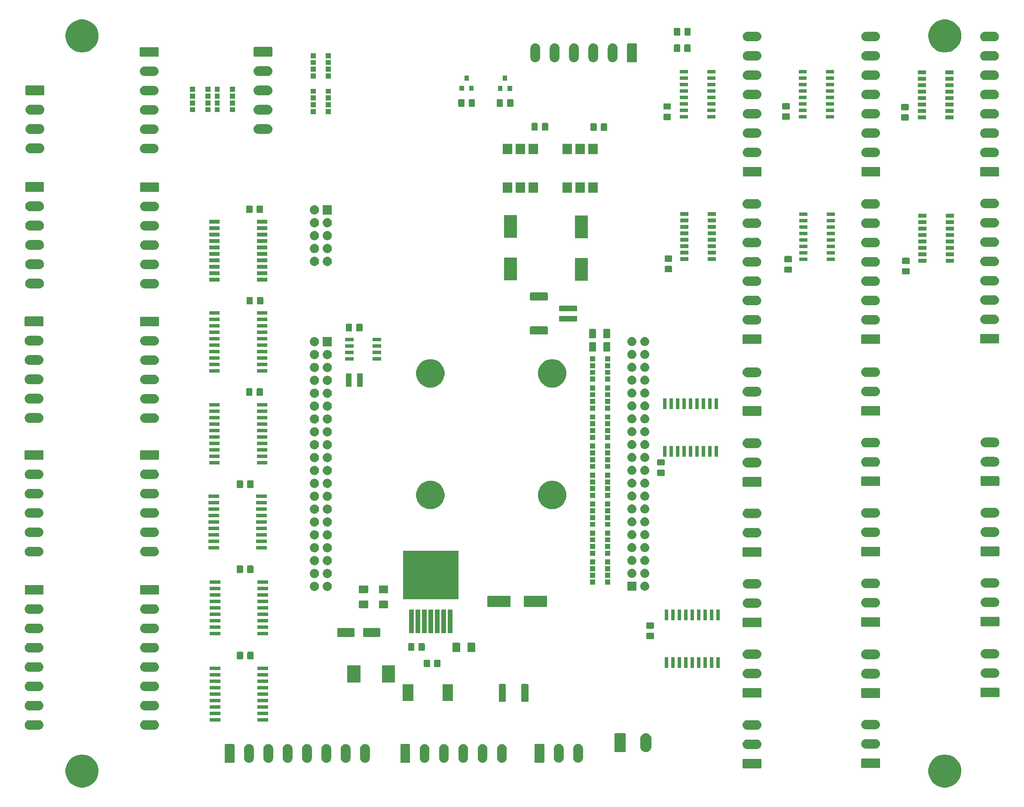
<source format=gbr>
G04 #@! TF.GenerationSoftware,KiCad,Pcbnew,5.1.4-e60b266~84~ubuntu18.04.1*
G04 #@! TF.CreationDate,2019-09-22T20:19:58-04:00*
G04 #@! TF.ProjectId,DE10nano interface,44453130-6e61-46e6-9f20-696e74657266,rev?*
G04 #@! TF.SameCoordinates,Original*
G04 #@! TF.FileFunction,Soldermask,Top*
G04 #@! TF.FilePolarity,Negative*
%FSLAX46Y46*%
G04 Gerber Fmt 4.6, Leading zero omitted, Abs format (unit mm)*
G04 Created by KiCad (PCBNEW 5.1.4-e60b266~84~ubuntu18.04.1) date 2019-09-22 20:19:58*
%MOMM*%
%LPD*%
G04 APERTURE LIST*
%ADD10C,0.100000*%
G04 APERTURE END LIST*
D10*
G36*
X212795439Y-163626267D02*
G01*
X213109482Y-163688734D01*
X213701126Y-163933801D01*
X214233592Y-164289584D01*
X214686416Y-164742408D01*
X215042199Y-165274874D01*
X215287266Y-165866518D01*
X215287266Y-165866519D01*
X215412200Y-166494603D01*
X215412200Y-167134997D01*
X215349733Y-167449039D01*
X215287266Y-167763082D01*
X215042199Y-168354726D01*
X214686416Y-168887192D01*
X214233592Y-169340016D01*
X213701126Y-169695799D01*
X213109482Y-169940866D01*
X212795439Y-170003333D01*
X212481397Y-170065800D01*
X211841003Y-170065800D01*
X211526961Y-170003333D01*
X211212918Y-169940866D01*
X210621274Y-169695799D01*
X210088808Y-169340016D01*
X209635984Y-168887192D01*
X209280201Y-168354726D01*
X209035134Y-167763082D01*
X208972667Y-167449039D01*
X208910200Y-167134997D01*
X208910200Y-166494603D01*
X209035134Y-165866519D01*
X209035134Y-165866518D01*
X209280201Y-165274874D01*
X209635984Y-164742408D01*
X210088808Y-164289584D01*
X210621274Y-163933801D01*
X211212918Y-163688734D01*
X211526961Y-163626267D01*
X211841003Y-163563800D01*
X212481397Y-163563800D01*
X212795439Y-163626267D01*
X212795439Y-163626267D01*
G37*
G36*
X42795439Y-163626267D02*
G01*
X43109482Y-163688734D01*
X43701126Y-163933801D01*
X44233592Y-164289584D01*
X44686416Y-164742408D01*
X45042199Y-165274874D01*
X45287266Y-165866518D01*
X45287266Y-165866519D01*
X45412200Y-166494603D01*
X45412200Y-167134997D01*
X45349733Y-167449039D01*
X45287266Y-167763082D01*
X45042199Y-168354726D01*
X44686416Y-168887192D01*
X44233592Y-169340016D01*
X43701126Y-169695799D01*
X43109482Y-169940866D01*
X42795439Y-170003333D01*
X42481397Y-170065800D01*
X41841003Y-170065800D01*
X41526961Y-170003333D01*
X41212918Y-169940866D01*
X40621274Y-169695799D01*
X40088808Y-169340016D01*
X39635984Y-168887192D01*
X39280201Y-168354726D01*
X39035134Y-167763082D01*
X38972667Y-167449039D01*
X38910200Y-167134997D01*
X38910200Y-166494603D01*
X39035134Y-165866519D01*
X39035134Y-165866518D01*
X39280201Y-165274874D01*
X39635984Y-164742408D01*
X40088808Y-164289584D01*
X40621274Y-163933801D01*
X41212918Y-163688734D01*
X41526961Y-163626267D01*
X41841003Y-163563800D01*
X42481397Y-163563800D01*
X42795439Y-163626267D01*
X42795439Y-163626267D01*
G37*
G36*
X175904115Y-164391694D02*
G01*
X175936624Y-164401555D01*
X175966582Y-164417569D01*
X175992841Y-164439119D01*
X176014391Y-164465378D01*
X176030405Y-164495336D01*
X176040266Y-164527845D01*
X176044200Y-164567789D01*
X176044200Y-166109731D01*
X176040266Y-166149675D01*
X176030405Y-166182184D01*
X176014391Y-166212142D01*
X175992841Y-166238401D01*
X175966582Y-166259951D01*
X175936624Y-166275965D01*
X175904115Y-166285826D01*
X175864171Y-166289760D01*
X172522229Y-166289760D01*
X172482285Y-166285826D01*
X172449776Y-166275965D01*
X172419818Y-166259951D01*
X172393559Y-166238401D01*
X172372009Y-166212142D01*
X172355995Y-166182184D01*
X172346134Y-166149675D01*
X172342200Y-166109731D01*
X172342200Y-164567789D01*
X172346134Y-164527845D01*
X172355995Y-164495336D01*
X172372009Y-164465378D01*
X172393559Y-164439119D01*
X172419818Y-164417569D01*
X172449776Y-164401555D01*
X172482285Y-164391694D01*
X172522229Y-164387760D01*
X175864171Y-164387760D01*
X175904115Y-164391694D01*
X175904115Y-164391694D01*
G37*
G36*
X199256875Y-164323114D02*
G01*
X199289384Y-164332975D01*
X199319342Y-164348989D01*
X199345601Y-164370539D01*
X199367151Y-164396798D01*
X199383165Y-164426756D01*
X199393026Y-164459265D01*
X199396960Y-164499209D01*
X199396960Y-166041151D01*
X199393026Y-166081095D01*
X199383165Y-166113604D01*
X199367151Y-166143562D01*
X199345601Y-166169821D01*
X199319342Y-166191371D01*
X199289384Y-166207385D01*
X199256875Y-166217246D01*
X199216931Y-166221180D01*
X195874989Y-166221180D01*
X195835045Y-166217246D01*
X195802536Y-166207385D01*
X195772578Y-166191371D01*
X195746319Y-166169821D01*
X195724769Y-166143562D01*
X195708755Y-166113604D01*
X195698894Y-166081095D01*
X195694960Y-166041151D01*
X195694960Y-164499209D01*
X195698894Y-164459265D01*
X195708755Y-164426756D01*
X195724769Y-164396798D01*
X195746319Y-164370539D01*
X195772578Y-164348989D01*
X195802536Y-164332975D01*
X195835045Y-164323114D01*
X195874989Y-164319180D01*
X199216931Y-164319180D01*
X199256875Y-164323114D01*
X199256875Y-164323114D01*
G37*
G36*
X117466424Y-161512760D02*
G01*
X117466427Y-161512761D01*
X117466428Y-161512761D01*
X117645692Y-161567140D01*
X117645695Y-161567142D01*
X117645696Y-161567142D01*
X117810903Y-161655446D01*
X117955712Y-161774288D01*
X118074554Y-161919097D01*
X118162858Y-162084303D01*
X118162860Y-162084307D01*
X118202072Y-162213572D01*
X118217240Y-162263575D01*
X118231000Y-162403282D01*
X118231000Y-164296718D01*
X118217240Y-164436425D01*
X118217239Y-164436428D01*
X118217239Y-164436429D01*
X118162860Y-164615693D01*
X118162858Y-164615696D01*
X118162858Y-164615697D01*
X118074554Y-164780903D01*
X117955712Y-164925712D01*
X117810903Y-165044554D01*
X117663425Y-165123382D01*
X117645693Y-165132860D01*
X117466429Y-165187239D01*
X117466428Y-165187239D01*
X117466425Y-165187240D01*
X117280000Y-165205601D01*
X117093576Y-165187240D01*
X117093573Y-165187239D01*
X117093572Y-165187239D01*
X116914308Y-165132860D01*
X116896576Y-165123382D01*
X116749098Y-165044554D01*
X116604289Y-164925712D01*
X116485447Y-164780903D01*
X116397143Y-164615697D01*
X116397143Y-164615696D01*
X116397141Y-164615693D01*
X116342762Y-164436429D01*
X116342762Y-164436428D01*
X116342761Y-164436425D01*
X116329000Y-164296717D01*
X116329000Y-162403283D01*
X116342760Y-162263576D01*
X116342761Y-162263572D01*
X116397140Y-162084308D01*
X116410313Y-162059663D01*
X116485446Y-161919097D01*
X116604288Y-161774288D01*
X116749097Y-161655446D01*
X116914303Y-161567142D01*
X116914304Y-161567142D01*
X116914307Y-161567140D01*
X117093571Y-161512761D01*
X117093572Y-161512761D01*
X117093575Y-161512760D01*
X117280000Y-161494399D01*
X117466424Y-161512760D01*
X117466424Y-161512760D01*
G37*
G36*
X113656424Y-161512760D02*
G01*
X113656427Y-161512761D01*
X113656428Y-161512761D01*
X113835692Y-161567140D01*
X113835695Y-161567142D01*
X113835696Y-161567142D01*
X114000903Y-161655446D01*
X114145712Y-161774288D01*
X114264554Y-161919097D01*
X114352858Y-162084303D01*
X114352860Y-162084307D01*
X114392072Y-162213572D01*
X114407240Y-162263575D01*
X114421000Y-162403282D01*
X114421000Y-164296718D01*
X114407240Y-164436425D01*
X114407239Y-164436428D01*
X114407239Y-164436429D01*
X114352860Y-164615693D01*
X114352858Y-164615696D01*
X114352858Y-164615697D01*
X114264554Y-164780903D01*
X114145712Y-164925712D01*
X114000903Y-165044554D01*
X113853425Y-165123382D01*
X113835693Y-165132860D01*
X113656429Y-165187239D01*
X113656428Y-165187239D01*
X113656425Y-165187240D01*
X113470000Y-165205601D01*
X113283576Y-165187240D01*
X113283573Y-165187239D01*
X113283572Y-165187239D01*
X113104308Y-165132860D01*
X113086576Y-165123382D01*
X112939098Y-165044554D01*
X112794289Y-164925712D01*
X112675447Y-164780903D01*
X112587143Y-164615697D01*
X112587143Y-164615696D01*
X112587141Y-164615693D01*
X112532762Y-164436429D01*
X112532762Y-164436428D01*
X112532761Y-164436425D01*
X112519000Y-164296717D01*
X112519000Y-162403283D01*
X112532760Y-162263576D01*
X112532761Y-162263572D01*
X112587140Y-162084308D01*
X112600313Y-162059663D01*
X112675446Y-161919097D01*
X112794288Y-161774288D01*
X112939097Y-161655446D01*
X113104303Y-161567142D01*
X113104304Y-161567142D01*
X113104307Y-161567140D01*
X113283571Y-161512761D01*
X113283572Y-161512761D01*
X113283575Y-161512760D01*
X113470000Y-161494399D01*
X113656424Y-161512760D01*
X113656424Y-161512760D01*
G37*
G36*
X98106424Y-161512760D02*
G01*
X98106427Y-161512761D01*
X98106428Y-161512761D01*
X98285692Y-161567140D01*
X98285695Y-161567142D01*
X98285696Y-161567142D01*
X98450903Y-161655446D01*
X98595712Y-161774288D01*
X98714554Y-161919097D01*
X98802858Y-162084303D01*
X98802860Y-162084307D01*
X98842072Y-162213572D01*
X98857240Y-162263575D01*
X98871000Y-162403282D01*
X98871000Y-164296718D01*
X98857240Y-164436425D01*
X98857239Y-164436428D01*
X98857239Y-164436429D01*
X98802860Y-164615693D01*
X98802858Y-164615696D01*
X98802858Y-164615697D01*
X98714554Y-164780903D01*
X98595712Y-164925712D01*
X98450903Y-165044554D01*
X98303425Y-165123382D01*
X98285693Y-165132860D01*
X98106429Y-165187239D01*
X98106428Y-165187239D01*
X98106425Y-165187240D01*
X97920000Y-165205601D01*
X97733576Y-165187240D01*
X97733573Y-165187239D01*
X97733572Y-165187239D01*
X97554308Y-165132860D01*
X97536576Y-165123382D01*
X97389098Y-165044554D01*
X97244289Y-164925712D01*
X97125447Y-164780903D01*
X97037143Y-164615697D01*
X97037143Y-164615696D01*
X97037141Y-164615693D01*
X96982762Y-164436429D01*
X96982762Y-164436428D01*
X96982761Y-164436425D01*
X96969000Y-164296717D01*
X96969000Y-162403283D01*
X96982760Y-162263576D01*
X96982761Y-162263572D01*
X97037140Y-162084308D01*
X97050313Y-162059663D01*
X97125446Y-161919097D01*
X97244288Y-161774288D01*
X97389097Y-161655446D01*
X97554303Y-161567142D01*
X97554304Y-161567142D01*
X97554307Y-161567140D01*
X97733571Y-161512761D01*
X97733572Y-161512761D01*
X97733575Y-161512760D01*
X97920000Y-161494399D01*
X98106424Y-161512760D01*
X98106424Y-161512760D01*
G37*
G36*
X109846424Y-161512760D02*
G01*
X109846427Y-161512761D01*
X109846428Y-161512761D01*
X110025692Y-161567140D01*
X110025695Y-161567142D01*
X110025696Y-161567142D01*
X110190903Y-161655446D01*
X110335712Y-161774288D01*
X110454554Y-161919097D01*
X110542858Y-162084303D01*
X110542860Y-162084307D01*
X110582072Y-162213572D01*
X110597240Y-162263575D01*
X110611000Y-162403282D01*
X110611000Y-164296718D01*
X110597240Y-164436425D01*
X110597239Y-164436428D01*
X110597239Y-164436429D01*
X110542860Y-164615693D01*
X110542858Y-164615696D01*
X110542858Y-164615697D01*
X110454554Y-164780903D01*
X110335712Y-164925712D01*
X110190903Y-165044554D01*
X110043425Y-165123382D01*
X110025693Y-165132860D01*
X109846429Y-165187239D01*
X109846428Y-165187239D01*
X109846425Y-165187240D01*
X109660000Y-165205601D01*
X109473576Y-165187240D01*
X109473573Y-165187239D01*
X109473572Y-165187239D01*
X109294308Y-165132860D01*
X109276576Y-165123382D01*
X109129098Y-165044554D01*
X108984289Y-164925712D01*
X108865447Y-164780903D01*
X108777143Y-164615697D01*
X108777143Y-164615696D01*
X108777141Y-164615693D01*
X108722762Y-164436429D01*
X108722762Y-164436428D01*
X108722761Y-164436425D01*
X108709000Y-164296717D01*
X108709000Y-162403283D01*
X108722760Y-162263576D01*
X108722761Y-162263572D01*
X108777140Y-162084308D01*
X108790313Y-162059663D01*
X108865446Y-161919097D01*
X108984288Y-161774288D01*
X109129097Y-161655446D01*
X109294303Y-161567142D01*
X109294304Y-161567142D01*
X109294307Y-161567140D01*
X109473571Y-161512761D01*
X109473572Y-161512761D01*
X109473575Y-161512760D01*
X109660000Y-161494399D01*
X109846424Y-161512760D01*
X109846424Y-161512760D01*
G37*
G36*
X94296424Y-161512760D02*
G01*
X94296427Y-161512761D01*
X94296428Y-161512761D01*
X94475692Y-161567140D01*
X94475695Y-161567142D01*
X94475696Y-161567142D01*
X94640903Y-161655446D01*
X94785712Y-161774288D01*
X94904554Y-161919097D01*
X94992858Y-162084303D01*
X94992860Y-162084307D01*
X95032072Y-162213572D01*
X95047240Y-162263575D01*
X95061000Y-162403282D01*
X95061000Y-164296718D01*
X95047240Y-164436425D01*
X95047239Y-164436428D01*
X95047239Y-164436429D01*
X94992860Y-164615693D01*
X94992858Y-164615696D01*
X94992858Y-164615697D01*
X94904554Y-164780903D01*
X94785712Y-164925712D01*
X94640903Y-165044554D01*
X94493425Y-165123382D01*
X94475693Y-165132860D01*
X94296429Y-165187239D01*
X94296428Y-165187239D01*
X94296425Y-165187240D01*
X94110000Y-165205601D01*
X93923576Y-165187240D01*
X93923573Y-165187239D01*
X93923572Y-165187239D01*
X93744308Y-165132860D01*
X93726576Y-165123382D01*
X93579098Y-165044554D01*
X93434289Y-164925712D01*
X93315447Y-164780903D01*
X93227143Y-164615697D01*
X93227143Y-164615696D01*
X93227141Y-164615693D01*
X93172762Y-164436429D01*
X93172762Y-164436428D01*
X93172761Y-164436425D01*
X93159000Y-164296717D01*
X93159000Y-162403283D01*
X93172760Y-162263576D01*
X93172761Y-162263572D01*
X93227140Y-162084308D01*
X93240313Y-162059663D01*
X93315446Y-161919097D01*
X93434288Y-161774288D01*
X93579097Y-161655446D01*
X93744303Y-161567142D01*
X93744304Y-161567142D01*
X93744307Y-161567140D01*
X93923571Y-161512761D01*
X93923572Y-161512761D01*
X93923575Y-161512760D01*
X94110000Y-161494399D01*
X94296424Y-161512760D01*
X94296424Y-161512760D01*
G37*
G36*
X90486424Y-161512760D02*
G01*
X90486427Y-161512761D01*
X90486428Y-161512761D01*
X90665692Y-161567140D01*
X90665695Y-161567142D01*
X90665696Y-161567142D01*
X90830903Y-161655446D01*
X90975712Y-161774288D01*
X91094554Y-161919097D01*
X91182858Y-162084303D01*
X91182860Y-162084307D01*
X91222072Y-162213572D01*
X91237240Y-162263575D01*
X91251000Y-162403282D01*
X91251000Y-164296718D01*
X91237240Y-164436425D01*
X91237239Y-164436428D01*
X91237239Y-164436429D01*
X91182860Y-164615693D01*
X91182858Y-164615696D01*
X91182858Y-164615697D01*
X91094554Y-164780903D01*
X90975712Y-164925712D01*
X90830903Y-165044554D01*
X90683425Y-165123382D01*
X90665693Y-165132860D01*
X90486429Y-165187239D01*
X90486428Y-165187239D01*
X90486425Y-165187240D01*
X90300000Y-165205601D01*
X90113576Y-165187240D01*
X90113573Y-165187239D01*
X90113572Y-165187239D01*
X89934308Y-165132860D01*
X89916576Y-165123382D01*
X89769098Y-165044554D01*
X89624289Y-164925712D01*
X89505447Y-164780903D01*
X89417143Y-164615697D01*
X89417143Y-164615696D01*
X89417141Y-164615693D01*
X89362762Y-164436429D01*
X89362762Y-164436428D01*
X89362761Y-164436425D01*
X89349000Y-164296717D01*
X89349000Y-162403283D01*
X89362760Y-162263576D01*
X89362761Y-162263572D01*
X89417140Y-162084308D01*
X89430313Y-162059663D01*
X89505446Y-161919097D01*
X89624288Y-161774288D01*
X89769097Y-161655446D01*
X89934303Y-161567142D01*
X89934304Y-161567142D01*
X89934307Y-161567140D01*
X90113571Y-161512761D01*
X90113572Y-161512761D01*
X90113575Y-161512760D01*
X90300000Y-161494399D01*
X90486424Y-161512760D01*
X90486424Y-161512760D01*
G37*
G36*
X86676424Y-161512760D02*
G01*
X86676427Y-161512761D01*
X86676428Y-161512761D01*
X86855692Y-161567140D01*
X86855695Y-161567142D01*
X86855696Y-161567142D01*
X87020903Y-161655446D01*
X87165712Y-161774288D01*
X87284554Y-161919097D01*
X87372858Y-162084303D01*
X87372860Y-162084307D01*
X87412072Y-162213572D01*
X87427240Y-162263575D01*
X87441000Y-162403282D01*
X87441000Y-164296718D01*
X87427240Y-164436425D01*
X87427239Y-164436428D01*
X87427239Y-164436429D01*
X87372860Y-164615693D01*
X87372858Y-164615696D01*
X87372858Y-164615697D01*
X87284554Y-164780903D01*
X87165712Y-164925712D01*
X87020903Y-165044554D01*
X86873425Y-165123382D01*
X86855693Y-165132860D01*
X86676429Y-165187239D01*
X86676428Y-165187239D01*
X86676425Y-165187240D01*
X86490000Y-165205601D01*
X86303576Y-165187240D01*
X86303573Y-165187239D01*
X86303572Y-165187239D01*
X86124308Y-165132860D01*
X86106576Y-165123382D01*
X85959098Y-165044554D01*
X85814289Y-164925712D01*
X85695447Y-164780903D01*
X85607143Y-164615697D01*
X85607143Y-164615696D01*
X85607141Y-164615693D01*
X85552762Y-164436429D01*
X85552762Y-164436428D01*
X85552761Y-164436425D01*
X85539000Y-164296717D01*
X85539000Y-162403283D01*
X85552760Y-162263576D01*
X85552761Y-162263572D01*
X85607140Y-162084308D01*
X85620313Y-162059663D01*
X85695446Y-161919097D01*
X85814288Y-161774288D01*
X85959097Y-161655446D01*
X86124303Y-161567142D01*
X86124304Y-161567142D01*
X86124307Y-161567140D01*
X86303571Y-161512761D01*
X86303572Y-161512761D01*
X86303575Y-161512760D01*
X86490000Y-161494399D01*
X86676424Y-161512760D01*
X86676424Y-161512760D01*
G37*
G36*
X79056424Y-161512760D02*
G01*
X79056427Y-161512761D01*
X79056428Y-161512761D01*
X79235692Y-161567140D01*
X79235695Y-161567142D01*
X79235696Y-161567142D01*
X79400903Y-161655446D01*
X79545712Y-161774288D01*
X79664554Y-161919097D01*
X79752858Y-162084303D01*
X79752860Y-162084307D01*
X79792072Y-162213572D01*
X79807240Y-162263575D01*
X79821000Y-162403282D01*
X79821000Y-164296718D01*
X79807240Y-164436425D01*
X79807239Y-164436428D01*
X79807239Y-164436429D01*
X79752860Y-164615693D01*
X79752858Y-164615696D01*
X79752858Y-164615697D01*
X79664554Y-164780903D01*
X79545712Y-164925712D01*
X79400903Y-165044554D01*
X79253425Y-165123382D01*
X79235693Y-165132860D01*
X79056429Y-165187239D01*
X79056428Y-165187239D01*
X79056425Y-165187240D01*
X78870000Y-165205601D01*
X78683576Y-165187240D01*
X78683573Y-165187239D01*
X78683572Y-165187239D01*
X78504308Y-165132860D01*
X78486576Y-165123382D01*
X78339098Y-165044554D01*
X78194289Y-164925712D01*
X78075447Y-164780903D01*
X77987143Y-164615697D01*
X77987143Y-164615696D01*
X77987141Y-164615693D01*
X77932762Y-164436429D01*
X77932762Y-164436428D01*
X77932761Y-164436425D01*
X77919000Y-164296717D01*
X77919000Y-162403283D01*
X77932760Y-162263576D01*
X77932761Y-162263572D01*
X77987140Y-162084308D01*
X78000313Y-162059663D01*
X78075446Y-161919097D01*
X78194288Y-161774288D01*
X78339097Y-161655446D01*
X78504303Y-161567142D01*
X78504304Y-161567142D01*
X78504307Y-161567140D01*
X78683571Y-161512761D01*
X78683572Y-161512761D01*
X78683575Y-161512760D01*
X78870000Y-161494399D01*
X79056424Y-161512760D01*
X79056424Y-161512760D01*
G37*
G36*
X82866424Y-161512760D02*
G01*
X82866427Y-161512761D01*
X82866428Y-161512761D01*
X83045692Y-161567140D01*
X83045695Y-161567142D01*
X83045696Y-161567142D01*
X83210903Y-161655446D01*
X83355712Y-161774288D01*
X83474554Y-161919097D01*
X83562858Y-162084303D01*
X83562860Y-162084307D01*
X83602072Y-162213572D01*
X83617240Y-162263575D01*
X83631000Y-162403282D01*
X83631000Y-164296718D01*
X83617240Y-164436425D01*
X83617239Y-164436428D01*
X83617239Y-164436429D01*
X83562860Y-164615693D01*
X83562858Y-164615696D01*
X83562858Y-164615697D01*
X83474554Y-164780903D01*
X83355712Y-164925712D01*
X83210903Y-165044554D01*
X83063425Y-165123382D01*
X83045693Y-165132860D01*
X82866429Y-165187239D01*
X82866428Y-165187239D01*
X82866425Y-165187240D01*
X82680000Y-165205601D01*
X82493576Y-165187240D01*
X82493573Y-165187239D01*
X82493572Y-165187239D01*
X82314308Y-165132860D01*
X82296576Y-165123382D01*
X82149098Y-165044554D01*
X82004289Y-164925712D01*
X81885447Y-164780903D01*
X81797143Y-164615697D01*
X81797143Y-164615696D01*
X81797141Y-164615693D01*
X81742762Y-164436429D01*
X81742762Y-164436428D01*
X81742761Y-164436425D01*
X81729000Y-164296717D01*
X81729000Y-162403283D01*
X81742760Y-162263576D01*
X81742761Y-162263572D01*
X81797140Y-162084308D01*
X81810313Y-162059663D01*
X81885446Y-161919097D01*
X82004288Y-161774288D01*
X82149097Y-161655446D01*
X82314303Y-161567142D01*
X82314304Y-161567142D01*
X82314307Y-161567140D01*
X82493571Y-161512761D01*
X82493572Y-161512761D01*
X82493575Y-161512760D01*
X82680000Y-161494399D01*
X82866424Y-161512760D01*
X82866424Y-161512760D01*
G37*
G36*
X121276424Y-161512760D02*
G01*
X121276427Y-161512761D01*
X121276428Y-161512761D01*
X121455692Y-161567140D01*
X121455695Y-161567142D01*
X121455696Y-161567142D01*
X121620903Y-161655446D01*
X121765712Y-161774288D01*
X121884554Y-161919097D01*
X121972858Y-162084303D01*
X121972860Y-162084307D01*
X122012072Y-162213572D01*
X122027240Y-162263575D01*
X122041000Y-162403282D01*
X122041000Y-164296718D01*
X122027240Y-164436425D01*
X122027239Y-164436428D01*
X122027239Y-164436429D01*
X121972860Y-164615693D01*
X121972858Y-164615696D01*
X121972858Y-164615697D01*
X121884554Y-164780903D01*
X121765712Y-164925712D01*
X121620903Y-165044554D01*
X121473425Y-165123382D01*
X121455693Y-165132860D01*
X121276429Y-165187239D01*
X121276428Y-165187239D01*
X121276425Y-165187240D01*
X121090000Y-165205601D01*
X120903576Y-165187240D01*
X120903573Y-165187239D01*
X120903572Y-165187239D01*
X120724308Y-165132860D01*
X120706576Y-165123382D01*
X120559098Y-165044554D01*
X120414289Y-164925712D01*
X120295447Y-164780903D01*
X120207143Y-164615697D01*
X120207143Y-164615696D01*
X120207141Y-164615693D01*
X120152762Y-164436429D01*
X120152762Y-164436428D01*
X120152761Y-164436425D01*
X120139000Y-164296717D01*
X120139000Y-162403283D01*
X120152760Y-162263576D01*
X120152761Y-162263572D01*
X120207140Y-162084308D01*
X120220313Y-162059663D01*
X120295446Y-161919097D01*
X120414288Y-161774288D01*
X120559097Y-161655446D01*
X120724303Y-161567142D01*
X120724304Y-161567142D01*
X120724307Y-161567140D01*
X120903571Y-161512761D01*
X120903572Y-161512761D01*
X120903575Y-161512760D01*
X121090000Y-161494399D01*
X121276424Y-161512760D01*
X121276424Y-161512760D01*
G37*
G36*
X75246424Y-161512760D02*
G01*
X75246427Y-161512761D01*
X75246428Y-161512761D01*
X75425692Y-161567140D01*
X75425695Y-161567142D01*
X75425696Y-161567142D01*
X75590903Y-161655446D01*
X75735712Y-161774288D01*
X75854554Y-161919097D01*
X75942858Y-162084303D01*
X75942860Y-162084307D01*
X75982072Y-162213572D01*
X75997240Y-162263575D01*
X76011000Y-162403282D01*
X76011000Y-164296718D01*
X75997240Y-164436425D01*
X75997239Y-164436428D01*
X75997239Y-164436429D01*
X75942860Y-164615693D01*
X75942858Y-164615696D01*
X75942858Y-164615697D01*
X75854554Y-164780903D01*
X75735712Y-164925712D01*
X75590903Y-165044554D01*
X75443425Y-165123382D01*
X75425693Y-165132860D01*
X75246429Y-165187239D01*
X75246428Y-165187239D01*
X75246425Y-165187240D01*
X75060000Y-165205601D01*
X74873576Y-165187240D01*
X74873573Y-165187239D01*
X74873572Y-165187239D01*
X74694308Y-165132860D01*
X74676576Y-165123382D01*
X74529098Y-165044554D01*
X74384289Y-164925712D01*
X74265447Y-164780903D01*
X74177143Y-164615697D01*
X74177143Y-164615696D01*
X74177141Y-164615693D01*
X74122762Y-164436429D01*
X74122762Y-164436428D01*
X74122761Y-164436425D01*
X74109000Y-164296717D01*
X74109000Y-162403283D01*
X74122760Y-162263576D01*
X74122761Y-162263572D01*
X74177140Y-162084308D01*
X74190313Y-162059663D01*
X74265446Y-161919097D01*
X74384288Y-161774288D01*
X74529097Y-161655446D01*
X74694303Y-161567142D01*
X74694304Y-161567142D01*
X74694307Y-161567140D01*
X74873571Y-161512761D01*
X74873572Y-161512761D01*
X74873575Y-161512760D01*
X75060000Y-161494399D01*
X75246424Y-161512760D01*
X75246424Y-161512760D01*
G37*
G36*
X125086424Y-161512760D02*
G01*
X125086427Y-161512761D01*
X125086428Y-161512761D01*
X125265692Y-161567140D01*
X125265695Y-161567142D01*
X125265696Y-161567142D01*
X125430903Y-161655446D01*
X125575712Y-161774288D01*
X125694554Y-161919097D01*
X125782858Y-162084303D01*
X125782860Y-162084307D01*
X125822072Y-162213572D01*
X125837240Y-162263575D01*
X125851000Y-162403282D01*
X125851000Y-164296718D01*
X125837240Y-164436425D01*
X125837239Y-164436428D01*
X125837239Y-164436429D01*
X125782860Y-164615693D01*
X125782858Y-164615696D01*
X125782858Y-164615697D01*
X125694554Y-164780903D01*
X125575712Y-164925712D01*
X125430903Y-165044554D01*
X125283425Y-165123382D01*
X125265693Y-165132860D01*
X125086429Y-165187239D01*
X125086428Y-165187239D01*
X125086425Y-165187240D01*
X124900000Y-165205601D01*
X124713576Y-165187240D01*
X124713573Y-165187239D01*
X124713572Y-165187239D01*
X124534308Y-165132860D01*
X124516576Y-165123382D01*
X124369098Y-165044554D01*
X124224289Y-164925712D01*
X124105447Y-164780903D01*
X124017143Y-164615697D01*
X124017143Y-164615696D01*
X124017141Y-164615693D01*
X123962762Y-164436429D01*
X123962762Y-164436428D01*
X123962761Y-164436425D01*
X123949000Y-164296717D01*
X123949000Y-162403283D01*
X123962760Y-162263576D01*
X123962761Y-162263572D01*
X124017140Y-162084308D01*
X124030313Y-162059663D01*
X124105446Y-161919097D01*
X124224288Y-161774288D01*
X124369097Y-161655446D01*
X124534303Y-161567142D01*
X124534304Y-161567142D01*
X124534307Y-161567140D01*
X124713571Y-161512761D01*
X124713572Y-161512761D01*
X124713575Y-161512760D01*
X124900000Y-161494399D01*
X125086424Y-161512760D01*
X125086424Y-161512760D01*
G37*
G36*
X106660723Y-161502939D02*
G01*
X106693280Y-161512815D01*
X106723276Y-161528848D01*
X106749572Y-161550428D01*
X106771152Y-161576724D01*
X106787185Y-161606720D01*
X106797061Y-161639277D01*
X106801000Y-161679269D01*
X106801000Y-165020731D01*
X106797061Y-165060723D01*
X106787185Y-165093280D01*
X106771152Y-165123276D01*
X106749572Y-165149572D01*
X106723276Y-165171152D01*
X106693280Y-165187185D01*
X106660723Y-165197061D01*
X106620731Y-165201000D01*
X105079269Y-165201000D01*
X105039277Y-165197061D01*
X105006720Y-165187185D01*
X104976724Y-165171152D01*
X104950428Y-165149572D01*
X104928848Y-165123276D01*
X104912815Y-165093280D01*
X104902939Y-165060723D01*
X104899000Y-165020731D01*
X104899000Y-161679269D01*
X104902939Y-161639277D01*
X104912815Y-161606720D01*
X104928848Y-161576724D01*
X104950428Y-161550428D01*
X104976724Y-161528848D01*
X105006720Y-161512815D01*
X105039277Y-161502939D01*
X105079269Y-161499000D01*
X106620731Y-161499000D01*
X106660723Y-161502939D01*
X106660723Y-161502939D01*
G37*
G36*
X72060915Y-161502934D02*
G01*
X72093424Y-161512795D01*
X72123382Y-161528809D01*
X72149641Y-161550359D01*
X72171191Y-161576618D01*
X72187205Y-161606576D01*
X72197066Y-161639085D01*
X72201000Y-161679029D01*
X72201000Y-165020971D01*
X72197066Y-165060915D01*
X72187205Y-165093424D01*
X72171191Y-165123382D01*
X72149641Y-165149641D01*
X72123382Y-165171191D01*
X72093424Y-165187205D01*
X72060915Y-165197066D01*
X72020971Y-165201000D01*
X70479029Y-165201000D01*
X70439085Y-165197066D01*
X70406576Y-165187205D01*
X70376618Y-165171191D01*
X70350359Y-165149641D01*
X70328809Y-165123382D01*
X70312795Y-165093424D01*
X70302934Y-165060915D01*
X70299000Y-165020971D01*
X70299000Y-161679029D01*
X70302934Y-161639085D01*
X70312795Y-161606576D01*
X70328809Y-161576618D01*
X70350359Y-161550359D01*
X70376618Y-161528809D01*
X70406576Y-161512795D01*
X70439085Y-161502934D01*
X70479029Y-161499000D01*
X72020971Y-161499000D01*
X72060915Y-161502934D01*
X72060915Y-161502934D01*
G37*
G36*
X140106424Y-161462760D02*
G01*
X140106427Y-161462761D01*
X140106428Y-161462761D01*
X140285692Y-161517140D01*
X140285695Y-161517142D01*
X140285696Y-161517142D01*
X140450903Y-161605446D01*
X140595712Y-161724288D01*
X140714554Y-161869097D01*
X140791787Y-162013591D01*
X140802860Y-162034307D01*
X140845197Y-162173874D01*
X140857240Y-162213575D01*
X140871000Y-162353282D01*
X140871000Y-164246718D01*
X140857240Y-164386425D01*
X140857239Y-164386428D01*
X140857239Y-164386429D01*
X140802860Y-164565693D01*
X140802858Y-164565696D01*
X140802858Y-164565697D01*
X140714554Y-164730903D01*
X140595712Y-164875712D01*
X140450903Y-164994554D01*
X140303534Y-165073324D01*
X140285693Y-165082860D01*
X140106429Y-165137239D01*
X140106428Y-165137239D01*
X140106425Y-165137240D01*
X139920000Y-165155601D01*
X139733576Y-165137240D01*
X139733573Y-165137239D01*
X139733572Y-165137239D01*
X139554308Y-165082860D01*
X139536467Y-165073324D01*
X139389098Y-164994554D01*
X139244289Y-164875712D01*
X139125447Y-164730903D01*
X139037143Y-164565697D01*
X139037143Y-164565696D01*
X139037141Y-164565693D01*
X138982762Y-164386429D01*
X138982762Y-164386428D01*
X138982761Y-164386425D01*
X138969000Y-164246717D01*
X138969000Y-162353283D01*
X138982760Y-162213576D01*
X138982761Y-162213572D01*
X139037140Y-162034308D01*
X139098721Y-161919097D01*
X139125446Y-161869097D01*
X139244288Y-161724288D01*
X139389097Y-161605446D01*
X139554303Y-161517142D01*
X139554304Y-161517142D01*
X139554307Y-161517140D01*
X139733571Y-161462761D01*
X139733572Y-161462761D01*
X139733575Y-161462760D01*
X139920000Y-161444399D01*
X140106424Y-161462760D01*
X140106424Y-161462760D01*
G37*
G36*
X136296424Y-161462760D02*
G01*
X136296427Y-161462761D01*
X136296428Y-161462761D01*
X136475692Y-161517140D01*
X136475695Y-161517142D01*
X136475696Y-161517142D01*
X136640903Y-161605446D01*
X136785712Y-161724288D01*
X136904554Y-161869097D01*
X136981787Y-162013591D01*
X136992860Y-162034307D01*
X137035197Y-162173874D01*
X137047240Y-162213575D01*
X137061000Y-162353282D01*
X137061000Y-164246718D01*
X137047240Y-164386425D01*
X137047239Y-164386428D01*
X137047239Y-164386429D01*
X136992860Y-164565693D01*
X136992858Y-164565696D01*
X136992858Y-164565697D01*
X136904554Y-164730903D01*
X136785712Y-164875712D01*
X136640903Y-164994554D01*
X136493534Y-165073324D01*
X136475693Y-165082860D01*
X136296429Y-165137239D01*
X136296428Y-165137239D01*
X136296425Y-165137240D01*
X136110000Y-165155601D01*
X135923576Y-165137240D01*
X135923573Y-165137239D01*
X135923572Y-165137239D01*
X135744308Y-165082860D01*
X135726467Y-165073324D01*
X135579098Y-164994554D01*
X135434289Y-164875712D01*
X135315447Y-164730903D01*
X135227143Y-164565697D01*
X135227143Y-164565696D01*
X135227141Y-164565693D01*
X135172762Y-164386429D01*
X135172762Y-164386428D01*
X135172761Y-164386425D01*
X135159000Y-164246717D01*
X135159000Y-162353283D01*
X135172760Y-162213576D01*
X135172761Y-162213572D01*
X135227140Y-162034308D01*
X135288721Y-161919097D01*
X135315446Y-161869097D01*
X135434288Y-161724288D01*
X135579097Y-161605446D01*
X135744303Y-161517142D01*
X135744304Y-161517142D01*
X135744307Y-161517140D01*
X135923571Y-161462761D01*
X135923572Y-161462761D01*
X135923575Y-161462760D01*
X136110000Y-161444399D01*
X136296424Y-161462760D01*
X136296424Y-161462760D01*
G37*
G36*
X133110723Y-161452939D02*
G01*
X133143280Y-161462815D01*
X133173276Y-161478848D01*
X133199572Y-161500428D01*
X133221152Y-161526724D01*
X133237185Y-161556720D01*
X133247061Y-161589277D01*
X133251000Y-161629269D01*
X133251000Y-164970731D01*
X133247061Y-165010723D01*
X133237185Y-165043280D01*
X133221152Y-165073276D01*
X133199572Y-165099572D01*
X133173276Y-165121152D01*
X133143280Y-165137185D01*
X133110723Y-165147061D01*
X133070731Y-165151000D01*
X131529269Y-165151000D01*
X131489277Y-165147061D01*
X131456720Y-165137185D01*
X131426724Y-165121152D01*
X131400428Y-165099572D01*
X131378848Y-165073276D01*
X131362815Y-165043280D01*
X131352939Y-165010723D01*
X131349000Y-164970731D01*
X131349000Y-161629269D01*
X131352939Y-161589277D01*
X131362815Y-161556720D01*
X131378848Y-161526724D01*
X131400428Y-161500428D01*
X131426724Y-161478848D01*
X131456720Y-161462815D01*
X131489277Y-161452939D01*
X131529269Y-161449000D01*
X133070731Y-161449000D01*
X133110723Y-161452939D01*
X133110723Y-161452939D01*
G37*
G36*
X153493870Y-159364786D02*
G01*
X153604331Y-159398294D01*
X153687372Y-159423484D01*
X153699529Y-159427172D01*
X153855683Y-159510638D01*
X153889059Y-159528478D01*
X154055186Y-159664814D01*
X154191522Y-159830941D01*
X154191525Y-159830945D01*
X154292828Y-160020470D01*
X154355214Y-160226129D01*
X154371000Y-160386409D01*
X154371000Y-162013591D01*
X154355214Y-162173871D01*
X154292828Y-162379530D01*
X154191525Y-162569055D01*
X154191523Y-162569058D01*
X154191522Y-162569059D01*
X154055186Y-162735186D01*
X153889059Y-162871522D01*
X153889055Y-162871525D01*
X153699530Y-162972828D01*
X153699527Y-162972829D01*
X153661245Y-162984442D01*
X153493871Y-163035214D01*
X153280000Y-163056278D01*
X153066130Y-163035214D01*
X152898756Y-162984442D01*
X152860474Y-162972829D01*
X152860471Y-162972828D01*
X152670946Y-162871525D01*
X152670942Y-162871522D01*
X152504815Y-162735186D01*
X152368479Y-162569059D01*
X152368478Y-162569058D01*
X152368476Y-162569055D01*
X152267171Y-162379527D01*
X152204786Y-162173874D01*
X152189000Y-162013591D01*
X152189000Y-160386410D01*
X152204786Y-160226130D01*
X152267172Y-160020471D01*
X152368477Y-159830943D01*
X152368478Y-159830941D01*
X152504814Y-159664814D01*
X152670941Y-159528478D01*
X152670942Y-159528477D01*
X152670945Y-159528475D01*
X152860470Y-159427172D01*
X152872628Y-159423484D01*
X152955668Y-159398294D01*
X153066129Y-159364786D01*
X153280000Y-159343722D01*
X153493870Y-159364786D01*
X153493870Y-159364786D01*
G37*
G36*
X149156589Y-159352799D02*
G01*
X149187776Y-159362259D01*
X149216516Y-159377621D01*
X149241706Y-159398294D01*
X149262379Y-159423484D01*
X149277741Y-159452224D01*
X149287201Y-159483411D01*
X149291000Y-159521981D01*
X149291000Y-162878019D01*
X149287201Y-162916589D01*
X149277741Y-162947776D01*
X149262379Y-162976516D01*
X149241706Y-163001706D01*
X149216516Y-163022379D01*
X149187776Y-163037741D01*
X149156589Y-163047201D01*
X149118019Y-163051000D01*
X147281981Y-163051000D01*
X147243411Y-163047201D01*
X147212224Y-163037741D01*
X147183484Y-163022379D01*
X147158294Y-163001706D01*
X147137621Y-162976516D01*
X147122259Y-162947776D01*
X147112799Y-162916589D01*
X147109000Y-162878019D01*
X147109000Y-159521981D01*
X147112799Y-159483411D01*
X147122259Y-159452224D01*
X147137621Y-159423484D01*
X147158294Y-159398294D01*
X147183484Y-159377621D01*
X147212224Y-159362259D01*
X147243411Y-159352799D01*
X147281981Y-159349000D01*
X149118019Y-159349000D01*
X149156589Y-159352799D01*
X149156589Y-159352799D01*
G37*
G36*
X175279625Y-160591520D02*
G01*
X175279628Y-160591521D01*
X175279629Y-160591521D01*
X175458893Y-160645900D01*
X175458896Y-160645902D01*
X175458897Y-160645902D01*
X175624103Y-160734206D01*
X175768912Y-160853048D01*
X175887754Y-160997857D01*
X175976058Y-161163063D01*
X175976060Y-161163067D01*
X176030439Y-161342331D01*
X176030440Y-161342335D01*
X176048801Y-161528760D01*
X176030440Y-161715185D01*
X176030439Y-161715188D01*
X176030439Y-161715189D01*
X175976060Y-161894453D01*
X175976058Y-161894456D01*
X175976058Y-161894457D01*
X175887754Y-162059663D01*
X175768912Y-162204472D01*
X175624103Y-162323314D01*
X175474485Y-162403286D01*
X175458893Y-162411620D01*
X175279629Y-162465999D01*
X175279628Y-162465999D01*
X175279625Y-162466000D01*
X175139918Y-162479760D01*
X173246482Y-162479760D01*
X173106775Y-162466000D01*
X173106772Y-162465999D01*
X173106771Y-162465999D01*
X172927507Y-162411620D01*
X172911915Y-162403286D01*
X172762297Y-162323314D01*
X172617488Y-162204472D01*
X172498646Y-162059663D01*
X172410342Y-161894457D01*
X172410342Y-161894456D01*
X172410340Y-161894453D01*
X172355961Y-161715189D01*
X172355961Y-161715188D01*
X172355960Y-161715185D01*
X172337599Y-161528760D01*
X172355960Y-161342335D01*
X172355961Y-161342331D01*
X172410340Y-161163067D01*
X172410342Y-161163063D01*
X172498646Y-160997857D01*
X172617488Y-160853048D01*
X172762297Y-160734206D01*
X172927503Y-160645902D01*
X172927504Y-160645902D01*
X172927507Y-160645900D01*
X173106771Y-160591521D01*
X173106772Y-160591521D01*
X173106775Y-160591520D01*
X173246482Y-160577760D01*
X175139918Y-160577760D01*
X175279625Y-160591520D01*
X175279625Y-160591520D01*
G37*
G36*
X198632385Y-160522940D02*
G01*
X198632388Y-160522941D01*
X198632389Y-160522941D01*
X198811653Y-160577320D01*
X198811656Y-160577322D01*
X198811657Y-160577322D01*
X198976863Y-160665626D01*
X199121672Y-160784468D01*
X199240514Y-160929277D01*
X199328818Y-161094483D01*
X199328820Y-161094487D01*
X199349622Y-161163063D01*
X199383200Y-161273755D01*
X199401561Y-161460180D01*
X199383200Y-161646605D01*
X199383199Y-161646608D01*
X199383199Y-161646609D01*
X199328820Y-161825873D01*
X199328818Y-161825876D01*
X199328818Y-161825877D01*
X199240514Y-161991083D01*
X199121672Y-162135892D01*
X198976863Y-162254734D01*
X198848558Y-162323314D01*
X198811653Y-162343040D01*
X198632389Y-162397419D01*
X198632388Y-162397419D01*
X198632385Y-162397420D01*
X198492678Y-162411180D01*
X196599242Y-162411180D01*
X196459535Y-162397420D01*
X196459532Y-162397419D01*
X196459531Y-162397419D01*
X196280267Y-162343040D01*
X196243362Y-162323314D01*
X196115057Y-162254734D01*
X195970248Y-162135892D01*
X195851406Y-161991083D01*
X195763102Y-161825877D01*
X195763102Y-161825876D01*
X195763100Y-161825873D01*
X195708721Y-161646609D01*
X195708721Y-161646608D01*
X195708720Y-161646605D01*
X195690359Y-161460180D01*
X195708720Y-161273755D01*
X195742298Y-161163063D01*
X195763100Y-161094487D01*
X195763102Y-161094483D01*
X195851406Y-160929277D01*
X195970248Y-160784468D01*
X196115057Y-160665626D01*
X196280263Y-160577322D01*
X196280264Y-160577322D01*
X196280267Y-160577320D01*
X196459531Y-160522941D01*
X196459532Y-160522941D01*
X196459535Y-160522940D01*
X196599242Y-160509180D01*
X198492678Y-160509180D01*
X198632385Y-160522940D01*
X198632385Y-160522940D01*
G37*
G36*
X56552125Y-156784060D02*
G01*
X56552128Y-156784061D01*
X56552129Y-156784061D01*
X56731393Y-156838440D01*
X56731396Y-156838442D01*
X56731397Y-156838442D01*
X56896603Y-156926746D01*
X57041412Y-157045588D01*
X57160254Y-157190397D01*
X57247200Y-157353063D01*
X57248560Y-157355607D01*
X57302939Y-157534871D01*
X57302940Y-157534875D01*
X57321301Y-157721300D01*
X57302940Y-157907725D01*
X57302939Y-157907728D01*
X57302939Y-157907729D01*
X57248560Y-158086993D01*
X57248558Y-158086996D01*
X57248558Y-158086997D01*
X57160254Y-158252203D01*
X57041412Y-158397012D01*
X56896603Y-158515854D01*
X56736968Y-158601180D01*
X56731393Y-158604160D01*
X56552129Y-158658539D01*
X56552128Y-158658539D01*
X56552125Y-158658540D01*
X56412418Y-158672300D01*
X54518982Y-158672300D01*
X54379275Y-158658540D01*
X54379272Y-158658539D01*
X54379271Y-158658539D01*
X54200007Y-158604160D01*
X54194432Y-158601180D01*
X54034797Y-158515854D01*
X53889988Y-158397012D01*
X53771146Y-158252203D01*
X53682842Y-158086997D01*
X53682842Y-158086996D01*
X53682840Y-158086993D01*
X53628461Y-157907729D01*
X53628461Y-157907728D01*
X53628460Y-157907725D01*
X53610099Y-157721300D01*
X53628460Y-157534875D01*
X53628461Y-157534871D01*
X53682840Y-157355607D01*
X53684200Y-157353063D01*
X53771146Y-157190397D01*
X53889988Y-157045588D01*
X54034797Y-156926746D01*
X54200003Y-156838442D01*
X54200004Y-156838442D01*
X54200007Y-156838440D01*
X54379271Y-156784061D01*
X54379272Y-156784061D01*
X54379275Y-156784060D01*
X54518982Y-156770300D01*
X56412418Y-156770300D01*
X56552125Y-156784060D01*
X56552125Y-156784060D01*
G37*
G36*
X33819125Y-156784060D02*
G01*
X33819128Y-156784061D01*
X33819129Y-156784061D01*
X33998393Y-156838440D01*
X33998396Y-156838442D01*
X33998397Y-156838442D01*
X34163603Y-156926746D01*
X34308412Y-157045588D01*
X34427254Y-157190397D01*
X34514200Y-157353063D01*
X34515560Y-157355607D01*
X34569939Y-157534871D01*
X34569940Y-157534875D01*
X34588301Y-157721300D01*
X34569940Y-157907725D01*
X34569939Y-157907728D01*
X34569939Y-157907729D01*
X34515560Y-158086993D01*
X34515558Y-158086996D01*
X34515558Y-158086997D01*
X34427254Y-158252203D01*
X34308412Y-158397012D01*
X34163603Y-158515854D01*
X34003968Y-158601180D01*
X33998393Y-158604160D01*
X33819129Y-158658539D01*
X33819128Y-158658539D01*
X33819125Y-158658540D01*
X33679418Y-158672300D01*
X31785982Y-158672300D01*
X31646275Y-158658540D01*
X31646272Y-158658539D01*
X31646271Y-158658539D01*
X31467007Y-158604160D01*
X31461432Y-158601180D01*
X31301797Y-158515854D01*
X31156988Y-158397012D01*
X31038146Y-158252203D01*
X30949842Y-158086997D01*
X30949842Y-158086996D01*
X30949840Y-158086993D01*
X30895461Y-157907729D01*
X30895461Y-157907728D01*
X30895460Y-157907725D01*
X30877099Y-157721300D01*
X30895460Y-157534875D01*
X30895461Y-157534871D01*
X30949840Y-157355607D01*
X30951200Y-157353063D01*
X31038146Y-157190397D01*
X31156988Y-157045588D01*
X31301797Y-156926746D01*
X31467003Y-156838442D01*
X31467004Y-156838442D01*
X31467007Y-156838440D01*
X31646271Y-156784061D01*
X31646272Y-156784061D01*
X31646275Y-156784060D01*
X31785982Y-156770300D01*
X33679418Y-156770300D01*
X33819125Y-156784060D01*
X33819125Y-156784060D01*
G37*
G36*
X175279625Y-156781520D02*
G01*
X175279628Y-156781521D01*
X175279629Y-156781521D01*
X175458893Y-156835900D01*
X175458896Y-156835902D01*
X175458897Y-156835902D01*
X175624103Y-156924206D01*
X175768912Y-157043048D01*
X175887754Y-157187857D01*
X175976058Y-157353063D01*
X175976060Y-157353067D01*
X176030439Y-157532331D01*
X176030440Y-157532335D01*
X176048801Y-157718760D01*
X176030440Y-157905185D01*
X176030439Y-157905188D01*
X176030439Y-157905189D01*
X175976060Y-158084453D01*
X175976058Y-158084456D01*
X175976058Y-158084457D01*
X175887754Y-158249663D01*
X175768912Y-158394472D01*
X175624103Y-158513314D01*
X175459716Y-158601180D01*
X175458893Y-158601620D01*
X175279629Y-158655999D01*
X175279628Y-158655999D01*
X175279625Y-158656000D01*
X175139918Y-158669760D01*
X173246482Y-158669760D01*
X173106775Y-158656000D01*
X173106772Y-158655999D01*
X173106771Y-158655999D01*
X172927507Y-158601620D01*
X172926684Y-158601180D01*
X172762297Y-158513314D01*
X172617488Y-158394472D01*
X172498646Y-158249663D01*
X172410342Y-158084457D01*
X172410342Y-158084456D01*
X172410340Y-158084453D01*
X172355961Y-157905189D01*
X172355961Y-157905188D01*
X172355960Y-157905185D01*
X172337599Y-157718760D01*
X172355960Y-157532335D01*
X172355961Y-157532331D01*
X172410340Y-157353067D01*
X172410342Y-157353063D01*
X172498646Y-157187857D01*
X172617488Y-157043048D01*
X172762297Y-156924206D01*
X172927503Y-156835902D01*
X172927504Y-156835902D01*
X172927507Y-156835900D01*
X173106771Y-156781521D01*
X173106772Y-156781521D01*
X173106775Y-156781520D01*
X173246482Y-156767760D01*
X175139918Y-156767760D01*
X175279625Y-156781520D01*
X175279625Y-156781520D01*
G37*
G36*
X198632385Y-156712940D02*
G01*
X198632388Y-156712941D01*
X198632389Y-156712941D01*
X198811653Y-156767320D01*
X198811656Y-156767322D01*
X198811657Y-156767322D01*
X198976863Y-156855626D01*
X199121672Y-156974468D01*
X199240514Y-157119277D01*
X199278528Y-157190397D01*
X199328820Y-157284487D01*
X199383199Y-157463751D01*
X199383200Y-157463755D01*
X199401561Y-157650180D01*
X199383200Y-157836605D01*
X199383199Y-157836608D01*
X199383199Y-157836609D01*
X199328820Y-158015873D01*
X199328818Y-158015876D01*
X199328818Y-158015877D01*
X199240514Y-158181083D01*
X199121672Y-158325892D01*
X198976863Y-158444734D01*
X198843806Y-158515854D01*
X198811653Y-158533040D01*
X198632389Y-158587419D01*
X198632388Y-158587419D01*
X198632385Y-158587420D01*
X198492678Y-158601180D01*
X196599242Y-158601180D01*
X196459535Y-158587420D01*
X196459532Y-158587419D01*
X196459531Y-158587419D01*
X196280267Y-158533040D01*
X196248114Y-158515854D01*
X196115057Y-158444734D01*
X195970248Y-158325892D01*
X195851406Y-158181083D01*
X195763102Y-158015877D01*
X195763102Y-158015876D01*
X195763100Y-158015873D01*
X195708721Y-157836609D01*
X195708721Y-157836608D01*
X195708720Y-157836605D01*
X195690359Y-157650180D01*
X195708720Y-157463755D01*
X195708721Y-157463751D01*
X195763100Y-157284487D01*
X195813392Y-157190397D01*
X195851406Y-157119277D01*
X195970248Y-156974468D01*
X196115057Y-156855626D01*
X196280263Y-156767322D01*
X196280264Y-156767322D01*
X196280267Y-156767320D01*
X196459531Y-156712941D01*
X196459532Y-156712941D01*
X196459535Y-156712940D01*
X196599242Y-156699180D01*
X198492678Y-156699180D01*
X198632385Y-156712940D01*
X198632385Y-156712940D01*
G37*
G36*
X78806200Y-157056300D02*
G01*
X76704200Y-157056300D01*
X76704200Y-156354300D01*
X78806200Y-156354300D01*
X78806200Y-157056300D01*
X78806200Y-157056300D01*
G37*
G36*
X69406200Y-157056300D02*
G01*
X67304200Y-157056300D01*
X67304200Y-156354300D01*
X69406200Y-156354300D01*
X69406200Y-157056300D01*
X69406200Y-157056300D01*
G37*
G36*
X78806200Y-155786300D02*
G01*
X76704200Y-155786300D01*
X76704200Y-155084300D01*
X78806200Y-155084300D01*
X78806200Y-155786300D01*
X78806200Y-155786300D01*
G37*
G36*
X69406200Y-155786300D02*
G01*
X67304200Y-155786300D01*
X67304200Y-155084300D01*
X69406200Y-155084300D01*
X69406200Y-155786300D01*
X69406200Y-155786300D01*
G37*
G36*
X33819125Y-152974060D02*
G01*
X33819128Y-152974061D01*
X33819129Y-152974061D01*
X33998393Y-153028440D01*
X33998396Y-153028442D01*
X33998397Y-153028442D01*
X34163603Y-153116746D01*
X34308412Y-153235588D01*
X34427254Y-153380397D01*
X34515558Y-153545603D01*
X34515560Y-153545607D01*
X34569939Y-153724871D01*
X34569940Y-153724875D01*
X34588301Y-153911300D01*
X34569940Y-154097725D01*
X34569939Y-154097728D01*
X34569939Y-154097729D01*
X34515560Y-154276993D01*
X34515558Y-154276996D01*
X34515558Y-154276997D01*
X34427254Y-154442203D01*
X34308412Y-154587012D01*
X34163603Y-154705854D01*
X33998397Y-154794158D01*
X33998393Y-154794160D01*
X33819129Y-154848539D01*
X33819128Y-154848539D01*
X33819125Y-154848540D01*
X33679418Y-154862300D01*
X31785982Y-154862300D01*
X31646275Y-154848540D01*
X31646272Y-154848539D01*
X31646271Y-154848539D01*
X31467007Y-154794160D01*
X31467003Y-154794158D01*
X31301797Y-154705854D01*
X31156988Y-154587012D01*
X31038146Y-154442203D01*
X30949842Y-154276997D01*
X30949842Y-154276996D01*
X30949840Y-154276993D01*
X30895461Y-154097729D01*
X30895461Y-154097728D01*
X30895460Y-154097725D01*
X30877099Y-153911300D01*
X30895460Y-153724875D01*
X30895461Y-153724871D01*
X30949840Y-153545607D01*
X30949842Y-153545603D01*
X31038146Y-153380397D01*
X31156988Y-153235588D01*
X31301797Y-153116746D01*
X31467003Y-153028442D01*
X31467004Y-153028442D01*
X31467007Y-153028440D01*
X31646271Y-152974061D01*
X31646272Y-152974061D01*
X31646275Y-152974060D01*
X31785982Y-152960300D01*
X33679418Y-152960300D01*
X33819125Y-152974060D01*
X33819125Y-152974060D01*
G37*
G36*
X56552125Y-152974060D02*
G01*
X56552128Y-152974061D01*
X56552129Y-152974061D01*
X56731393Y-153028440D01*
X56731396Y-153028442D01*
X56731397Y-153028442D01*
X56896603Y-153116746D01*
X57041412Y-153235588D01*
X57160254Y-153380397D01*
X57248558Y-153545603D01*
X57248560Y-153545607D01*
X57302939Y-153724871D01*
X57302940Y-153724875D01*
X57321301Y-153911300D01*
X57302940Y-154097725D01*
X57302939Y-154097728D01*
X57302939Y-154097729D01*
X57248560Y-154276993D01*
X57248558Y-154276996D01*
X57248558Y-154276997D01*
X57160254Y-154442203D01*
X57041412Y-154587012D01*
X56896603Y-154705854D01*
X56731397Y-154794158D01*
X56731393Y-154794160D01*
X56552129Y-154848539D01*
X56552128Y-154848539D01*
X56552125Y-154848540D01*
X56412418Y-154862300D01*
X54518982Y-154862300D01*
X54379275Y-154848540D01*
X54379272Y-154848539D01*
X54379271Y-154848539D01*
X54200007Y-154794160D01*
X54200003Y-154794158D01*
X54034797Y-154705854D01*
X53889988Y-154587012D01*
X53771146Y-154442203D01*
X53682842Y-154276997D01*
X53682842Y-154276996D01*
X53682840Y-154276993D01*
X53628461Y-154097729D01*
X53628461Y-154097728D01*
X53628460Y-154097725D01*
X53610099Y-153911300D01*
X53628460Y-153724875D01*
X53628461Y-153724871D01*
X53682840Y-153545607D01*
X53682842Y-153545603D01*
X53771146Y-153380397D01*
X53889988Y-153235588D01*
X54034797Y-153116746D01*
X54200003Y-153028442D01*
X54200004Y-153028442D01*
X54200007Y-153028440D01*
X54379271Y-152974061D01*
X54379272Y-152974061D01*
X54379275Y-152974060D01*
X54518982Y-152960300D01*
X56412418Y-152960300D01*
X56552125Y-152974060D01*
X56552125Y-152974060D01*
G37*
G36*
X78806200Y-154516300D02*
G01*
X76704200Y-154516300D01*
X76704200Y-153814300D01*
X78806200Y-153814300D01*
X78806200Y-154516300D01*
X78806200Y-154516300D01*
G37*
G36*
X69406200Y-154516300D02*
G01*
X67304200Y-154516300D01*
X67304200Y-153814300D01*
X69406200Y-153814300D01*
X69406200Y-154516300D01*
X69406200Y-154516300D01*
G37*
G36*
X78806200Y-153246300D02*
G01*
X76704200Y-153246300D01*
X76704200Y-152544300D01*
X78806200Y-152544300D01*
X78806200Y-153246300D01*
X78806200Y-153246300D01*
G37*
G36*
X69406200Y-153246300D02*
G01*
X67304200Y-153246300D01*
X67304200Y-152544300D01*
X69406200Y-152544300D01*
X69406200Y-153246300D01*
X69406200Y-153246300D01*
G37*
G36*
X129971191Y-149653286D02*
G01*
X130007130Y-149664188D01*
X130040252Y-149681892D01*
X130069283Y-149705717D01*
X130093108Y-149734748D01*
X130110812Y-149767870D01*
X130121714Y-149803809D01*
X130126000Y-149847325D01*
X130126000Y-152952675D01*
X130121714Y-152996191D01*
X130110812Y-153032130D01*
X130093108Y-153065252D01*
X130069283Y-153094283D01*
X130040252Y-153118108D01*
X130007130Y-153135812D01*
X129971191Y-153146714D01*
X129927675Y-153151000D01*
X128922325Y-153151000D01*
X128878809Y-153146714D01*
X128842870Y-153135812D01*
X128809748Y-153118108D01*
X128780717Y-153094283D01*
X128756892Y-153065252D01*
X128739188Y-153032130D01*
X128728286Y-152996191D01*
X128724000Y-152952675D01*
X128724000Y-149847325D01*
X128728286Y-149803809D01*
X128739188Y-149767870D01*
X128756892Y-149734748D01*
X128780717Y-149705717D01*
X128809748Y-149681892D01*
X128842870Y-149664188D01*
X128878809Y-149653286D01*
X128922325Y-149649000D01*
X129927675Y-149649000D01*
X129971191Y-149653286D01*
X129971191Y-149653286D01*
G37*
G36*
X125521191Y-149653286D02*
G01*
X125557130Y-149664188D01*
X125590252Y-149681892D01*
X125619283Y-149705717D01*
X125643108Y-149734748D01*
X125660812Y-149767870D01*
X125671714Y-149803809D01*
X125676000Y-149847325D01*
X125676000Y-152952675D01*
X125671714Y-152996191D01*
X125660812Y-153032130D01*
X125643108Y-153065252D01*
X125619283Y-153094283D01*
X125590252Y-153118108D01*
X125557130Y-153135812D01*
X125521191Y-153146714D01*
X125477675Y-153151000D01*
X124472325Y-153151000D01*
X124428809Y-153146714D01*
X124392870Y-153135812D01*
X124359748Y-153118108D01*
X124330717Y-153094283D01*
X124306892Y-153065252D01*
X124289188Y-153032130D01*
X124278286Y-152996191D01*
X124274000Y-152952675D01*
X124274000Y-149847325D01*
X124278286Y-149803809D01*
X124289188Y-149767870D01*
X124306892Y-149734748D01*
X124330717Y-149705717D01*
X124359748Y-149681892D01*
X124392870Y-149664188D01*
X124428809Y-149653286D01*
X124472325Y-149649000D01*
X125477675Y-149649000D01*
X125521191Y-149653286D01*
X125521191Y-149653286D01*
G37*
G36*
X115280700Y-153022300D02*
G01*
X113178700Y-153022300D01*
X113178700Y-149720300D01*
X115280700Y-149720300D01*
X115280700Y-153022300D01*
X115280700Y-153022300D01*
G37*
G36*
X107480700Y-153022300D02*
G01*
X105378700Y-153022300D01*
X105378700Y-149720300D01*
X107480700Y-149720300D01*
X107480700Y-153022300D01*
X107480700Y-153022300D01*
G37*
G36*
X199256875Y-150472494D02*
G01*
X199289384Y-150482355D01*
X199319342Y-150498369D01*
X199345601Y-150519919D01*
X199367151Y-150546178D01*
X199383165Y-150576136D01*
X199393026Y-150608645D01*
X199396960Y-150648589D01*
X199396960Y-152190531D01*
X199393026Y-152230475D01*
X199383165Y-152262984D01*
X199367151Y-152292942D01*
X199345601Y-152319201D01*
X199319342Y-152340751D01*
X199289384Y-152356765D01*
X199256875Y-152366626D01*
X199216931Y-152370560D01*
X195874989Y-152370560D01*
X195835045Y-152366626D01*
X195802536Y-152356765D01*
X195772578Y-152340751D01*
X195746319Y-152319201D01*
X195724769Y-152292942D01*
X195708755Y-152262984D01*
X195698894Y-152230475D01*
X195694960Y-152190531D01*
X195694960Y-150648589D01*
X195698894Y-150608645D01*
X195708755Y-150576136D01*
X195724769Y-150546178D01*
X195746319Y-150519919D01*
X195772578Y-150498369D01*
X195802536Y-150482355D01*
X195835045Y-150472494D01*
X195874989Y-150468560D01*
X199216931Y-150468560D01*
X199256875Y-150472494D01*
X199256875Y-150472494D01*
G37*
G36*
X175904115Y-150442014D02*
G01*
X175936624Y-150451875D01*
X175966582Y-150467889D01*
X175992841Y-150489439D01*
X176014391Y-150515698D01*
X176030405Y-150545656D01*
X176040266Y-150578165D01*
X176044200Y-150618109D01*
X176044200Y-152160051D01*
X176040266Y-152199995D01*
X176030405Y-152232504D01*
X176014391Y-152262462D01*
X175992841Y-152288721D01*
X175966582Y-152310271D01*
X175936624Y-152326285D01*
X175904115Y-152336146D01*
X175864171Y-152340080D01*
X172522229Y-152340080D01*
X172482285Y-152336146D01*
X172449776Y-152326285D01*
X172419818Y-152310271D01*
X172393559Y-152288721D01*
X172372009Y-152262462D01*
X172355995Y-152232504D01*
X172346134Y-152199995D01*
X172342200Y-152160051D01*
X172342200Y-150618109D01*
X172346134Y-150578165D01*
X172355995Y-150545656D01*
X172372009Y-150515698D01*
X172393559Y-150489439D01*
X172419818Y-150467889D01*
X172449776Y-150451875D01*
X172482285Y-150442014D01*
X172522229Y-150438080D01*
X175864171Y-150438080D01*
X175904115Y-150442014D01*
X175904115Y-150442014D01*
G37*
G36*
X222764575Y-150355654D02*
G01*
X222797084Y-150365515D01*
X222827042Y-150381529D01*
X222853301Y-150403079D01*
X222874851Y-150429338D01*
X222890865Y-150459296D01*
X222900726Y-150491805D01*
X222904660Y-150531749D01*
X222904660Y-152073691D01*
X222900726Y-152113635D01*
X222890865Y-152146144D01*
X222874851Y-152176102D01*
X222853301Y-152202361D01*
X222827042Y-152223911D01*
X222797084Y-152239925D01*
X222764575Y-152249786D01*
X222724631Y-152253720D01*
X219382689Y-152253720D01*
X219342745Y-152249786D01*
X219310236Y-152239925D01*
X219280278Y-152223911D01*
X219254019Y-152202361D01*
X219232469Y-152176102D01*
X219216455Y-152146144D01*
X219206594Y-152113635D01*
X219202660Y-152073691D01*
X219202660Y-150531749D01*
X219206594Y-150491805D01*
X219216455Y-150459296D01*
X219232469Y-150429338D01*
X219254019Y-150403079D01*
X219280278Y-150381529D01*
X219310236Y-150365515D01*
X219342745Y-150355654D01*
X219382689Y-150351720D01*
X222724631Y-150351720D01*
X222764575Y-150355654D01*
X222764575Y-150355654D01*
G37*
G36*
X69406200Y-151976300D02*
G01*
X67304200Y-151976300D01*
X67304200Y-151274300D01*
X69406200Y-151274300D01*
X69406200Y-151976300D01*
X69406200Y-151976300D01*
G37*
G36*
X78806200Y-151976300D02*
G01*
X76704200Y-151976300D01*
X76704200Y-151274300D01*
X78806200Y-151274300D01*
X78806200Y-151976300D01*
X78806200Y-151976300D01*
G37*
G36*
X33819125Y-149164060D02*
G01*
X33819128Y-149164061D01*
X33819129Y-149164061D01*
X33998393Y-149218440D01*
X33998396Y-149218442D01*
X33998397Y-149218442D01*
X34163603Y-149306746D01*
X34308412Y-149425588D01*
X34427254Y-149570397D01*
X34507378Y-149720300D01*
X34515560Y-149735607D01*
X34569939Y-149914871D01*
X34569940Y-149914875D01*
X34588301Y-150101300D01*
X34569940Y-150287725D01*
X34569939Y-150287728D01*
X34569939Y-150287729D01*
X34515560Y-150466993D01*
X34515558Y-150466996D01*
X34515558Y-150466997D01*
X34427254Y-150632203D01*
X34308412Y-150777012D01*
X34163603Y-150895854D01*
X33998397Y-150984158D01*
X33998393Y-150984160D01*
X33819129Y-151038539D01*
X33819128Y-151038539D01*
X33819125Y-151038540D01*
X33679418Y-151052300D01*
X31785982Y-151052300D01*
X31646275Y-151038540D01*
X31646272Y-151038539D01*
X31646271Y-151038539D01*
X31467007Y-150984160D01*
X31467003Y-150984158D01*
X31301797Y-150895854D01*
X31156988Y-150777012D01*
X31038146Y-150632203D01*
X30949842Y-150466997D01*
X30949842Y-150466996D01*
X30949840Y-150466993D01*
X30895461Y-150287729D01*
X30895461Y-150287728D01*
X30895460Y-150287725D01*
X30877099Y-150101300D01*
X30895460Y-149914875D01*
X30895461Y-149914871D01*
X30949840Y-149735607D01*
X30958022Y-149720300D01*
X31038146Y-149570397D01*
X31156988Y-149425588D01*
X31301797Y-149306746D01*
X31467003Y-149218442D01*
X31467004Y-149218442D01*
X31467007Y-149218440D01*
X31646271Y-149164061D01*
X31646272Y-149164061D01*
X31646275Y-149164060D01*
X31785982Y-149150300D01*
X33679418Y-149150300D01*
X33819125Y-149164060D01*
X33819125Y-149164060D01*
G37*
G36*
X56552125Y-149164060D02*
G01*
X56552128Y-149164061D01*
X56552129Y-149164061D01*
X56731393Y-149218440D01*
X56731396Y-149218442D01*
X56731397Y-149218442D01*
X56896603Y-149306746D01*
X57041412Y-149425588D01*
X57160254Y-149570397D01*
X57240378Y-149720300D01*
X57248560Y-149735607D01*
X57302939Y-149914871D01*
X57302940Y-149914875D01*
X57321301Y-150101300D01*
X57302940Y-150287725D01*
X57302939Y-150287728D01*
X57302939Y-150287729D01*
X57248560Y-150466993D01*
X57248558Y-150466996D01*
X57248558Y-150466997D01*
X57160254Y-150632203D01*
X57041412Y-150777012D01*
X56896603Y-150895854D01*
X56731397Y-150984158D01*
X56731393Y-150984160D01*
X56552129Y-151038539D01*
X56552128Y-151038539D01*
X56552125Y-151038540D01*
X56412418Y-151052300D01*
X54518982Y-151052300D01*
X54379275Y-151038540D01*
X54379272Y-151038539D01*
X54379271Y-151038539D01*
X54200007Y-150984160D01*
X54200003Y-150984158D01*
X54034797Y-150895854D01*
X53889988Y-150777012D01*
X53771146Y-150632203D01*
X53682842Y-150466997D01*
X53682842Y-150466996D01*
X53682840Y-150466993D01*
X53628461Y-150287729D01*
X53628461Y-150287728D01*
X53628460Y-150287725D01*
X53610099Y-150101300D01*
X53628460Y-149914875D01*
X53628461Y-149914871D01*
X53682840Y-149735607D01*
X53691022Y-149720300D01*
X53771146Y-149570397D01*
X53889988Y-149425588D01*
X54034797Y-149306746D01*
X54200003Y-149218442D01*
X54200004Y-149218442D01*
X54200007Y-149218440D01*
X54379271Y-149164061D01*
X54379272Y-149164061D01*
X54379275Y-149164060D01*
X54518982Y-149150300D01*
X56412418Y-149150300D01*
X56552125Y-149164060D01*
X56552125Y-149164060D01*
G37*
G36*
X69406200Y-150706300D02*
G01*
X67304200Y-150706300D01*
X67304200Y-150004300D01*
X69406200Y-150004300D01*
X69406200Y-150706300D01*
X69406200Y-150706300D01*
G37*
G36*
X78806200Y-150706300D02*
G01*
X76704200Y-150706300D01*
X76704200Y-150004300D01*
X78806200Y-150004300D01*
X78806200Y-150706300D01*
X78806200Y-150706300D01*
G37*
G36*
X69406200Y-149436300D02*
G01*
X67304200Y-149436300D01*
X67304200Y-148734300D01*
X69406200Y-148734300D01*
X69406200Y-149436300D01*
X69406200Y-149436300D01*
G37*
G36*
X78806200Y-149436300D02*
G01*
X76704200Y-149436300D01*
X76704200Y-148734300D01*
X78806200Y-148734300D01*
X78806200Y-149436300D01*
X78806200Y-149436300D01*
G37*
G36*
X103854183Y-149330343D02*
G01*
X101252183Y-149330343D01*
X101252183Y-145928343D01*
X103854183Y-145928343D01*
X103854183Y-149330343D01*
X103854183Y-149330343D01*
G37*
G36*
X97054183Y-149330343D02*
G01*
X94452183Y-149330343D01*
X94452183Y-145928343D01*
X97054183Y-145928343D01*
X97054183Y-149330343D01*
X97054183Y-149330343D01*
G37*
G36*
X198632385Y-146672320D02*
G01*
X198632388Y-146672321D01*
X198632389Y-146672321D01*
X198811653Y-146726700D01*
X198811656Y-146726702D01*
X198811657Y-146726702D01*
X198976863Y-146815006D01*
X199121672Y-146933848D01*
X199240514Y-147078657D01*
X199328818Y-147243863D01*
X199328820Y-147243867D01*
X199347757Y-147306295D01*
X199383200Y-147423135D01*
X199401561Y-147609560D01*
X199383200Y-147795985D01*
X199383199Y-147795988D01*
X199383199Y-147795989D01*
X199328820Y-147975253D01*
X199328818Y-147975256D01*
X199328818Y-147975257D01*
X199240514Y-148140463D01*
X199121672Y-148285272D01*
X198976863Y-148404114D01*
X198811657Y-148492418D01*
X198811653Y-148492420D01*
X198632389Y-148546799D01*
X198632388Y-148546799D01*
X198632385Y-148546800D01*
X198492678Y-148560560D01*
X196599242Y-148560560D01*
X196459535Y-148546800D01*
X196459532Y-148546799D01*
X196459531Y-148546799D01*
X196280267Y-148492420D01*
X196280263Y-148492418D01*
X196115057Y-148404114D01*
X195970248Y-148285272D01*
X195851406Y-148140463D01*
X195763102Y-147975257D01*
X195763102Y-147975256D01*
X195763100Y-147975253D01*
X195708721Y-147795989D01*
X195708721Y-147795988D01*
X195708720Y-147795985D01*
X195690359Y-147609560D01*
X195708720Y-147423135D01*
X195744163Y-147306295D01*
X195763100Y-147243867D01*
X195763102Y-147243863D01*
X195851406Y-147078657D01*
X195970248Y-146933848D01*
X196115057Y-146815006D01*
X196280263Y-146726702D01*
X196280264Y-146726702D01*
X196280267Y-146726700D01*
X196459531Y-146672321D01*
X196459532Y-146672321D01*
X196459535Y-146672320D01*
X196599242Y-146658560D01*
X198492678Y-146658560D01*
X198632385Y-146672320D01*
X198632385Y-146672320D01*
G37*
G36*
X175279625Y-146641840D02*
G01*
X175279628Y-146641841D01*
X175279629Y-146641841D01*
X175458893Y-146696220D01*
X175458896Y-146696222D01*
X175458897Y-146696222D01*
X175624103Y-146784526D01*
X175768912Y-146903368D01*
X175887754Y-147048177D01*
X175955092Y-147174158D01*
X175976060Y-147213387D01*
X176004242Y-147306291D01*
X176030440Y-147392655D01*
X176048801Y-147579080D01*
X176030440Y-147765505D01*
X176030439Y-147765508D01*
X176030439Y-147765509D01*
X175976060Y-147944773D01*
X175976058Y-147944776D01*
X175976058Y-147944777D01*
X175887754Y-148109983D01*
X175768912Y-148254792D01*
X175624103Y-148373634D01*
X175458897Y-148461938D01*
X175458893Y-148461940D01*
X175279629Y-148516319D01*
X175279628Y-148516319D01*
X175279625Y-148516320D01*
X175139918Y-148530080D01*
X173246482Y-148530080D01*
X173106775Y-148516320D01*
X173106772Y-148516319D01*
X173106771Y-148516319D01*
X172927507Y-148461940D01*
X172927503Y-148461938D01*
X172762297Y-148373634D01*
X172617488Y-148254792D01*
X172498646Y-148109983D01*
X172410342Y-147944777D01*
X172410342Y-147944776D01*
X172410340Y-147944773D01*
X172355961Y-147765509D01*
X172355961Y-147765508D01*
X172355960Y-147765505D01*
X172337599Y-147579080D01*
X172355960Y-147392655D01*
X172382158Y-147306291D01*
X172410340Y-147213387D01*
X172431308Y-147174158D01*
X172498646Y-147048177D01*
X172617488Y-146903368D01*
X172762297Y-146784526D01*
X172927503Y-146696222D01*
X172927504Y-146696222D01*
X172927507Y-146696220D01*
X173106771Y-146641841D01*
X173106772Y-146641841D01*
X173106775Y-146641840D01*
X173246482Y-146628080D01*
X175139918Y-146628080D01*
X175279625Y-146641840D01*
X175279625Y-146641840D01*
G37*
G36*
X222140085Y-146555480D02*
G01*
X222140088Y-146555481D01*
X222140089Y-146555481D01*
X222319353Y-146609860D01*
X222319356Y-146609862D01*
X222319357Y-146609862D01*
X222484563Y-146698166D01*
X222629372Y-146817008D01*
X222748214Y-146961817D01*
X222836518Y-147127023D01*
X222836520Y-147127027D01*
X222871963Y-147243867D01*
X222890900Y-147306295D01*
X222909261Y-147492720D01*
X222890900Y-147679145D01*
X222890899Y-147679148D01*
X222890899Y-147679149D01*
X222836520Y-147858413D01*
X222836518Y-147858416D01*
X222836518Y-147858417D01*
X222748214Y-148023623D01*
X222629372Y-148168432D01*
X222484563Y-148287274D01*
X222322996Y-148373633D01*
X222319353Y-148375580D01*
X222140089Y-148429959D01*
X222140088Y-148429959D01*
X222140085Y-148429960D01*
X222000378Y-148443720D01*
X220106942Y-148443720D01*
X219967235Y-148429960D01*
X219967232Y-148429959D01*
X219967231Y-148429959D01*
X219787967Y-148375580D01*
X219784324Y-148373633D01*
X219622757Y-148287274D01*
X219477948Y-148168432D01*
X219359106Y-148023623D01*
X219270802Y-147858417D01*
X219270802Y-147858416D01*
X219270800Y-147858413D01*
X219216421Y-147679149D01*
X219216421Y-147679148D01*
X219216420Y-147679145D01*
X219198059Y-147492720D01*
X219216420Y-147306295D01*
X219235357Y-147243867D01*
X219270800Y-147127027D01*
X219270802Y-147127023D01*
X219359106Y-146961817D01*
X219477948Y-146817008D01*
X219622757Y-146698166D01*
X219787963Y-146609862D01*
X219787964Y-146609862D01*
X219787967Y-146609860D01*
X219967231Y-146555481D01*
X219967232Y-146555481D01*
X219967235Y-146555480D01*
X220106942Y-146541720D01*
X222000378Y-146541720D01*
X222140085Y-146555480D01*
X222140085Y-146555480D01*
G37*
G36*
X69406200Y-148166300D02*
G01*
X67304200Y-148166300D01*
X67304200Y-147464300D01*
X69406200Y-147464300D01*
X69406200Y-148166300D01*
X69406200Y-148166300D01*
G37*
G36*
X78806200Y-148166300D02*
G01*
X76704200Y-148166300D01*
X76704200Y-147464300D01*
X78806200Y-147464300D01*
X78806200Y-148166300D01*
X78806200Y-148166300D01*
G37*
G36*
X56552125Y-145354060D02*
G01*
X56552128Y-145354061D01*
X56552129Y-145354061D01*
X56731393Y-145408440D01*
X56731396Y-145408442D01*
X56731397Y-145408442D01*
X56896603Y-145496746D01*
X57041412Y-145615588D01*
X57160254Y-145760397D01*
X57248558Y-145925603D01*
X57248560Y-145925607D01*
X57302939Y-146104871D01*
X57302940Y-146104875D01*
X57321301Y-146291300D01*
X57302940Y-146477725D01*
X57302939Y-146477728D01*
X57302939Y-146477729D01*
X57248560Y-146656993D01*
X57248558Y-146656996D01*
X57248558Y-146656997D01*
X57160254Y-146822203D01*
X57041412Y-146967012D01*
X56896603Y-147085854D01*
X56731397Y-147174158D01*
X56731393Y-147174160D01*
X56552129Y-147228539D01*
X56552128Y-147228539D01*
X56552125Y-147228540D01*
X56412418Y-147242300D01*
X54518982Y-147242300D01*
X54379275Y-147228540D01*
X54379272Y-147228539D01*
X54379271Y-147228539D01*
X54200007Y-147174160D01*
X54200003Y-147174158D01*
X54034797Y-147085854D01*
X53889988Y-146967012D01*
X53771146Y-146822203D01*
X53682842Y-146656997D01*
X53682842Y-146656996D01*
X53682840Y-146656993D01*
X53628461Y-146477729D01*
X53628461Y-146477728D01*
X53628460Y-146477725D01*
X53610099Y-146291300D01*
X53628460Y-146104875D01*
X53628461Y-146104871D01*
X53682840Y-145925607D01*
X53682842Y-145925603D01*
X53771146Y-145760397D01*
X53889988Y-145615588D01*
X54034797Y-145496746D01*
X54200003Y-145408442D01*
X54200004Y-145408442D01*
X54200007Y-145408440D01*
X54379271Y-145354061D01*
X54379272Y-145354061D01*
X54379275Y-145354060D01*
X54518982Y-145340300D01*
X56412418Y-145340300D01*
X56552125Y-145354060D01*
X56552125Y-145354060D01*
G37*
G36*
X33819125Y-145354060D02*
G01*
X33819128Y-145354061D01*
X33819129Y-145354061D01*
X33998393Y-145408440D01*
X33998396Y-145408442D01*
X33998397Y-145408442D01*
X34163603Y-145496746D01*
X34308412Y-145615588D01*
X34427254Y-145760397D01*
X34515558Y-145925603D01*
X34515560Y-145925607D01*
X34569939Y-146104871D01*
X34569940Y-146104875D01*
X34588301Y-146291300D01*
X34569940Y-146477725D01*
X34569939Y-146477728D01*
X34569939Y-146477729D01*
X34515560Y-146656993D01*
X34515558Y-146656996D01*
X34515558Y-146656997D01*
X34427254Y-146822203D01*
X34308412Y-146967012D01*
X34163603Y-147085854D01*
X33998397Y-147174158D01*
X33998393Y-147174160D01*
X33819129Y-147228539D01*
X33819128Y-147228539D01*
X33819125Y-147228540D01*
X33679418Y-147242300D01*
X31785982Y-147242300D01*
X31646275Y-147228540D01*
X31646272Y-147228539D01*
X31646271Y-147228539D01*
X31467007Y-147174160D01*
X31467003Y-147174158D01*
X31301797Y-147085854D01*
X31156988Y-146967012D01*
X31038146Y-146822203D01*
X30949842Y-146656997D01*
X30949842Y-146656996D01*
X30949840Y-146656993D01*
X30895461Y-146477729D01*
X30895461Y-146477728D01*
X30895460Y-146477725D01*
X30877099Y-146291300D01*
X30895460Y-146104875D01*
X30895461Y-146104871D01*
X30949840Y-145925607D01*
X30949842Y-145925603D01*
X31038146Y-145760397D01*
X31156988Y-145615588D01*
X31301797Y-145496746D01*
X31467003Y-145408442D01*
X31467004Y-145408442D01*
X31467007Y-145408440D01*
X31646271Y-145354061D01*
X31646272Y-145354061D01*
X31646275Y-145354060D01*
X31785982Y-145340300D01*
X33679418Y-145340300D01*
X33819125Y-145354060D01*
X33819125Y-145354060D01*
G37*
G36*
X78806200Y-146896300D02*
G01*
X76704200Y-146896300D01*
X76704200Y-146194300D01*
X78806200Y-146194300D01*
X78806200Y-146896300D01*
X78806200Y-146896300D01*
G37*
G36*
X69406200Y-146896300D02*
G01*
X67304200Y-146896300D01*
X67304200Y-146194300D01*
X69406200Y-146194300D01*
X69406200Y-146896300D01*
X69406200Y-146896300D01*
G37*
G36*
X166578760Y-146451760D02*
G01*
X165876760Y-146451760D01*
X165876760Y-144349760D01*
X166578760Y-144349760D01*
X166578760Y-146451760D01*
X166578760Y-146451760D01*
G37*
G36*
X160228760Y-146451760D02*
G01*
X159526760Y-146451760D01*
X159526760Y-144349760D01*
X160228760Y-144349760D01*
X160228760Y-146451760D01*
X160228760Y-146451760D01*
G37*
G36*
X161498760Y-146451760D02*
G01*
X160796760Y-146451760D01*
X160796760Y-144349760D01*
X161498760Y-144349760D01*
X161498760Y-146451760D01*
X161498760Y-146451760D01*
G37*
G36*
X167848760Y-146451760D02*
G01*
X167146760Y-146451760D01*
X167146760Y-144349760D01*
X167848760Y-144349760D01*
X167848760Y-146451760D01*
X167848760Y-146451760D01*
G37*
G36*
X162768760Y-146451760D02*
G01*
X162066760Y-146451760D01*
X162066760Y-144349760D01*
X162768760Y-144349760D01*
X162768760Y-146451760D01*
X162768760Y-146451760D01*
G37*
G36*
X157688760Y-146451760D02*
G01*
X156986760Y-146451760D01*
X156986760Y-144349760D01*
X157688760Y-144349760D01*
X157688760Y-146451760D01*
X157688760Y-146451760D01*
G37*
G36*
X158958760Y-146451760D02*
G01*
X158256760Y-146451760D01*
X158256760Y-144349760D01*
X158958760Y-144349760D01*
X158958760Y-146451760D01*
X158958760Y-146451760D01*
G37*
G36*
X164038760Y-146451760D02*
G01*
X163336760Y-146451760D01*
X163336760Y-144349760D01*
X164038760Y-144349760D01*
X164038760Y-146451760D01*
X164038760Y-146451760D01*
G37*
G36*
X165308760Y-146451760D02*
G01*
X164606760Y-146451760D01*
X164606760Y-144349760D01*
X165308760Y-144349760D01*
X165308760Y-146451760D01*
X165308760Y-146451760D01*
G37*
G36*
X110593874Y-144846265D02*
G01*
X110631567Y-144857699D01*
X110666303Y-144876266D01*
X110696748Y-144901252D01*
X110721734Y-144931697D01*
X110740301Y-144966433D01*
X110751735Y-145004126D01*
X110756200Y-145049461D01*
X110756200Y-146136139D01*
X110751735Y-146181474D01*
X110740301Y-146219167D01*
X110721734Y-146253903D01*
X110696748Y-146284348D01*
X110666303Y-146309334D01*
X110631567Y-146327901D01*
X110593874Y-146339335D01*
X110548539Y-146343800D01*
X109711861Y-146343800D01*
X109666526Y-146339335D01*
X109628833Y-146327901D01*
X109594097Y-146309334D01*
X109563652Y-146284348D01*
X109538666Y-146253903D01*
X109520099Y-146219167D01*
X109508665Y-146181474D01*
X109504200Y-146136139D01*
X109504200Y-145049461D01*
X109508665Y-145004126D01*
X109520099Y-144966433D01*
X109538666Y-144931697D01*
X109563652Y-144901252D01*
X109594097Y-144876266D01*
X109628833Y-144857699D01*
X109666526Y-144846265D01*
X109711861Y-144841800D01*
X110548539Y-144841800D01*
X110593874Y-144846265D01*
X110593874Y-144846265D01*
G37*
G36*
X112643874Y-144846265D02*
G01*
X112681567Y-144857699D01*
X112716303Y-144876266D01*
X112746748Y-144901252D01*
X112771734Y-144931697D01*
X112790301Y-144966433D01*
X112801735Y-145004126D01*
X112806200Y-145049461D01*
X112806200Y-146136139D01*
X112801735Y-146181474D01*
X112790301Y-146219167D01*
X112771734Y-146253903D01*
X112746748Y-146284348D01*
X112716303Y-146309334D01*
X112681567Y-146327901D01*
X112643874Y-146339335D01*
X112598539Y-146343800D01*
X111761861Y-146343800D01*
X111716526Y-146339335D01*
X111678833Y-146327901D01*
X111644097Y-146309334D01*
X111613652Y-146284348D01*
X111588666Y-146253903D01*
X111570099Y-146219167D01*
X111558665Y-146181474D01*
X111554200Y-146136139D01*
X111554200Y-145049461D01*
X111558665Y-145004126D01*
X111570099Y-144966433D01*
X111588666Y-144931697D01*
X111613652Y-144901252D01*
X111644097Y-144876266D01*
X111678833Y-144857699D01*
X111716526Y-144846265D01*
X111761861Y-144841800D01*
X112598539Y-144841800D01*
X112643874Y-144846265D01*
X112643874Y-144846265D01*
G37*
G36*
X73771494Y-143289245D02*
G01*
X73809187Y-143300679D01*
X73843923Y-143319246D01*
X73874368Y-143344232D01*
X73899354Y-143374677D01*
X73917921Y-143409413D01*
X73929355Y-143447106D01*
X73933820Y-143492441D01*
X73933820Y-144579119D01*
X73929355Y-144624454D01*
X73917921Y-144662147D01*
X73899354Y-144696883D01*
X73874368Y-144727328D01*
X73843923Y-144752314D01*
X73809187Y-144770881D01*
X73771494Y-144782315D01*
X73726159Y-144786780D01*
X72889481Y-144786780D01*
X72844146Y-144782315D01*
X72806453Y-144770881D01*
X72771717Y-144752314D01*
X72741272Y-144727328D01*
X72716286Y-144696883D01*
X72697719Y-144662147D01*
X72686285Y-144624454D01*
X72681820Y-144579119D01*
X72681820Y-143492441D01*
X72686285Y-143447106D01*
X72697719Y-143409413D01*
X72716286Y-143374677D01*
X72741272Y-143344232D01*
X72771717Y-143319246D01*
X72806453Y-143300679D01*
X72844146Y-143289245D01*
X72889481Y-143284780D01*
X73726159Y-143284780D01*
X73771494Y-143289245D01*
X73771494Y-143289245D01*
G37*
G36*
X75821968Y-143289234D02*
G01*
X75859548Y-143300634D01*
X75894184Y-143319147D01*
X75924540Y-143344060D01*
X75949453Y-143374416D01*
X75967966Y-143409052D01*
X75979366Y-143446632D01*
X75983820Y-143491855D01*
X75983820Y-144579705D01*
X75979366Y-144624928D01*
X75967966Y-144662508D01*
X75949453Y-144697144D01*
X75924540Y-144727500D01*
X75894184Y-144752413D01*
X75859548Y-144770926D01*
X75821968Y-144782326D01*
X75776745Y-144786780D01*
X74938895Y-144786780D01*
X74893672Y-144782326D01*
X74856092Y-144770926D01*
X74821456Y-144752413D01*
X74791100Y-144727500D01*
X74766187Y-144697144D01*
X74747674Y-144662508D01*
X74736274Y-144624928D01*
X74731820Y-144579705D01*
X74731820Y-143491855D01*
X74736274Y-143446632D01*
X74747674Y-143409052D01*
X74766187Y-143374416D01*
X74791100Y-143344060D01*
X74821456Y-143319147D01*
X74856092Y-143300634D01*
X74893672Y-143289234D01*
X74938895Y-143284780D01*
X75776745Y-143284780D01*
X75821968Y-143289234D01*
X75821968Y-143289234D01*
G37*
G36*
X198632385Y-142862320D02*
G01*
X198632388Y-142862321D01*
X198632389Y-142862321D01*
X198811653Y-142916700D01*
X198811656Y-142916702D01*
X198811657Y-142916702D01*
X198976863Y-143005006D01*
X199121672Y-143123848D01*
X199240514Y-143268657D01*
X199328818Y-143433863D01*
X199328820Y-143433867D01*
X199373953Y-143582651D01*
X199383200Y-143613135D01*
X199401561Y-143799560D01*
X199383200Y-143985985D01*
X199383199Y-143985988D01*
X199383199Y-143985989D01*
X199328820Y-144165253D01*
X199328818Y-144165256D01*
X199328818Y-144165257D01*
X199240514Y-144330463D01*
X199121672Y-144475272D01*
X198976863Y-144594114D01*
X198811657Y-144682418D01*
X198811653Y-144682420D01*
X198632389Y-144736799D01*
X198632388Y-144736799D01*
X198632385Y-144736800D01*
X198492678Y-144750560D01*
X196599242Y-144750560D01*
X196459535Y-144736800D01*
X196459532Y-144736799D01*
X196459531Y-144736799D01*
X196280267Y-144682420D01*
X196280263Y-144682418D01*
X196115057Y-144594114D01*
X195970248Y-144475272D01*
X195851406Y-144330463D01*
X195763102Y-144165257D01*
X195763102Y-144165256D01*
X195763100Y-144165253D01*
X195708721Y-143985989D01*
X195708721Y-143985988D01*
X195708720Y-143985985D01*
X195690359Y-143799560D01*
X195708720Y-143613135D01*
X195717967Y-143582651D01*
X195763100Y-143433867D01*
X195763102Y-143433863D01*
X195851406Y-143268657D01*
X195970248Y-143123848D01*
X196115057Y-143005006D01*
X196280263Y-142916702D01*
X196280264Y-142916702D01*
X196280267Y-142916700D01*
X196459531Y-142862321D01*
X196459532Y-142862321D01*
X196459535Y-142862320D01*
X196599242Y-142848560D01*
X198492678Y-142848560D01*
X198632385Y-142862320D01*
X198632385Y-142862320D01*
G37*
G36*
X175279625Y-142831840D02*
G01*
X175279628Y-142831841D01*
X175279629Y-142831841D01*
X175458893Y-142886220D01*
X175458896Y-142886222D01*
X175458897Y-142886222D01*
X175624103Y-142974526D01*
X175768912Y-143093368D01*
X175887754Y-143238177D01*
X175960575Y-143374416D01*
X175976060Y-143403387D01*
X176030439Y-143582651D01*
X176030440Y-143582655D01*
X176048801Y-143769080D01*
X176030440Y-143955505D01*
X176030439Y-143955508D01*
X176030439Y-143955509D01*
X175976060Y-144134773D01*
X175976058Y-144134776D01*
X175976058Y-144134777D01*
X175887754Y-144299983D01*
X175768912Y-144444792D01*
X175624103Y-144563634D01*
X175458897Y-144651938D01*
X175458893Y-144651940D01*
X175279629Y-144706319D01*
X175279628Y-144706319D01*
X175279625Y-144706320D01*
X175139918Y-144720080D01*
X173246482Y-144720080D01*
X173106775Y-144706320D01*
X173106772Y-144706319D01*
X173106771Y-144706319D01*
X172927507Y-144651940D01*
X172927503Y-144651938D01*
X172762297Y-144563634D01*
X172617488Y-144444792D01*
X172498646Y-144299983D01*
X172410342Y-144134777D01*
X172410342Y-144134776D01*
X172410340Y-144134773D01*
X172355961Y-143955509D01*
X172355961Y-143955508D01*
X172355960Y-143955505D01*
X172337599Y-143769080D01*
X172355960Y-143582655D01*
X172355961Y-143582651D01*
X172410340Y-143403387D01*
X172425825Y-143374416D01*
X172498646Y-143238177D01*
X172617488Y-143093368D01*
X172762297Y-142974526D01*
X172927503Y-142886222D01*
X172927504Y-142886222D01*
X172927507Y-142886220D01*
X173106771Y-142831841D01*
X173106772Y-142831841D01*
X173106775Y-142831840D01*
X173246482Y-142818080D01*
X175139918Y-142818080D01*
X175279625Y-142831840D01*
X175279625Y-142831840D01*
G37*
G36*
X222140085Y-142745480D02*
G01*
X222140088Y-142745481D01*
X222140089Y-142745481D01*
X222319353Y-142799860D01*
X222319356Y-142799862D01*
X222319357Y-142799862D01*
X222484563Y-142888166D01*
X222629372Y-143007008D01*
X222748214Y-143151817D01*
X222827758Y-143300634D01*
X222836520Y-143317027D01*
X222877705Y-143452797D01*
X222890900Y-143496295D01*
X222909261Y-143682720D01*
X222890900Y-143869145D01*
X222890899Y-143869148D01*
X222890899Y-143869149D01*
X222836520Y-144048413D01*
X222836518Y-144048416D01*
X222836518Y-144048417D01*
X222748214Y-144213623D01*
X222629372Y-144358432D01*
X222484563Y-144477274D01*
X222322996Y-144563633D01*
X222319353Y-144565580D01*
X222140089Y-144619959D01*
X222140088Y-144619959D01*
X222140085Y-144619960D01*
X222000378Y-144633720D01*
X220106942Y-144633720D01*
X219967235Y-144619960D01*
X219967232Y-144619959D01*
X219967231Y-144619959D01*
X219787967Y-144565580D01*
X219784324Y-144563633D01*
X219622757Y-144477274D01*
X219477948Y-144358432D01*
X219359106Y-144213623D01*
X219270802Y-144048417D01*
X219270802Y-144048416D01*
X219270800Y-144048413D01*
X219216421Y-143869149D01*
X219216421Y-143869148D01*
X219216420Y-143869145D01*
X219198059Y-143682720D01*
X219216420Y-143496295D01*
X219229615Y-143452797D01*
X219270800Y-143317027D01*
X219279562Y-143300634D01*
X219359106Y-143151817D01*
X219477948Y-143007008D01*
X219622757Y-142888166D01*
X219787963Y-142799862D01*
X219787964Y-142799862D01*
X219787967Y-142799860D01*
X219967231Y-142745481D01*
X219967232Y-142745481D01*
X219967235Y-142745480D01*
X220106942Y-142731720D01*
X222000378Y-142731720D01*
X222140085Y-142745480D01*
X222140085Y-142745480D01*
G37*
G36*
X33819125Y-141544060D02*
G01*
X33819128Y-141544061D01*
X33819129Y-141544061D01*
X33998393Y-141598440D01*
X33998396Y-141598442D01*
X33998397Y-141598442D01*
X34163603Y-141686746D01*
X34308412Y-141805588D01*
X34427254Y-141950397D01*
X34515558Y-142115603D01*
X34515560Y-142115607D01*
X34569939Y-142294871D01*
X34569940Y-142294875D01*
X34588301Y-142481300D01*
X34569940Y-142667725D01*
X34569939Y-142667728D01*
X34569939Y-142667729D01*
X34515560Y-142846993D01*
X34515558Y-142846996D01*
X34515558Y-142846997D01*
X34427254Y-143012203D01*
X34308412Y-143157012D01*
X34163603Y-143275854D01*
X33998397Y-143364158D01*
X33998393Y-143364160D01*
X33819129Y-143418539D01*
X33819128Y-143418539D01*
X33819125Y-143418540D01*
X33679418Y-143432300D01*
X31785982Y-143432300D01*
X31646275Y-143418540D01*
X31646272Y-143418539D01*
X31646271Y-143418539D01*
X31467007Y-143364160D01*
X31467003Y-143364158D01*
X31301797Y-143275854D01*
X31156988Y-143157012D01*
X31038146Y-143012203D01*
X30949842Y-142846997D01*
X30949842Y-142846996D01*
X30949840Y-142846993D01*
X30895461Y-142667729D01*
X30895461Y-142667728D01*
X30895460Y-142667725D01*
X30877099Y-142481300D01*
X30895460Y-142294875D01*
X30895461Y-142294871D01*
X30949840Y-142115607D01*
X30949842Y-142115603D01*
X31038146Y-141950397D01*
X31156988Y-141805588D01*
X31301797Y-141686746D01*
X31467003Y-141598442D01*
X31467004Y-141598442D01*
X31467007Y-141598440D01*
X31646271Y-141544061D01*
X31646272Y-141544061D01*
X31646275Y-141544060D01*
X31785982Y-141530300D01*
X33679418Y-141530300D01*
X33819125Y-141544060D01*
X33819125Y-141544060D01*
G37*
G36*
X56552125Y-141544060D02*
G01*
X56552128Y-141544061D01*
X56552129Y-141544061D01*
X56731393Y-141598440D01*
X56731396Y-141598442D01*
X56731397Y-141598442D01*
X56896603Y-141686746D01*
X57041412Y-141805588D01*
X57160254Y-141950397D01*
X57248558Y-142115603D01*
X57248560Y-142115607D01*
X57302939Y-142294871D01*
X57302940Y-142294875D01*
X57321301Y-142481300D01*
X57302940Y-142667725D01*
X57302939Y-142667728D01*
X57302939Y-142667729D01*
X57248560Y-142846993D01*
X57248558Y-142846996D01*
X57248558Y-142846997D01*
X57160254Y-143012203D01*
X57041412Y-143157012D01*
X56896603Y-143275854D01*
X56731397Y-143364158D01*
X56731393Y-143364160D01*
X56552129Y-143418539D01*
X56552128Y-143418539D01*
X56552125Y-143418540D01*
X56412418Y-143432300D01*
X54518982Y-143432300D01*
X54379275Y-143418540D01*
X54379272Y-143418539D01*
X54379271Y-143418539D01*
X54200007Y-143364160D01*
X54200003Y-143364158D01*
X54034797Y-143275854D01*
X53889988Y-143157012D01*
X53771146Y-143012203D01*
X53682842Y-142846997D01*
X53682842Y-142846996D01*
X53682840Y-142846993D01*
X53628461Y-142667729D01*
X53628461Y-142667728D01*
X53628460Y-142667725D01*
X53610099Y-142481300D01*
X53628460Y-142294875D01*
X53628461Y-142294871D01*
X53682840Y-142115607D01*
X53682842Y-142115603D01*
X53771146Y-141950397D01*
X53889988Y-141805588D01*
X54034797Y-141686746D01*
X54200003Y-141598442D01*
X54200004Y-141598442D01*
X54200007Y-141598440D01*
X54379271Y-141544061D01*
X54379272Y-141544061D01*
X54379275Y-141544060D01*
X54518982Y-141530300D01*
X56412418Y-141530300D01*
X56552125Y-141544060D01*
X56552125Y-141544060D01*
G37*
G36*
X116503762Y-141495981D02*
G01*
X116538681Y-141506574D01*
X116570863Y-141523776D01*
X116599073Y-141546927D01*
X116622224Y-141575137D01*
X116639426Y-141607319D01*
X116650019Y-141642238D01*
X116654200Y-141684695D01*
X116654200Y-143150905D01*
X116650019Y-143193362D01*
X116639426Y-143228281D01*
X116622224Y-143260463D01*
X116599073Y-143288673D01*
X116570863Y-143311824D01*
X116538681Y-143329026D01*
X116503762Y-143339619D01*
X116461305Y-143343800D01*
X115320095Y-143343800D01*
X115277638Y-143339619D01*
X115242719Y-143329026D01*
X115210537Y-143311824D01*
X115182327Y-143288673D01*
X115159176Y-143260463D01*
X115141974Y-143228281D01*
X115131381Y-143193362D01*
X115127200Y-143150905D01*
X115127200Y-141684695D01*
X115131381Y-141642238D01*
X115141974Y-141607319D01*
X115159176Y-141575137D01*
X115182327Y-141546927D01*
X115210537Y-141523776D01*
X115242719Y-141506574D01*
X115277638Y-141495981D01*
X115320095Y-141491800D01*
X116461305Y-141491800D01*
X116503762Y-141495981D01*
X116503762Y-141495981D01*
G37*
G36*
X119478762Y-141495981D02*
G01*
X119513681Y-141506574D01*
X119545863Y-141523776D01*
X119574073Y-141546927D01*
X119597224Y-141575137D01*
X119614426Y-141607319D01*
X119625019Y-141642238D01*
X119629200Y-141684695D01*
X119629200Y-143150905D01*
X119625019Y-143193362D01*
X119614426Y-143228281D01*
X119597224Y-143260463D01*
X119574073Y-143288673D01*
X119545863Y-143311824D01*
X119513681Y-143329026D01*
X119478762Y-143339619D01*
X119436305Y-143343800D01*
X118295095Y-143343800D01*
X118252638Y-143339619D01*
X118217719Y-143329026D01*
X118185537Y-143311824D01*
X118157327Y-143288673D01*
X118134176Y-143260463D01*
X118116974Y-143228281D01*
X118106381Y-143193362D01*
X118102200Y-143150905D01*
X118102200Y-141684695D01*
X118106381Y-141642238D01*
X118116974Y-141607319D01*
X118134176Y-141575137D01*
X118157327Y-141546927D01*
X118185537Y-141523776D01*
X118217719Y-141506574D01*
X118252638Y-141495981D01*
X118295095Y-141491800D01*
X119436305Y-141491800D01*
X119478762Y-141495981D01*
X119478762Y-141495981D01*
G37*
G36*
X109545074Y-141600145D02*
G01*
X109582767Y-141611579D01*
X109617503Y-141630146D01*
X109647948Y-141655132D01*
X109672934Y-141685577D01*
X109691501Y-141720313D01*
X109702935Y-141758006D01*
X109707400Y-141803341D01*
X109707400Y-142890019D01*
X109702935Y-142935354D01*
X109691501Y-142973047D01*
X109672934Y-143007783D01*
X109647948Y-143038228D01*
X109617503Y-143063214D01*
X109582767Y-143081781D01*
X109545074Y-143093215D01*
X109499739Y-143097680D01*
X108663061Y-143097680D01*
X108617726Y-143093215D01*
X108580033Y-143081781D01*
X108545297Y-143063214D01*
X108514852Y-143038228D01*
X108489866Y-143007783D01*
X108471299Y-142973047D01*
X108459865Y-142935354D01*
X108455400Y-142890019D01*
X108455400Y-141803341D01*
X108459865Y-141758006D01*
X108471299Y-141720313D01*
X108489866Y-141685577D01*
X108514852Y-141655132D01*
X108545297Y-141630146D01*
X108580033Y-141611579D01*
X108617726Y-141600145D01*
X108663061Y-141595680D01*
X109499739Y-141595680D01*
X109545074Y-141600145D01*
X109545074Y-141600145D01*
G37*
G36*
X107495548Y-141600134D02*
G01*
X107533128Y-141611534D01*
X107567764Y-141630047D01*
X107598120Y-141654960D01*
X107623033Y-141685316D01*
X107641546Y-141719952D01*
X107652946Y-141757532D01*
X107657400Y-141802755D01*
X107657400Y-142890605D01*
X107652946Y-142935828D01*
X107641546Y-142973408D01*
X107623033Y-143008044D01*
X107598120Y-143038400D01*
X107567764Y-143063313D01*
X107533128Y-143081826D01*
X107495548Y-143093226D01*
X107450325Y-143097680D01*
X106612475Y-143097680D01*
X106567252Y-143093226D01*
X106529672Y-143081826D01*
X106495036Y-143063313D01*
X106464680Y-143038400D01*
X106439767Y-143008044D01*
X106421254Y-142973408D01*
X106409854Y-142935828D01*
X106405400Y-142890605D01*
X106405400Y-141802755D01*
X106409854Y-141757532D01*
X106421254Y-141719952D01*
X106439767Y-141685316D01*
X106464680Y-141654960D01*
X106495036Y-141630047D01*
X106529672Y-141611534D01*
X106567252Y-141600134D01*
X106612475Y-141595680D01*
X107450325Y-141595680D01*
X107495548Y-141600134D01*
X107495548Y-141600134D01*
G37*
G36*
X154695554Y-139531965D02*
G01*
X154733247Y-139543399D01*
X154767983Y-139561966D01*
X154798428Y-139586952D01*
X154823414Y-139617397D01*
X154841981Y-139652133D01*
X154853415Y-139689826D01*
X154857880Y-139735161D01*
X154857880Y-140571839D01*
X154853415Y-140617174D01*
X154841981Y-140654867D01*
X154823414Y-140689603D01*
X154798428Y-140720048D01*
X154767983Y-140745034D01*
X154733247Y-140763601D01*
X154695554Y-140775035D01*
X154650219Y-140779500D01*
X153563541Y-140779500D01*
X153518206Y-140775035D01*
X153480513Y-140763601D01*
X153445777Y-140745034D01*
X153415332Y-140720048D01*
X153390346Y-140689603D01*
X153371779Y-140654867D01*
X153360345Y-140617174D01*
X153355880Y-140571839D01*
X153355880Y-139735161D01*
X153360345Y-139689826D01*
X153371779Y-139652133D01*
X153390346Y-139617397D01*
X153415332Y-139586952D01*
X153445777Y-139561966D01*
X153480513Y-139543399D01*
X153518206Y-139531965D01*
X153563541Y-139527500D01*
X154650219Y-139527500D01*
X154695554Y-139531965D01*
X154695554Y-139531965D01*
G37*
G36*
X100795897Y-138639691D02*
G01*
X100829552Y-138649901D01*
X100860565Y-138666478D01*
X100887751Y-138688789D01*
X100910062Y-138715975D01*
X100926639Y-138746988D01*
X100936849Y-138780643D01*
X100940900Y-138821778D01*
X100940900Y-140151502D01*
X100936849Y-140192637D01*
X100926639Y-140226292D01*
X100910062Y-140257305D01*
X100887751Y-140284491D01*
X100860565Y-140306802D01*
X100829552Y-140323379D01*
X100795897Y-140333589D01*
X100754762Y-140337640D01*
X97700038Y-140337640D01*
X97658903Y-140333589D01*
X97625248Y-140323379D01*
X97594235Y-140306802D01*
X97567049Y-140284491D01*
X97544738Y-140257305D01*
X97528161Y-140226292D01*
X97517951Y-140192637D01*
X97513900Y-140151502D01*
X97513900Y-138821778D01*
X97517951Y-138780643D01*
X97528161Y-138746988D01*
X97544738Y-138715975D01*
X97567049Y-138688789D01*
X97594235Y-138666478D01*
X97625248Y-138649901D01*
X97658903Y-138639691D01*
X97700038Y-138635640D01*
X100754762Y-138635640D01*
X100795897Y-138639691D01*
X100795897Y-138639691D01*
G37*
G36*
X95721292Y-138639682D02*
G01*
X95754851Y-138649863D01*
X95785784Y-138666397D01*
X95812895Y-138688645D01*
X95835143Y-138715756D01*
X95851677Y-138746689D01*
X95861858Y-138780248D01*
X95865900Y-138821292D01*
X95865900Y-140151988D01*
X95861858Y-140193032D01*
X95851677Y-140226591D01*
X95835143Y-140257524D01*
X95812895Y-140284635D01*
X95785784Y-140306883D01*
X95754851Y-140323417D01*
X95721292Y-140333598D01*
X95680248Y-140337640D01*
X92624552Y-140337640D01*
X92583508Y-140333598D01*
X92549949Y-140323417D01*
X92519016Y-140306883D01*
X92491905Y-140284635D01*
X92469657Y-140257524D01*
X92453123Y-140226591D01*
X92442942Y-140193032D01*
X92438900Y-140151988D01*
X92438900Y-138821292D01*
X92442942Y-138780248D01*
X92453123Y-138746689D01*
X92469657Y-138715756D01*
X92491905Y-138688645D01*
X92519016Y-138666397D01*
X92549949Y-138649863D01*
X92583508Y-138639682D01*
X92624552Y-138635640D01*
X95680248Y-138635640D01*
X95721292Y-138639682D01*
X95721292Y-138639682D01*
G37*
G36*
X78806200Y-140038300D02*
G01*
X76704200Y-140038300D01*
X76704200Y-139336300D01*
X78806200Y-139336300D01*
X78806200Y-140038300D01*
X78806200Y-140038300D01*
G37*
G36*
X69406200Y-140038300D02*
G01*
X67304200Y-140038300D01*
X67304200Y-139336300D01*
X69406200Y-139336300D01*
X69406200Y-140038300D01*
X69406200Y-140038300D01*
G37*
G36*
X115149183Y-139643343D02*
G01*
X114247183Y-139643343D01*
X114247183Y-134941343D01*
X115149183Y-134941343D01*
X115149183Y-139643343D01*
X115149183Y-139643343D01*
G37*
G36*
X113879183Y-139643343D02*
G01*
X112977183Y-139643343D01*
X112977183Y-134941343D01*
X113879183Y-134941343D01*
X113879183Y-139643343D01*
X113879183Y-139643343D01*
G37*
G36*
X112609183Y-139643343D02*
G01*
X111707183Y-139643343D01*
X111707183Y-134941343D01*
X112609183Y-134941343D01*
X112609183Y-139643343D01*
X112609183Y-139643343D01*
G37*
G36*
X111339183Y-139643343D02*
G01*
X110437183Y-139643343D01*
X110437183Y-134941343D01*
X111339183Y-134941343D01*
X111339183Y-139643343D01*
X111339183Y-139643343D01*
G37*
G36*
X108799183Y-139643343D02*
G01*
X107897183Y-139643343D01*
X107897183Y-134941343D01*
X108799183Y-134941343D01*
X108799183Y-139643343D01*
X108799183Y-139643343D01*
G37*
G36*
X110069183Y-139643343D02*
G01*
X109167183Y-139643343D01*
X109167183Y-134941343D01*
X110069183Y-134941343D01*
X110069183Y-139643343D01*
X110069183Y-139643343D01*
G37*
G36*
X107529183Y-139643343D02*
G01*
X106627183Y-139643343D01*
X106627183Y-134941343D01*
X107529183Y-134941343D01*
X107529183Y-139643343D01*
X107529183Y-139643343D01*
G37*
G36*
X33819125Y-137734060D02*
G01*
X33819128Y-137734061D01*
X33819129Y-137734061D01*
X33998393Y-137788440D01*
X33998396Y-137788442D01*
X33998397Y-137788442D01*
X34163603Y-137876746D01*
X34308412Y-137995588D01*
X34427254Y-138140397D01*
X34510023Y-138295248D01*
X34515560Y-138305607D01*
X34569939Y-138484871D01*
X34569940Y-138484875D01*
X34588301Y-138671300D01*
X34569940Y-138857725D01*
X34569939Y-138857728D01*
X34569939Y-138857729D01*
X34515560Y-139036993D01*
X34515558Y-139036996D01*
X34515558Y-139036997D01*
X34427254Y-139202203D01*
X34308412Y-139347012D01*
X34163603Y-139465854D01*
X34009510Y-139548218D01*
X33998393Y-139554160D01*
X33819129Y-139608539D01*
X33819128Y-139608539D01*
X33819125Y-139608540D01*
X33679418Y-139622300D01*
X31785982Y-139622300D01*
X31646275Y-139608540D01*
X31646272Y-139608539D01*
X31646271Y-139608539D01*
X31467007Y-139554160D01*
X31455890Y-139548218D01*
X31301797Y-139465854D01*
X31156988Y-139347012D01*
X31038146Y-139202203D01*
X30949842Y-139036997D01*
X30949842Y-139036996D01*
X30949840Y-139036993D01*
X30895461Y-138857729D01*
X30895461Y-138857728D01*
X30895460Y-138857725D01*
X30877099Y-138671300D01*
X30895460Y-138484875D01*
X30895461Y-138484871D01*
X30949840Y-138305607D01*
X30955377Y-138295248D01*
X31038146Y-138140397D01*
X31156988Y-137995588D01*
X31301797Y-137876746D01*
X31467003Y-137788442D01*
X31467004Y-137788442D01*
X31467007Y-137788440D01*
X31646271Y-137734061D01*
X31646272Y-137734061D01*
X31646275Y-137734060D01*
X31785982Y-137720300D01*
X33679418Y-137720300D01*
X33819125Y-137734060D01*
X33819125Y-137734060D01*
G37*
G36*
X56552125Y-137734060D02*
G01*
X56552128Y-137734061D01*
X56552129Y-137734061D01*
X56731393Y-137788440D01*
X56731396Y-137788442D01*
X56731397Y-137788442D01*
X56896603Y-137876746D01*
X57041412Y-137995588D01*
X57160254Y-138140397D01*
X57243023Y-138295248D01*
X57248560Y-138305607D01*
X57302939Y-138484871D01*
X57302940Y-138484875D01*
X57321301Y-138671300D01*
X57302940Y-138857725D01*
X57302939Y-138857728D01*
X57302939Y-138857729D01*
X57248560Y-139036993D01*
X57248558Y-139036996D01*
X57248558Y-139036997D01*
X57160254Y-139202203D01*
X57041412Y-139347012D01*
X56896603Y-139465854D01*
X56742510Y-139548218D01*
X56731393Y-139554160D01*
X56552129Y-139608539D01*
X56552128Y-139608539D01*
X56552125Y-139608540D01*
X56412418Y-139622300D01*
X54518982Y-139622300D01*
X54379275Y-139608540D01*
X54379272Y-139608539D01*
X54379271Y-139608539D01*
X54200007Y-139554160D01*
X54188890Y-139548218D01*
X54034797Y-139465854D01*
X53889988Y-139347012D01*
X53771146Y-139202203D01*
X53682842Y-139036997D01*
X53682842Y-139036996D01*
X53682840Y-139036993D01*
X53628461Y-138857729D01*
X53628461Y-138857728D01*
X53628460Y-138857725D01*
X53610099Y-138671300D01*
X53628460Y-138484875D01*
X53628461Y-138484871D01*
X53682840Y-138305607D01*
X53688377Y-138295248D01*
X53771146Y-138140397D01*
X53889988Y-137995588D01*
X54034797Y-137876746D01*
X54200003Y-137788442D01*
X54200004Y-137788442D01*
X54200007Y-137788440D01*
X54379271Y-137734061D01*
X54379272Y-137734061D01*
X54379275Y-137734060D01*
X54518982Y-137720300D01*
X56412418Y-137720300D01*
X56552125Y-137734060D01*
X56552125Y-137734060D01*
G37*
G36*
X78806200Y-138768300D02*
G01*
X76704200Y-138768300D01*
X76704200Y-138066300D01*
X78806200Y-138066300D01*
X78806200Y-138768300D01*
X78806200Y-138768300D01*
G37*
G36*
X69406200Y-138768300D02*
G01*
X67304200Y-138768300D01*
X67304200Y-138066300D01*
X69406200Y-138066300D01*
X69406200Y-138768300D01*
X69406200Y-138768300D01*
G37*
G36*
X154695554Y-137481965D02*
G01*
X154733247Y-137493399D01*
X154767983Y-137511966D01*
X154798428Y-137536952D01*
X154823414Y-137567397D01*
X154841981Y-137602133D01*
X154853415Y-137639826D01*
X154857880Y-137685161D01*
X154857880Y-138521839D01*
X154853415Y-138567174D01*
X154841981Y-138604867D01*
X154823414Y-138639603D01*
X154798428Y-138670048D01*
X154767983Y-138695034D01*
X154733247Y-138713601D01*
X154695554Y-138725035D01*
X154650219Y-138729500D01*
X153563541Y-138729500D01*
X153518206Y-138725035D01*
X153480513Y-138713601D01*
X153445777Y-138695034D01*
X153415332Y-138670048D01*
X153390346Y-138639603D01*
X153371779Y-138604867D01*
X153360345Y-138567174D01*
X153355880Y-138521839D01*
X153355880Y-137685161D01*
X153360345Y-137639826D01*
X153371779Y-137602133D01*
X153390346Y-137567397D01*
X153415332Y-137536952D01*
X153445777Y-137511966D01*
X153480513Y-137493399D01*
X153518206Y-137481965D01*
X153563541Y-137477500D01*
X154650219Y-137477500D01*
X154695554Y-137481965D01*
X154695554Y-137481965D01*
G37*
G36*
X175910915Y-136552934D02*
G01*
X175943424Y-136562795D01*
X175973382Y-136578809D01*
X175999641Y-136600359D01*
X176021191Y-136626618D01*
X176037205Y-136656576D01*
X176047066Y-136689085D01*
X176051000Y-136729029D01*
X176051000Y-138270971D01*
X176047066Y-138310915D01*
X176037205Y-138343424D01*
X176021191Y-138373382D01*
X175999641Y-138399641D01*
X175973382Y-138421191D01*
X175943424Y-138437205D01*
X175910915Y-138447066D01*
X175870971Y-138451000D01*
X172529029Y-138451000D01*
X172489085Y-138447066D01*
X172456576Y-138437205D01*
X172426618Y-138421191D01*
X172400359Y-138399641D01*
X172378809Y-138373382D01*
X172362795Y-138343424D01*
X172352934Y-138310915D01*
X172349000Y-138270971D01*
X172349000Y-136729029D01*
X172352934Y-136689085D01*
X172362795Y-136656576D01*
X172378809Y-136626618D01*
X172400359Y-136600359D01*
X172426618Y-136578809D01*
X172456576Y-136562795D01*
X172489085Y-136552934D01*
X172529029Y-136549000D01*
X175870971Y-136549000D01*
X175910915Y-136552934D01*
X175910915Y-136552934D01*
G37*
G36*
X199256875Y-136474554D02*
G01*
X199289384Y-136484415D01*
X199319342Y-136500429D01*
X199345601Y-136521979D01*
X199367151Y-136548238D01*
X199383165Y-136578196D01*
X199393026Y-136610705D01*
X199396960Y-136650649D01*
X199396960Y-138192591D01*
X199393026Y-138232535D01*
X199383165Y-138265044D01*
X199367151Y-138295002D01*
X199345601Y-138321261D01*
X199319342Y-138342811D01*
X199289384Y-138358825D01*
X199256875Y-138368686D01*
X199216931Y-138372620D01*
X195874989Y-138372620D01*
X195835045Y-138368686D01*
X195802536Y-138358825D01*
X195772578Y-138342811D01*
X195746319Y-138321261D01*
X195724769Y-138295002D01*
X195708755Y-138265044D01*
X195698894Y-138232535D01*
X195694960Y-138192591D01*
X195694960Y-136650649D01*
X195698894Y-136610705D01*
X195708755Y-136578196D01*
X195724769Y-136548238D01*
X195746319Y-136521979D01*
X195772578Y-136500429D01*
X195802536Y-136484415D01*
X195835045Y-136474554D01*
X195874989Y-136470620D01*
X199216931Y-136470620D01*
X199256875Y-136474554D01*
X199256875Y-136474554D01*
G37*
G36*
X222764575Y-136385654D02*
G01*
X222797084Y-136395515D01*
X222827042Y-136411529D01*
X222853301Y-136433079D01*
X222874851Y-136459338D01*
X222890865Y-136489296D01*
X222900726Y-136521805D01*
X222904660Y-136561749D01*
X222904660Y-138103691D01*
X222900726Y-138143635D01*
X222890865Y-138176144D01*
X222874851Y-138206102D01*
X222853301Y-138232361D01*
X222827042Y-138253911D01*
X222797084Y-138269925D01*
X222764575Y-138279786D01*
X222724631Y-138283720D01*
X219382689Y-138283720D01*
X219342745Y-138279786D01*
X219310236Y-138269925D01*
X219280278Y-138253911D01*
X219254019Y-138232361D01*
X219232469Y-138206102D01*
X219216455Y-138176144D01*
X219206594Y-138143635D01*
X219202660Y-138103691D01*
X219202660Y-136561749D01*
X219206594Y-136521805D01*
X219216455Y-136489296D01*
X219232469Y-136459338D01*
X219254019Y-136433079D01*
X219280278Y-136411529D01*
X219310236Y-136395515D01*
X219342745Y-136385654D01*
X219382689Y-136381720D01*
X222724631Y-136381720D01*
X222764575Y-136385654D01*
X222764575Y-136385654D01*
G37*
G36*
X78806200Y-137498300D02*
G01*
X76704200Y-137498300D01*
X76704200Y-136796300D01*
X78806200Y-136796300D01*
X78806200Y-137498300D01*
X78806200Y-137498300D01*
G37*
G36*
X69406200Y-137498300D02*
G01*
X67304200Y-137498300D01*
X67304200Y-136796300D01*
X69406200Y-136796300D01*
X69406200Y-137498300D01*
X69406200Y-137498300D01*
G37*
G36*
X161498760Y-137051760D02*
G01*
X160796760Y-137051760D01*
X160796760Y-134949760D01*
X161498760Y-134949760D01*
X161498760Y-137051760D01*
X161498760Y-137051760D01*
G37*
G36*
X167848760Y-137051760D02*
G01*
X167146760Y-137051760D01*
X167146760Y-134949760D01*
X167848760Y-134949760D01*
X167848760Y-137051760D01*
X167848760Y-137051760D01*
G37*
G36*
X157688760Y-137051760D02*
G01*
X156986760Y-137051760D01*
X156986760Y-134949760D01*
X157688760Y-134949760D01*
X157688760Y-137051760D01*
X157688760Y-137051760D01*
G37*
G36*
X158958760Y-137051760D02*
G01*
X158256760Y-137051760D01*
X158256760Y-134949760D01*
X158958760Y-134949760D01*
X158958760Y-137051760D01*
X158958760Y-137051760D01*
G37*
G36*
X160228760Y-137051760D02*
G01*
X159526760Y-137051760D01*
X159526760Y-134949760D01*
X160228760Y-134949760D01*
X160228760Y-137051760D01*
X160228760Y-137051760D01*
G37*
G36*
X162768760Y-137051760D02*
G01*
X162066760Y-137051760D01*
X162066760Y-134949760D01*
X162768760Y-134949760D01*
X162768760Y-137051760D01*
X162768760Y-137051760D01*
G37*
G36*
X164038760Y-137051760D02*
G01*
X163336760Y-137051760D01*
X163336760Y-134949760D01*
X164038760Y-134949760D01*
X164038760Y-137051760D01*
X164038760Y-137051760D01*
G37*
G36*
X165308760Y-137051760D02*
G01*
X164606760Y-137051760D01*
X164606760Y-134949760D01*
X165308760Y-134949760D01*
X165308760Y-137051760D01*
X165308760Y-137051760D01*
G37*
G36*
X166578760Y-137051760D02*
G01*
X165876760Y-137051760D01*
X165876760Y-134949760D01*
X166578760Y-134949760D01*
X166578760Y-137051760D01*
X166578760Y-137051760D01*
G37*
G36*
X78806200Y-136228300D02*
G01*
X76704200Y-136228300D01*
X76704200Y-135526300D01*
X78806200Y-135526300D01*
X78806200Y-136228300D01*
X78806200Y-136228300D01*
G37*
G36*
X69406200Y-136228300D02*
G01*
X67304200Y-136228300D01*
X67304200Y-135526300D01*
X69406200Y-135526300D01*
X69406200Y-136228300D01*
X69406200Y-136228300D01*
G37*
G36*
X33819125Y-133924060D02*
G01*
X33819128Y-133924061D01*
X33819129Y-133924061D01*
X33998393Y-133978440D01*
X33998396Y-133978442D01*
X33998397Y-133978442D01*
X34163603Y-134066746D01*
X34308412Y-134185588D01*
X34427254Y-134330397D01*
X34514957Y-134494478D01*
X34515560Y-134495607D01*
X34559664Y-134641000D01*
X34569940Y-134674875D01*
X34588301Y-134861300D01*
X34569940Y-135047725D01*
X34569939Y-135047728D01*
X34569939Y-135047729D01*
X34515560Y-135226993D01*
X34515558Y-135226996D01*
X34515558Y-135226997D01*
X34427254Y-135392203D01*
X34308412Y-135537012D01*
X34163603Y-135655854D01*
X33998397Y-135744158D01*
X33998393Y-135744160D01*
X33819129Y-135798539D01*
X33819128Y-135798539D01*
X33819125Y-135798540D01*
X33679418Y-135812300D01*
X31785982Y-135812300D01*
X31646275Y-135798540D01*
X31646272Y-135798539D01*
X31646271Y-135798539D01*
X31467007Y-135744160D01*
X31467003Y-135744158D01*
X31301797Y-135655854D01*
X31156988Y-135537012D01*
X31038146Y-135392203D01*
X30949842Y-135226997D01*
X30949842Y-135226996D01*
X30949840Y-135226993D01*
X30895461Y-135047729D01*
X30895461Y-135047728D01*
X30895460Y-135047725D01*
X30877099Y-134861300D01*
X30895460Y-134674875D01*
X30905736Y-134641000D01*
X30949840Y-134495607D01*
X30950443Y-134494478D01*
X31038146Y-134330397D01*
X31156988Y-134185588D01*
X31301797Y-134066746D01*
X31467003Y-133978442D01*
X31467004Y-133978442D01*
X31467007Y-133978440D01*
X31646271Y-133924061D01*
X31646272Y-133924061D01*
X31646275Y-133924060D01*
X31785982Y-133910300D01*
X33679418Y-133910300D01*
X33819125Y-133924060D01*
X33819125Y-133924060D01*
G37*
G36*
X56552125Y-133924060D02*
G01*
X56552128Y-133924061D01*
X56552129Y-133924061D01*
X56731393Y-133978440D01*
X56731396Y-133978442D01*
X56731397Y-133978442D01*
X56896603Y-134066746D01*
X57041412Y-134185588D01*
X57160254Y-134330397D01*
X57247957Y-134494478D01*
X57248560Y-134495607D01*
X57292664Y-134641000D01*
X57302940Y-134674875D01*
X57321301Y-134861300D01*
X57302940Y-135047725D01*
X57302939Y-135047728D01*
X57302939Y-135047729D01*
X57248560Y-135226993D01*
X57248558Y-135226996D01*
X57248558Y-135226997D01*
X57160254Y-135392203D01*
X57041412Y-135537012D01*
X56896603Y-135655854D01*
X56731397Y-135744158D01*
X56731393Y-135744160D01*
X56552129Y-135798539D01*
X56552128Y-135798539D01*
X56552125Y-135798540D01*
X56412418Y-135812300D01*
X54518982Y-135812300D01*
X54379275Y-135798540D01*
X54379272Y-135798539D01*
X54379271Y-135798539D01*
X54200007Y-135744160D01*
X54200003Y-135744158D01*
X54034797Y-135655854D01*
X53889988Y-135537012D01*
X53771146Y-135392203D01*
X53682842Y-135226997D01*
X53682842Y-135226996D01*
X53682840Y-135226993D01*
X53628461Y-135047729D01*
X53628461Y-135047728D01*
X53628460Y-135047725D01*
X53610099Y-134861300D01*
X53628460Y-134674875D01*
X53638736Y-134641000D01*
X53682840Y-134495607D01*
X53683443Y-134494478D01*
X53771146Y-134330397D01*
X53889988Y-134185588D01*
X54034797Y-134066746D01*
X54200003Y-133978442D01*
X54200004Y-133978442D01*
X54200007Y-133978440D01*
X54379271Y-133924061D01*
X54379272Y-133924061D01*
X54379275Y-133924060D01*
X54518982Y-133910300D01*
X56412418Y-133910300D01*
X56552125Y-133924060D01*
X56552125Y-133924060D01*
G37*
G36*
X78806200Y-134958300D02*
G01*
X76704200Y-134958300D01*
X76704200Y-134256300D01*
X78806200Y-134256300D01*
X78806200Y-134958300D01*
X78806200Y-134958300D01*
G37*
G36*
X69406200Y-134958300D02*
G01*
X67304200Y-134958300D01*
X67304200Y-134256300D01*
X69406200Y-134256300D01*
X69406200Y-134958300D01*
X69406200Y-134958300D01*
G37*
G36*
X102349882Y-133224741D02*
G01*
X102384801Y-133235334D01*
X102416983Y-133252536D01*
X102445193Y-133275687D01*
X102468344Y-133303897D01*
X102485546Y-133336079D01*
X102496139Y-133370998D01*
X102500320Y-133413455D01*
X102500320Y-134554665D01*
X102496139Y-134597122D01*
X102485546Y-134632041D01*
X102468344Y-134664223D01*
X102445193Y-134692433D01*
X102416983Y-134715584D01*
X102384801Y-134732786D01*
X102349882Y-134743379D01*
X102307425Y-134747560D01*
X100841215Y-134747560D01*
X100798758Y-134743379D01*
X100763839Y-134732786D01*
X100731657Y-134715584D01*
X100703447Y-134692433D01*
X100680296Y-134664223D01*
X100663094Y-134632041D01*
X100652501Y-134597122D01*
X100648320Y-134554665D01*
X100648320Y-133413455D01*
X100652501Y-133370998D01*
X100663094Y-133336079D01*
X100680296Y-133303897D01*
X100703447Y-133275687D01*
X100731657Y-133252536D01*
X100763839Y-133235334D01*
X100798758Y-133224741D01*
X100841215Y-133220560D01*
X102307425Y-133220560D01*
X102349882Y-133224741D01*
X102349882Y-133224741D01*
G37*
G36*
X98405262Y-133163781D02*
G01*
X98440181Y-133174374D01*
X98472363Y-133191576D01*
X98500573Y-133214727D01*
X98523724Y-133242937D01*
X98540926Y-133275119D01*
X98551519Y-133310038D01*
X98555700Y-133352495D01*
X98555700Y-134493705D01*
X98551519Y-134536162D01*
X98540926Y-134571081D01*
X98523724Y-134603263D01*
X98500573Y-134631473D01*
X98472363Y-134654624D01*
X98440181Y-134671826D01*
X98405262Y-134682419D01*
X98362805Y-134686600D01*
X96896595Y-134686600D01*
X96854138Y-134682419D01*
X96819219Y-134671826D01*
X96787037Y-134654624D01*
X96758827Y-134631473D01*
X96735676Y-134603263D01*
X96718474Y-134571081D01*
X96707881Y-134536162D01*
X96703700Y-134493705D01*
X96703700Y-133352495D01*
X96707881Y-133310038D01*
X96718474Y-133275119D01*
X96735676Y-133242937D01*
X96758827Y-133214727D01*
X96787037Y-133191576D01*
X96819219Y-133174374D01*
X96854138Y-133163781D01*
X96896595Y-133159600D01*
X98362805Y-133159600D01*
X98405262Y-133163781D01*
X98405262Y-133163781D01*
G37*
G36*
X175286425Y-132752760D02*
G01*
X175286428Y-132752761D01*
X175286429Y-132752761D01*
X175465693Y-132807140D01*
X175465696Y-132807142D01*
X175465697Y-132807142D01*
X175630903Y-132895446D01*
X175775712Y-133014288D01*
X175894554Y-133159097D01*
X175971951Y-133303897D01*
X175982860Y-133324307D01*
X176037239Y-133503571D01*
X176037240Y-133503575D01*
X176055601Y-133690000D01*
X176037240Y-133876425D01*
X176037239Y-133876428D01*
X176037239Y-133876429D01*
X175982860Y-134055693D01*
X175982858Y-134055696D01*
X175982858Y-134055697D01*
X175894554Y-134220903D01*
X175775712Y-134365712D01*
X175630903Y-134484554D01*
X175465697Y-134572858D01*
X175465693Y-134572860D01*
X175286429Y-134627239D01*
X175286428Y-134627239D01*
X175286425Y-134627240D01*
X175146718Y-134641000D01*
X173253282Y-134641000D01*
X173113575Y-134627240D01*
X173113572Y-134627239D01*
X173113571Y-134627239D01*
X172934307Y-134572860D01*
X172934303Y-134572858D01*
X172769097Y-134484554D01*
X172624288Y-134365712D01*
X172505446Y-134220903D01*
X172417142Y-134055697D01*
X172417142Y-134055696D01*
X172417140Y-134055693D01*
X172362761Y-133876429D01*
X172362761Y-133876428D01*
X172362760Y-133876425D01*
X172344399Y-133690000D01*
X172362760Y-133503575D01*
X172362761Y-133503571D01*
X172417140Y-133324307D01*
X172428049Y-133303897D01*
X172505446Y-133159097D01*
X172624288Y-133014288D01*
X172769097Y-132895446D01*
X172934303Y-132807142D01*
X172934304Y-132807142D01*
X172934307Y-132807140D01*
X173113571Y-132752761D01*
X173113572Y-132752761D01*
X173113575Y-132752760D01*
X173253282Y-132739000D01*
X175146718Y-132739000D01*
X175286425Y-132752760D01*
X175286425Y-132752760D01*
G37*
G36*
X198632385Y-132674380D02*
G01*
X198632388Y-132674381D01*
X198632389Y-132674381D01*
X198811653Y-132728760D01*
X198811656Y-132728762D01*
X198811657Y-132728762D01*
X198976863Y-132817066D01*
X199121672Y-132935908D01*
X199240514Y-133080717D01*
X199312143Y-133214727D01*
X199328820Y-133245927D01*
X199371291Y-133385936D01*
X199383200Y-133425195D01*
X199401561Y-133611620D01*
X199383200Y-133798045D01*
X199383199Y-133798048D01*
X199383199Y-133798049D01*
X199328820Y-133977313D01*
X199328818Y-133977316D01*
X199328818Y-133977317D01*
X199240514Y-134142523D01*
X199121672Y-134287332D01*
X198976863Y-134406174D01*
X198813103Y-134493705D01*
X198811653Y-134494480D01*
X198632389Y-134548859D01*
X198632388Y-134548859D01*
X198632385Y-134548860D01*
X198492678Y-134562620D01*
X196599242Y-134562620D01*
X196459535Y-134548860D01*
X196459532Y-134548859D01*
X196459531Y-134548859D01*
X196280267Y-134494480D01*
X196278817Y-134493705D01*
X196115057Y-134406174D01*
X195970248Y-134287332D01*
X195851406Y-134142523D01*
X195763102Y-133977317D01*
X195763102Y-133977316D01*
X195763100Y-133977313D01*
X195708721Y-133798049D01*
X195708721Y-133798048D01*
X195708720Y-133798045D01*
X195690359Y-133611620D01*
X195708720Y-133425195D01*
X195720629Y-133385936D01*
X195763100Y-133245927D01*
X195779777Y-133214727D01*
X195851406Y-133080717D01*
X195970248Y-132935908D01*
X196115057Y-132817066D01*
X196280263Y-132728762D01*
X196280264Y-132728762D01*
X196280267Y-132728760D01*
X196459531Y-132674381D01*
X196459532Y-132674381D01*
X196459535Y-132674380D01*
X196599242Y-132660620D01*
X198492678Y-132660620D01*
X198632385Y-132674380D01*
X198632385Y-132674380D01*
G37*
G36*
X222140085Y-132585480D02*
G01*
X222140088Y-132585481D01*
X222140089Y-132585481D01*
X222319353Y-132639860D01*
X222319356Y-132639862D01*
X222319357Y-132639862D01*
X222484563Y-132728166D01*
X222629372Y-132847008D01*
X222748214Y-132991817D01*
X222836518Y-133157023D01*
X222836520Y-133157027D01*
X222890899Y-133336291D01*
X222890900Y-133336295D01*
X222909261Y-133522720D01*
X222890900Y-133709145D01*
X222890899Y-133709148D01*
X222890899Y-133709149D01*
X222836520Y-133888413D01*
X222836518Y-133888416D01*
X222836518Y-133888417D01*
X222748214Y-134053623D01*
X222629372Y-134198432D01*
X222484563Y-134317274D01*
X222340758Y-134394139D01*
X222319353Y-134405580D01*
X222140089Y-134459959D01*
X222140088Y-134459959D01*
X222140085Y-134459960D01*
X222000378Y-134473720D01*
X220106942Y-134473720D01*
X219967235Y-134459960D01*
X219967232Y-134459959D01*
X219967231Y-134459959D01*
X219787967Y-134405580D01*
X219766562Y-134394139D01*
X219622757Y-134317274D01*
X219477948Y-134198432D01*
X219359106Y-134053623D01*
X219270802Y-133888417D01*
X219270802Y-133888416D01*
X219270800Y-133888413D01*
X219216421Y-133709149D01*
X219216421Y-133709148D01*
X219216420Y-133709145D01*
X219198059Y-133522720D01*
X219216420Y-133336295D01*
X219216421Y-133336291D01*
X219270800Y-133157027D01*
X219270802Y-133157023D01*
X219359106Y-132991817D01*
X219477948Y-132847008D01*
X219622757Y-132728166D01*
X219787963Y-132639862D01*
X219787964Y-132639862D01*
X219787967Y-132639860D01*
X219967231Y-132585481D01*
X219967232Y-132585481D01*
X219967235Y-132585480D01*
X220106942Y-132571720D01*
X222000378Y-132571720D01*
X222140085Y-132585480D01*
X222140085Y-132585480D01*
G37*
G36*
X133685736Y-132240100D02*
G01*
X133716938Y-132249565D01*
X133745686Y-132264931D01*
X133770887Y-132285613D01*
X133791569Y-132310814D01*
X133806935Y-132339562D01*
X133816400Y-132370764D01*
X133820200Y-132409346D01*
X133820200Y-134265254D01*
X133816400Y-134303836D01*
X133806935Y-134335038D01*
X133791569Y-134363786D01*
X133770887Y-134388987D01*
X133745686Y-134409669D01*
X133716938Y-134425035D01*
X133685736Y-134434500D01*
X133647154Y-134438300D01*
X129391246Y-134438300D01*
X129352664Y-134434500D01*
X129321462Y-134425035D01*
X129292714Y-134409669D01*
X129267513Y-134388987D01*
X129246831Y-134363786D01*
X129231465Y-134335038D01*
X129222000Y-134303836D01*
X129218200Y-134265254D01*
X129218200Y-132409346D01*
X129222000Y-132370764D01*
X129231465Y-132339562D01*
X129246831Y-132310814D01*
X129267513Y-132285613D01*
X129292714Y-132264931D01*
X129321462Y-132249565D01*
X129352664Y-132240100D01*
X129391246Y-132236300D01*
X133647154Y-132236300D01*
X133685736Y-132240100D01*
X133685736Y-132240100D01*
G37*
G36*
X126485831Y-132240098D02*
G01*
X126517011Y-132249556D01*
X126545737Y-132264911D01*
X126570921Y-132285579D01*
X126591589Y-132310763D01*
X126606944Y-132339489D01*
X126616402Y-132370669D01*
X126620200Y-132409229D01*
X126620200Y-134265371D01*
X126616402Y-134303931D01*
X126606944Y-134335111D01*
X126591589Y-134363837D01*
X126570921Y-134389021D01*
X126545737Y-134409689D01*
X126517011Y-134425044D01*
X126485831Y-134434502D01*
X126447271Y-134438300D01*
X122191129Y-134438300D01*
X122152569Y-134434502D01*
X122121389Y-134425044D01*
X122092663Y-134409689D01*
X122067479Y-134389021D01*
X122046811Y-134363837D01*
X122031456Y-134335111D01*
X122021998Y-134303931D01*
X122018200Y-134265371D01*
X122018200Y-132409229D01*
X122021998Y-132370669D01*
X122031456Y-132339489D01*
X122046811Y-132310763D01*
X122067479Y-132285579D01*
X122092663Y-132264911D01*
X122121389Y-132249556D01*
X122152569Y-132240098D01*
X122191129Y-132236300D01*
X126447271Y-132236300D01*
X126485831Y-132240098D01*
X126485831Y-132240098D01*
G37*
G36*
X78806200Y-133688300D02*
G01*
X76704200Y-133688300D01*
X76704200Y-132986300D01*
X78806200Y-132986300D01*
X78806200Y-133688300D01*
X78806200Y-133688300D01*
G37*
G36*
X69406200Y-133688300D02*
G01*
X67304200Y-133688300D01*
X67304200Y-132986300D01*
X69406200Y-132986300D01*
X69406200Y-133688300D01*
X69406200Y-133688300D01*
G37*
G36*
X116339183Y-132893343D02*
G01*
X105437183Y-132893343D01*
X105437183Y-123391343D01*
X116339183Y-123391343D01*
X116339183Y-132893343D01*
X116339183Y-132893343D01*
G37*
G36*
X69406200Y-132418300D02*
G01*
X67304200Y-132418300D01*
X67304200Y-131716300D01*
X69406200Y-131716300D01*
X69406200Y-132418300D01*
X69406200Y-132418300D01*
G37*
G36*
X78806200Y-132418300D02*
G01*
X76704200Y-132418300D01*
X76704200Y-131716300D01*
X78806200Y-131716300D01*
X78806200Y-132418300D01*
X78806200Y-132418300D01*
G37*
G36*
X34443615Y-130104234D02*
G01*
X34476124Y-130114095D01*
X34506082Y-130130109D01*
X34532341Y-130151659D01*
X34553891Y-130177918D01*
X34569905Y-130207876D01*
X34579766Y-130240385D01*
X34583700Y-130280329D01*
X34583700Y-131822271D01*
X34579766Y-131862215D01*
X34569905Y-131894724D01*
X34553891Y-131924682D01*
X34532341Y-131950941D01*
X34506082Y-131972491D01*
X34476124Y-131988505D01*
X34443615Y-131998366D01*
X34403671Y-132002300D01*
X31061729Y-132002300D01*
X31021785Y-131998366D01*
X30989276Y-131988505D01*
X30959318Y-131972491D01*
X30933059Y-131950941D01*
X30911509Y-131924682D01*
X30895495Y-131894724D01*
X30885634Y-131862215D01*
X30881700Y-131822271D01*
X30881700Y-130280329D01*
X30885634Y-130240385D01*
X30895495Y-130207876D01*
X30911509Y-130177918D01*
X30933059Y-130151659D01*
X30959318Y-130130109D01*
X30989276Y-130114095D01*
X31021785Y-130104234D01*
X31061729Y-130100300D01*
X34403671Y-130100300D01*
X34443615Y-130104234D01*
X34443615Y-130104234D01*
G37*
G36*
X57176615Y-130104234D02*
G01*
X57209124Y-130114095D01*
X57239082Y-130130109D01*
X57265341Y-130151659D01*
X57286891Y-130177918D01*
X57302905Y-130207876D01*
X57312766Y-130240385D01*
X57316700Y-130280329D01*
X57316700Y-131822271D01*
X57312766Y-131862215D01*
X57302905Y-131894724D01*
X57286891Y-131924682D01*
X57265341Y-131950941D01*
X57239082Y-131972491D01*
X57209124Y-131988505D01*
X57176615Y-131998366D01*
X57136671Y-132002300D01*
X53794729Y-132002300D01*
X53754785Y-131998366D01*
X53722276Y-131988505D01*
X53692318Y-131972491D01*
X53666059Y-131950941D01*
X53644509Y-131924682D01*
X53628495Y-131894724D01*
X53618634Y-131862215D01*
X53614700Y-131822271D01*
X53614700Y-130280329D01*
X53618634Y-130240385D01*
X53628495Y-130207876D01*
X53644509Y-130177918D01*
X53666059Y-130151659D01*
X53692318Y-130130109D01*
X53722276Y-130114095D01*
X53754785Y-130104234D01*
X53794729Y-130100300D01*
X57136671Y-130100300D01*
X57176615Y-130104234D01*
X57176615Y-130104234D01*
G37*
G36*
X102349882Y-130249741D02*
G01*
X102384801Y-130260334D01*
X102416983Y-130277536D01*
X102445193Y-130300687D01*
X102468344Y-130328897D01*
X102485546Y-130361079D01*
X102496139Y-130395998D01*
X102500320Y-130438455D01*
X102500320Y-131579665D01*
X102496139Y-131622122D01*
X102485546Y-131657041D01*
X102468344Y-131689223D01*
X102445193Y-131717433D01*
X102416983Y-131740584D01*
X102384801Y-131757786D01*
X102349882Y-131768379D01*
X102307425Y-131772560D01*
X100841215Y-131772560D01*
X100798758Y-131768379D01*
X100763839Y-131757786D01*
X100731657Y-131740584D01*
X100703447Y-131717433D01*
X100680296Y-131689223D01*
X100663094Y-131657041D01*
X100652501Y-131622122D01*
X100648320Y-131579665D01*
X100648320Y-130438455D01*
X100652501Y-130395998D01*
X100663094Y-130361079D01*
X100680296Y-130328897D01*
X100703447Y-130300687D01*
X100731657Y-130277536D01*
X100763839Y-130260334D01*
X100798758Y-130249741D01*
X100841215Y-130245560D01*
X102307425Y-130245560D01*
X102349882Y-130249741D01*
X102349882Y-130249741D01*
G37*
G36*
X98405262Y-130188781D02*
G01*
X98440181Y-130199374D01*
X98472363Y-130216576D01*
X98500573Y-130239727D01*
X98523724Y-130267937D01*
X98540926Y-130300119D01*
X98551519Y-130335038D01*
X98555700Y-130377495D01*
X98555700Y-131518705D01*
X98551519Y-131561162D01*
X98540926Y-131596081D01*
X98523724Y-131628263D01*
X98500573Y-131656473D01*
X98472363Y-131679624D01*
X98440181Y-131696826D01*
X98405262Y-131707419D01*
X98362805Y-131711600D01*
X96896595Y-131711600D01*
X96854138Y-131707419D01*
X96819219Y-131696826D01*
X96787037Y-131679624D01*
X96758827Y-131656473D01*
X96735676Y-131628263D01*
X96718474Y-131596081D01*
X96707881Y-131561162D01*
X96703700Y-131518705D01*
X96703700Y-130377495D01*
X96707881Y-130335038D01*
X96718474Y-130300119D01*
X96735676Y-130267937D01*
X96758827Y-130239727D01*
X96787037Y-130216576D01*
X96819219Y-130199374D01*
X96854138Y-130188781D01*
X96896595Y-130184600D01*
X98362805Y-130184600D01*
X98405262Y-130188781D01*
X98405262Y-130188781D01*
G37*
G36*
X88068142Y-129493318D02*
G01*
X88134327Y-129499837D01*
X88304166Y-129551357D01*
X88460691Y-129635022D01*
X88496429Y-129664352D01*
X88597886Y-129747614D01*
X88681148Y-129849071D01*
X88710478Y-129884809D01*
X88794143Y-130041334D01*
X88845663Y-130211173D01*
X88863059Y-130387800D01*
X88845663Y-130564427D01*
X88794143Y-130734266D01*
X88794142Y-130734268D01*
X88784333Y-130752620D01*
X88710478Y-130890791D01*
X88681148Y-130926529D01*
X88597886Y-131027986D01*
X88503338Y-131105578D01*
X88460691Y-131140578D01*
X88304166Y-131224243D01*
X88134327Y-131275763D01*
X88068142Y-131282282D01*
X88001960Y-131288800D01*
X87913440Y-131288800D01*
X87847258Y-131282282D01*
X87781073Y-131275763D01*
X87611234Y-131224243D01*
X87454709Y-131140578D01*
X87412062Y-131105578D01*
X87317514Y-131027986D01*
X87234252Y-130926529D01*
X87204922Y-130890791D01*
X87131067Y-130752620D01*
X87121258Y-130734268D01*
X87121257Y-130734266D01*
X87069737Y-130564427D01*
X87052341Y-130387800D01*
X87069737Y-130211173D01*
X87121257Y-130041334D01*
X87204922Y-129884809D01*
X87234252Y-129849071D01*
X87317514Y-129747614D01*
X87418971Y-129664352D01*
X87454709Y-129635022D01*
X87611234Y-129551357D01*
X87781073Y-129499837D01*
X87847258Y-129493318D01*
X87913440Y-129486800D01*
X88001960Y-129486800D01*
X88068142Y-129493318D01*
X88068142Y-129493318D01*
G37*
G36*
X90608142Y-129493318D02*
G01*
X90674327Y-129499837D01*
X90844166Y-129551357D01*
X91000691Y-129635022D01*
X91036429Y-129664352D01*
X91137886Y-129747614D01*
X91221148Y-129849071D01*
X91250478Y-129884809D01*
X91334143Y-130041334D01*
X91385663Y-130211173D01*
X91403059Y-130387800D01*
X91385663Y-130564427D01*
X91334143Y-130734266D01*
X91334142Y-130734268D01*
X91324333Y-130752620D01*
X91250478Y-130890791D01*
X91221148Y-130926529D01*
X91137886Y-131027986D01*
X91043338Y-131105578D01*
X91000691Y-131140578D01*
X90844166Y-131224243D01*
X90674327Y-131275763D01*
X90608142Y-131282282D01*
X90541960Y-131288800D01*
X90453440Y-131288800D01*
X90387258Y-131282282D01*
X90321073Y-131275763D01*
X90151234Y-131224243D01*
X89994709Y-131140578D01*
X89952062Y-131105578D01*
X89857514Y-131027986D01*
X89774252Y-130926529D01*
X89744922Y-130890791D01*
X89671067Y-130752620D01*
X89661258Y-130734268D01*
X89661257Y-130734266D01*
X89609737Y-130564427D01*
X89592341Y-130387800D01*
X89609737Y-130211173D01*
X89661257Y-130041334D01*
X89744922Y-129884809D01*
X89774252Y-129849071D01*
X89857514Y-129747614D01*
X89958971Y-129664352D01*
X89994709Y-129635022D01*
X90151234Y-129551357D01*
X90321073Y-129499837D01*
X90387258Y-129493318D01*
X90453440Y-129486800D01*
X90541960Y-129486800D01*
X90608142Y-129493318D01*
X90608142Y-129493318D01*
G37*
G36*
X153158143Y-129458319D02*
G01*
X153224327Y-129464837D01*
X153394166Y-129516357D01*
X153550691Y-129600022D01*
X153569174Y-129615191D01*
X153687886Y-129712614D01*
X153760930Y-129801620D01*
X153800478Y-129849809D01*
X153884143Y-130006334D01*
X153935663Y-130176173D01*
X153953059Y-130352800D01*
X153935663Y-130529427D01*
X153884143Y-130699266D01*
X153800478Y-130855791D01*
X153771756Y-130890789D01*
X153687886Y-130992986D01*
X153586429Y-131076248D01*
X153550691Y-131105578D01*
X153394166Y-131189243D01*
X153224327Y-131240763D01*
X153158143Y-131247281D01*
X153091960Y-131253800D01*
X153003440Y-131253800D01*
X152937257Y-131247281D01*
X152871073Y-131240763D01*
X152701234Y-131189243D01*
X152544709Y-131105578D01*
X152508971Y-131076248D01*
X152407514Y-130992986D01*
X152323644Y-130890789D01*
X152294922Y-130855791D01*
X152211257Y-130699266D01*
X152159737Y-130529427D01*
X152142341Y-130352800D01*
X152159737Y-130176173D01*
X152211257Y-130006334D01*
X152294922Y-129849809D01*
X152334470Y-129801620D01*
X152407514Y-129712614D01*
X152526226Y-129615191D01*
X152544709Y-129600022D01*
X152701234Y-129516357D01*
X152871073Y-129464837D01*
X152937257Y-129458319D01*
X153003440Y-129451800D01*
X153091960Y-129451800D01*
X153158143Y-129458319D01*
X153158143Y-129458319D01*
G37*
G36*
X151408700Y-131253800D02*
G01*
X149606700Y-131253800D01*
X149606700Y-129451800D01*
X151408700Y-129451800D01*
X151408700Y-131253800D01*
X151408700Y-131253800D01*
G37*
G36*
X69406200Y-131148300D02*
G01*
X67304200Y-131148300D01*
X67304200Y-130446300D01*
X69406200Y-130446300D01*
X69406200Y-131148300D01*
X69406200Y-131148300D01*
G37*
G36*
X78806200Y-131148300D02*
G01*
X76704200Y-131148300D01*
X76704200Y-130446300D01*
X78806200Y-130446300D01*
X78806200Y-131148300D01*
X78806200Y-131148300D01*
G37*
G36*
X175286425Y-128942760D02*
G01*
X175286428Y-128942761D01*
X175286429Y-128942761D01*
X175465693Y-128997140D01*
X175465696Y-128997142D01*
X175465697Y-128997142D01*
X175630903Y-129085446D01*
X175775712Y-129204288D01*
X175894554Y-129349097D01*
X175956418Y-129464837D01*
X175982860Y-129514307D01*
X176019478Y-129635021D01*
X176037240Y-129693575D01*
X176055601Y-129880000D01*
X176037240Y-130066425D01*
X176037239Y-130066428D01*
X176037239Y-130066429D01*
X175982860Y-130245693D01*
X175982858Y-130245696D01*
X175982858Y-130245697D01*
X175894554Y-130410903D01*
X175775712Y-130555712D01*
X175630903Y-130674554D01*
X175519185Y-130734268D01*
X175465693Y-130762860D01*
X175286429Y-130817239D01*
X175286428Y-130817239D01*
X175286425Y-130817240D01*
X175146718Y-130831000D01*
X173253282Y-130831000D01*
X173113575Y-130817240D01*
X173113572Y-130817239D01*
X173113571Y-130817239D01*
X172934307Y-130762860D01*
X172880815Y-130734268D01*
X172769097Y-130674554D01*
X172624288Y-130555712D01*
X172505446Y-130410903D01*
X172417142Y-130245697D01*
X172417142Y-130245696D01*
X172417140Y-130245693D01*
X172362761Y-130066429D01*
X172362761Y-130066428D01*
X172362760Y-130066425D01*
X172344399Y-129880000D01*
X172362760Y-129693575D01*
X172380522Y-129635021D01*
X172417140Y-129514307D01*
X172443582Y-129464837D01*
X172505446Y-129349097D01*
X172624288Y-129204288D01*
X172769097Y-129085446D01*
X172934303Y-128997142D01*
X172934304Y-128997142D01*
X172934307Y-128997140D01*
X173113571Y-128942761D01*
X173113572Y-128942761D01*
X173113575Y-128942760D01*
X173253282Y-128929000D01*
X175146718Y-128929000D01*
X175286425Y-128942760D01*
X175286425Y-128942760D01*
G37*
G36*
X198632385Y-128864380D02*
G01*
X198632388Y-128864381D01*
X198632389Y-128864381D01*
X198811653Y-128918760D01*
X198811656Y-128918762D01*
X198811657Y-128918762D01*
X198976863Y-129007066D01*
X199121672Y-129125908D01*
X199240514Y-129270717D01*
X199328818Y-129435923D01*
X199328820Y-129435927D01*
X199383199Y-129615191D01*
X199383200Y-129615195D01*
X199401561Y-129801620D01*
X199383200Y-129988045D01*
X199383199Y-129988048D01*
X199383199Y-129988049D01*
X199328820Y-130167313D01*
X199328818Y-130167316D01*
X199328818Y-130167317D01*
X199240514Y-130332523D01*
X199121672Y-130477332D01*
X198976863Y-130596174D01*
X198811657Y-130684478D01*
X198811653Y-130684480D01*
X198632389Y-130738859D01*
X198632388Y-130738859D01*
X198632385Y-130738860D01*
X198492678Y-130752620D01*
X196599242Y-130752620D01*
X196459535Y-130738860D01*
X196459532Y-130738859D01*
X196459531Y-130738859D01*
X196280267Y-130684480D01*
X196280263Y-130684478D01*
X196115057Y-130596174D01*
X195970248Y-130477332D01*
X195851406Y-130332523D01*
X195763102Y-130167317D01*
X195763102Y-130167316D01*
X195763100Y-130167313D01*
X195708721Y-129988049D01*
X195708721Y-129988048D01*
X195708720Y-129988045D01*
X195690359Y-129801620D01*
X195708720Y-129615195D01*
X195708721Y-129615191D01*
X195763100Y-129435927D01*
X195763102Y-129435923D01*
X195851406Y-129270717D01*
X195970248Y-129125908D01*
X196115057Y-129007066D01*
X196280263Y-128918762D01*
X196280264Y-128918762D01*
X196280267Y-128918760D01*
X196459531Y-128864381D01*
X196459532Y-128864381D01*
X196459535Y-128864380D01*
X196599242Y-128850620D01*
X198492678Y-128850620D01*
X198632385Y-128864380D01*
X198632385Y-128864380D01*
G37*
G36*
X222140085Y-128775480D02*
G01*
X222140088Y-128775481D01*
X222140089Y-128775481D01*
X222319353Y-128829860D01*
X222319356Y-128829862D01*
X222319357Y-128829862D01*
X222484563Y-128918166D01*
X222629372Y-129037008D01*
X222748214Y-129181817D01*
X222836518Y-129347023D01*
X222836520Y-129347027D01*
X222887886Y-129516358D01*
X222890900Y-129526295D01*
X222909261Y-129712720D01*
X222890900Y-129899145D01*
X222890899Y-129899148D01*
X222890899Y-129899149D01*
X222836520Y-130078413D01*
X222836518Y-130078416D01*
X222836518Y-130078417D01*
X222748214Y-130243623D01*
X222629372Y-130388432D01*
X222484563Y-130507274D01*
X222319357Y-130595578D01*
X222319353Y-130595580D01*
X222140089Y-130649959D01*
X222140088Y-130649959D01*
X222140085Y-130649960D01*
X222000378Y-130663720D01*
X220106942Y-130663720D01*
X219967235Y-130649960D01*
X219967232Y-130649959D01*
X219967231Y-130649959D01*
X219787967Y-130595580D01*
X219787963Y-130595578D01*
X219622757Y-130507274D01*
X219477948Y-130388432D01*
X219359106Y-130243623D01*
X219270802Y-130078417D01*
X219270802Y-130078416D01*
X219270800Y-130078413D01*
X219216421Y-129899149D01*
X219216421Y-129899148D01*
X219216420Y-129899145D01*
X219198059Y-129712720D01*
X219216420Y-129526295D01*
X219219434Y-129516358D01*
X219270800Y-129347027D01*
X219270802Y-129347023D01*
X219359106Y-129181817D01*
X219477948Y-129037008D01*
X219622757Y-128918166D01*
X219787963Y-128829862D01*
X219787964Y-128829862D01*
X219787967Y-128829860D01*
X219967231Y-128775481D01*
X219967232Y-128775481D01*
X219967235Y-128775480D01*
X220106942Y-128761720D01*
X222000378Y-128761720D01*
X222140085Y-128775480D01*
X222140085Y-128775480D01*
G37*
G36*
X146239700Y-130059800D02*
G01*
X145237700Y-130059800D01*
X145237700Y-129057800D01*
X146239700Y-129057800D01*
X146239700Y-130059800D01*
X146239700Y-130059800D01*
G37*
G36*
X143239700Y-130059800D02*
G01*
X142237700Y-130059800D01*
X142237700Y-129057800D01*
X143239700Y-129057800D01*
X143239700Y-130059800D01*
X143239700Y-130059800D01*
G37*
G36*
X69406200Y-129878300D02*
G01*
X67304200Y-129878300D01*
X67304200Y-129176300D01*
X69406200Y-129176300D01*
X69406200Y-129878300D01*
X69406200Y-129878300D01*
G37*
G36*
X78806200Y-129878300D02*
G01*
X76704200Y-129878300D01*
X76704200Y-129176300D01*
X78806200Y-129176300D01*
X78806200Y-129878300D01*
X78806200Y-129878300D01*
G37*
G36*
X88068143Y-126953319D02*
G01*
X88134327Y-126959837D01*
X88304166Y-127011357D01*
X88460691Y-127095022D01*
X88496429Y-127124352D01*
X88597886Y-127207614D01*
X88681148Y-127309071D01*
X88710478Y-127344809D01*
X88794143Y-127501334D01*
X88845663Y-127671173D01*
X88863059Y-127847800D01*
X88845663Y-128024427D01*
X88794143Y-128194266D01*
X88710478Y-128350791D01*
X88681148Y-128386529D01*
X88597886Y-128487986D01*
X88503338Y-128565578D01*
X88460691Y-128600578D01*
X88304166Y-128684243D01*
X88134327Y-128735763D01*
X88068142Y-128742282D01*
X88001960Y-128748800D01*
X87913440Y-128748800D01*
X87847258Y-128742282D01*
X87781073Y-128735763D01*
X87611234Y-128684243D01*
X87454709Y-128600578D01*
X87412062Y-128565578D01*
X87317514Y-128487986D01*
X87234252Y-128386529D01*
X87204922Y-128350791D01*
X87121257Y-128194266D01*
X87069737Y-128024427D01*
X87052341Y-127847800D01*
X87069737Y-127671173D01*
X87121257Y-127501334D01*
X87204922Y-127344809D01*
X87234252Y-127309071D01*
X87317514Y-127207614D01*
X87418971Y-127124352D01*
X87454709Y-127095022D01*
X87611234Y-127011357D01*
X87781073Y-126959837D01*
X87847257Y-126953319D01*
X87913440Y-126946800D01*
X88001960Y-126946800D01*
X88068143Y-126953319D01*
X88068143Y-126953319D01*
G37*
G36*
X90608143Y-126953319D02*
G01*
X90674327Y-126959837D01*
X90844166Y-127011357D01*
X91000691Y-127095022D01*
X91036429Y-127124352D01*
X91137886Y-127207614D01*
X91221148Y-127309071D01*
X91250478Y-127344809D01*
X91334143Y-127501334D01*
X91385663Y-127671173D01*
X91403059Y-127847800D01*
X91385663Y-128024427D01*
X91334143Y-128194266D01*
X91250478Y-128350791D01*
X91221148Y-128386529D01*
X91137886Y-128487986D01*
X91043338Y-128565578D01*
X91000691Y-128600578D01*
X90844166Y-128684243D01*
X90674327Y-128735763D01*
X90608142Y-128742282D01*
X90541960Y-128748800D01*
X90453440Y-128748800D01*
X90387258Y-128742282D01*
X90321073Y-128735763D01*
X90151234Y-128684243D01*
X89994709Y-128600578D01*
X89952062Y-128565578D01*
X89857514Y-128487986D01*
X89774252Y-128386529D01*
X89744922Y-128350791D01*
X89661257Y-128194266D01*
X89609737Y-128024427D01*
X89592341Y-127847800D01*
X89609737Y-127671173D01*
X89661257Y-127501334D01*
X89744922Y-127344809D01*
X89774252Y-127309071D01*
X89857514Y-127207614D01*
X89958971Y-127124352D01*
X89994709Y-127095022D01*
X90151234Y-127011357D01*
X90321073Y-126959837D01*
X90387257Y-126953319D01*
X90453440Y-126946800D01*
X90541960Y-126946800D01*
X90608143Y-126953319D01*
X90608143Y-126953319D01*
G37*
G36*
X146239700Y-128719800D02*
G01*
X145237700Y-128719800D01*
X145237700Y-127717800D01*
X146239700Y-127717800D01*
X146239700Y-128719800D01*
X146239700Y-128719800D01*
G37*
G36*
X143239700Y-128719800D02*
G01*
X142237700Y-128719800D01*
X142237700Y-127717800D01*
X143239700Y-127717800D01*
X143239700Y-128719800D01*
X143239700Y-128719800D01*
G37*
G36*
X153158143Y-126918319D02*
G01*
X153224327Y-126924837D01*
X153394166Y-126976357D01*
X153550691Y-127060022D01*
X153586429Y-127089352D01*
X153687886Y-127172614D01*
X153771148Y-127274071D01*
X153800478Y-127309809D01*
X153884143Y-127466334D01*
X153935663Y-127636173D01*
X153953059Y-127812800D01*
X153935663Y-127989427D01*
X153884143Y-128159266D01*
X153800478Y-128315791D01*
X153771756Y-128350789D01*
X153687886Y-128452986D01*
X153586429Y-128536248D01*
X153550691Y-128565578D01*
X153394166Y-128649243D01*
X153224327Y-128700763D01*
X153158143Y-128707281D01*
X153091960Y-128713800D01*
X153003440Y-128713800D01*
X152937257Y-128707281D01*
X152871073Y-128700763D01*
X152701234Y-128649243D01*
X152544709Y-128565578D01*
X152508971Y-128536248D01*
X152407514Y-128452986D01*
X152323644Y-128350789D01*
X152294922Y-128315791D01*
X152211257Y-128159266D01*
X152159737Y-127989427D01*
X152142341Y-127812800D01*
X152159737Y-127636173D01*
X152211257Y-127466334D01*
X152294922Y-127309809D01*
X152324252Y-127274071D01*
X152407514Y-127172614D01*
X152508971Y-127089352D01*
X152544709Y-127060022D01*
X152701234Y-126976357D01*
X152871073Y-126924837D01*
X152937257Y-126918319D01*
X153003440Y-126911800D01*
X153091960Y-126911800D01*
X153158143Y-126918319D01*
X153158143Y-126918319D01*
G37*
G36*
X150618143Y-126918319D02*
G01*
X150684327Y-126924837D01*
X150854166Y-126976357D01*
X151010691Y-127060022D01*
X151046429Y-127089352D01*
X151147886Y-127172614D01*
X151231148Y-127274071D01*
X151260478Y-127309809D01*
X151344143Y-127466334D01*
X151395663Y-127636173D01*
X151413059Y-127812800D01*
X151395663Y-127989427D01*
X151344143Y-128159266D01*
X151260478Y-128315791D01*
X151231756Y-128350789D01*
X151147886Y-128452986D01*
X151046429Y-128536248D01*
X151010691Y-128565578D01*
X150854166Y-128649243D01*
X150684327Y-128700763D01*
X150618143Y-128707281D01*
X150551960Y-128713800D01*
X150463440Y-128713800D01*
X150397257Y-128707281D01*
X150331073Y-128700763D01*
X150161234Y-128649243D01*
X150004709Y-128565578D01*
X149968971Y-128536248D01*
X149867514Y-128452986D01*
X149783644Y-128350789D01*
X149754922Y-128315791D01*
X149671257Y-128159266D01*
X149619737Y-127989427D01*
X149602341Y-127812800D01*
X149619737Y-127636173D01*
X149671257Y-127466334D01*
X149754922Y-127309809D01*
X149784252Y-127274071D01*
X149867514Y-127172614D01*
X149968971Y-127089352D01*
X150004709Y-127060022D01*
X150161234Y-126976357D01*
X150331073Y-126924837D01*
X150397257Y-126918319D01*
X150463440Y-126911800D01*
X150551960Y-126911800D01*
X150618143Y-126918319D01*
X150618143Y-126918319D01*
G37*
G36*
X73735934Y-126253465D02*
G01*
X73773627Y-126264899D01*
X73808363Y-126283466D01*
X73838808Y-126308452D01*
X73863794Y-126338897D01*
X73882361Y-126373633D01*
X73893795Y-126411326D01*
X73898260Y-126456661D01*
X73898260Y-127543339D01*
X73893795Y-127588674D01*
X73882361Y-127626367D01*
X73863794Y-127661103D01*
X73838808Y-127691548D01*
X73808363Y-127716534D01*
X73773627Y-127735101D01*
X73735934Y-127746535D01*
X73690599Y-127751000D01*
X72853921Y-127751000D01*
X72808586Y-127746535D01*
X72770893Y-127735101D01*
X72736157Y-127716534D01*
X72705712Y-127691548D01*
X72680726Y-127661103D01*
X72662159Y-127626367D01*
X72650725Y-127588674D01*
X72646260Y-127543339D01*
X72646260Y-126456661D01*
X72650725Y-126411326D01*
X72662159Y-126373633D01*
X72680726Y-126338897D01*
X72705712Y-126308452D01*
X72736157Y-126283466D01*
X72770893Y-126264899D01*
X72808586Y-126253465D01*
X72853921Y-126249000D01*
X73690599Y-126249000D01*
X73735934Y-126253465D01*
X73735934Y-126253465D01*
G37*
G36*
X75785934Y-126253465D02*
G01*
X75823627Y-126264899D01*
X75858363Y-126283466D01*
X75888808Y-126308452D01*
X75913794Y-126338897D01*
X75932361Y-126373633D01*
X75943795Y-126411326D01*
X75948260Y-126456661D01*
X75948260Y-127543339D01*
X75943795Y-127588674D01*
X75932361Y-127626367D01*
X75913794Y-127661103D01*
X75888808Y-127691548D01*
X75858363Y-127716534D01*
X75823627Y-127735101D01*
X75785934Y-127746535D01*
X75740599Y-127751000D01*
X74903921Y-127751000D01*
X74858586Y-127746535D01*
X74820893Y-127735101D01*
X74786157Y-127716534D01*
X74755712Y-127691548D01*
X74730726Y-127661103D01*
X74712159Y-127626367D01*
X74700725Y-127588674D01*
X74696260Y-127543339D01*
X74696260Y-126456661D01*
X74700725Y-126411326D01*
X74712159Y-126373633D01*
X74730726Y-126338897D01*
X74755712Y-126308452D01*
X74786157Y-126283466D01*
X74820893Y-126264899D01*
X74858586Y-126253465D01*
X74903921Y-126249000D01*
X75740599Y-126249000D01*
X75785934Y-126253465D01*
X75785934Y-126253465D01*
G37*
G36*
X143239700Y-127399800D02*
G01*
X142237700Y-127399800D01*
X142237700Y-126397800D01*
X143239700Y-126397800D01*
X143239700Y-127399800D01*
X143239700Y-127399800D01*
G37*
G36*
X146239700Y-127399800D02*
G01*
X145237700Y-127399800D01*
X145237700Y-126397800D01*
X146239700Y-126397800D01*
X146239700Y-127399800D01*
X146239700Y-127399800D01*
G37*
G36*
X88068143Y-124413319D02*
G01*
X88134327Y-124419837D01*
X88304166Y-124471357D01*
X88304168Y-124471358D01*
X88308415Y-124473628D01*
X88460691Y-124555022D01*
X88496429Y-124584352D01*
X88597886Y-124667614D01*
X88681148Y-124769071D01*
X88710478Y-124804809D01*
X88794143Y-124961334D01*
X88845663Y-125131173D01*
X88863059Y-125307800D01*
X88845663Y-125484427D01*
X88794143Y-125654266D01*
X88710478Y-125810791D01*
X88681148Y-125846529D01*
X88597886Y-125947986D01*
X88503338Y-126025578D01*
X88460691Y-126060578D01*
X88304166Y-126144243D01*
X88134327Y-126195763D01*
X88068142Y-126202282D01*
X88001960Y-126208800D01*
X87913440Y-126208800D01*
X87847258Y-126202282D01*
X87781073Y-126195763D01*
X87611234Y-126144243D01*
X87454709Y-126060578D01*
X87412062Y-126025578D01*
X87317514Y-125947986D01*
X87234252Y-125846529D01*
X87204922Y-125810791D01*
X87121257Y-125654266D01*
X87069737Y-125484427D01*
X87052341Y-125307800D01*
X87069737Y-125131173D01*
X87121257Y-124961334D01*
X87204922Y-124804809D01*
X87234252Y-124769071D01*
X87317514Y-124667614D01*
X87418971Y-124584352D01*
X87454709Y-124555022D01*
X87606985Y-124473628D01*
X87611232Y-124471358D01*
X87611234Y-124471357D01*
X87781073Y-124419837D01*
X87847257Y-124413319D01*
X87913440Y-124406800D01*
X88001960Y-124406800D01*
X88068143Y-124413319D01*
X88068143Y-124413319D01*
G37*
G36*
X90608143Y-124413319D02*
G01*
X90674327Y-124419837D01*
X90844166Y-124471357D01*
X90844168Y-124471358D01*
X90848415Y-124473628D01*
X91000691Y-124555022D01*
X91036429Y-124584352D01*
X91137886Y-124667614D01*
X91221148Y-124769071D01*
X91250478Y-124804809D01*
X91334143Y-124961334D01*
X91385663Y-125131173D01*
X91403059Y-125307800D01*
X91385663Y-125484427D01*
X91334143Y-125654266D01*
X91250478Y-125810791D01*
X91221148Y-125846529D01*
X91137886Y-125947986D01*
X91043338Y-126025578D01*
X91000691Y-126060578D01*
X90844166Y-126144243D01*
X90674327Y-126195763D01*
X90608142Y-126202282D01*
X90541960Y-126208800D01*
X90453440Y-126208800D01*
X90387258Y-126202282D01*
X90321073Y-126195763D01*
X90151234Y-126144243D01*
X89994709Y-126060578D01*
X89952062Y-126025578D01*
X89857514Y-125947986D01*
X89774252Y-125846529D01*
X89744922Y-125810791D01*
X89661257Y-125654266D01*
X89609737Y-125484427D01*
X89592341Y-125307800D01*
X89609737Y-125131173D01*
X89661257Y-124961334D01*
X89744922Y-124804809D01*
X89774252Y-124769071D01*
X89857514Y-124667614D01*
X89958971Y-124584352D01*
X89994709Y-124555022D01*
X90146985Y-124473628D01*
X90151232Y-124471358D01*
X90151234Y-124471357D01*
X90321073Y-124419837D01*
X90387257Y-124413319D01*
X90453440Y-124406800D01*
X90541960Y-124406800D01*
X90608143Y-124413319D01*
X90608143Y-124413319D01*
G37*
G36*
X153158142Y-124378318D02*
G01*
X153224327Y-124384837D01*
X153394166Y-124436357D01*
X153550691Y-124520022D01*
X153552115Y-124521191D01*
X153687886Y-124632614D01*
X153771148Y-124734071D01*
X153800478Y-124769809D01*
X153884143Y-124926334D01*
X153935663Y-125096173D01*
X153953059Y-125272800D01*
X153935663Y-125449427D01*
X153884143Y-125619266D01*
X153800478Y-125775791D01*
X153771756Y-125810789D01*
X153687886Y-125912986D01*
X153586429Y-125996248D01*
X153550691Y-126025578D01*
X153394166Y-126109243D01*
X153224327Y-126160763D01*
X153158142Y-126167282D01*
X153091960Y-126173800D01*
X153003440Y-126173800D01*
X152937258Y-126167282D01*
X152871073Y-126160763D01*
X152701234Y-126109243D01*
X152544709Y-126025578D01*
X152508971Y-125996248D01*
X152407514Y-125912986D01*
X152323644Y-125810789D01*
X152294922Y-125775791D01*
X152211257Y-125619266D01*
X152159737Y-125449427D01*
X152142341Y-125272800D01*
X152159737Y-125096173D01*
X152211257Y-124926334D01*
X152294922Y-124769809D01*
X152324252Y-124734071D01*
X152407514Y-124632614D01*
X152543285Y-124521191D01*
X152544709Y-124520022D01*
X152701234Y-124436357D01*
X152871073Y-124384837D01*
X152937258Y-124378318D01*
X153003440Y-124371800D01*
X153091960Y-124371800D01*
X153158142Y-124378318D01*
X153158142Y-124378318D01*
G37*
G36*
X150618142Y-124378318D02*
G01*
X150684327Y-124384837D01*
X150854166Y-124436357D01*
X151010691Y-124520022D01*
X151012115Y-124521191D01*
X151147886Y-124632614D01*
X151231148Y-124734071D01*
X151260478Y-124769809D01*
X151344143Y-124926334D01*
X151395663Y-125096173D01*
X151413059Y-125272800D01*
X151395663Y-125449427D01*
X151344143Y-125619266D01*
X151260478Y-125775791D01*
X151231756Y-125810789D01*
X151147886Y-125912986D01*
X151046429Y-125996248D01*
X151010691Y-126025578D01*
X150854166Y-126109243D01*
X150684327Y-126160763D01*
X150618142Y-126167282D01*
X150551960Y-126173800D01*
X150463440Y-126173800D01*
X150397258Y-126167282D01*
X150331073Y-126160763D01*
X150161234Y-126109243D01*
X150004709Y-126025578D01*
X149968971Y-125996248D01*
X149867514Y-125912986D01*
X149783644Y-125810789D01*
X149754922Y-125775791D01*
X149671257Y-125619266D01*
X149619737Y-125449427D01*
X149602341Y-125272800D01*
X149619737Y-125096173D01*
X149671257Y-124926334D01*
X149754922Y-124769809D01*
X149784252Y-124734071D01*
X149867514Y-124632614D01*
X150003285Y-124521191D01*
X150004709Y-124520022D01*
X150161234Y-124436357D01*
X150331073Y-124384837D01*
X150397258Y-124378318D01*
X150463440Y-124371800D01*
X150551960Y-124371800D01*
X150618142Y-124378318D01*
X150618142Y-124378318D01*
G37*
G36*
X143239700Y-126059800D02*
G01*
X142237700Y-126059800D01*
X142237700Y-125057800D01*
X143239700Y-125057800D01*
X143239700Y-126059800D01*
X143239700Y-126059800D01*
G37*
G36*
X146239700Y-126059800D02*
G01*
X145237700Y-126059800D01*
X145237700Y-125057800D01*
X146239700Y-125057800D01*
X146239700Y-126059800D01*
X146239700Y-126059800D01*
G37*
G36*
X175904115Y-122652934D02*
G01*
X175936624Y-122662795D01*
X175966582Y-122678809D01*
X175992841Y-122700359D01*
X176014391Y-122726618D01*
X176030405Y-122756576D01*
X176040266Y-122789085D01*
X176044200Y-122829029D01*
X176044200Y-124370971D01*
X176040266Y-124410915D01*
X176030405Y-124443424D01*
X176014391Y-124473382D01*
X175992841Y-124499641D01*
X175966582Y-124521191D01*
X175936624Y-124537205D01*
X175904115Y-124547066D01*
X175864171Y-124551000D01*
X172522229Y-124551000D01*
X172482285Y-124547066D01*
X172449776Y-124537205D01*
X172419818Y-124521191D01*
X172393559Y-124499641D01*
X172372009Y-124473382D01*
X172355995Y-124443424D01*
X172346134Y-124410915D01*
X172342200Y-124370971D01*
X172342200Y-122829029D01*
X172346134Y-122789085D01*
X172355995Y-122756576D01*
X172372009Y-122726618D01*
X172393559Y-122700359D01*
X172419818Y-122678809D01*
X172449776Y-122662795D01*
X172482285Y-122652934D01*
X172522229Y-122649000D01*
X175864171Y-122649000D01*
X175904115Y-122652934D01*
X175904115Y-122652934D01*
G37*
G36*
X33806425Y-122595660D02*
G01*
X33806428Y-122595661D01*
X33806429Y-122595661D01*
X33985693Y-122650040D01*
X33985696Y-122650042D01*
X33985697Y-122650042D01*
X34150903Y-122738346D01*
X34295712Y-122857188D01*
X34414554Y-123001997D01*
X34495638Y-123153695D01*
X34502860Y-123167207D01*
X34557239Y-123346471D01*
X34557240Y-123346475D01*
X34575601Y-123532900D01*
X34557240Y-123719325D01*
X34557239Y-123719328D01*
X34557239Y-123719329D01*
X34502860Y-123898593D01*
X34502858Y-123898596D01*
X34502858Y-123898597D01*
X34414554Y-124063803D01*
X34295712Y-124208612D01*
X34150903Y-124327454D01*
X33985697Y-124415758D01*
X33985693Y-124415760D01*
X33806429Y-124470139D01*
X33806428Y-124470139D01*
X33806425Y-124470140D01*
X33666718Y-124483900D01*
X31773282Y-124483900D01*
X31633575Y-124470140D01*
X31633572Y-124470139D01*
X31633571Y-124470139D01*
X31454307Y-124415760D01*
X31454303Y-124415758D01*
X31289097Y-124327454D01*
X31144288Y-124208612D01*
X31025446Y-124063803D01*
X30937142Y-123898597D01*
X30937142Y-123898596D01*
X30937140Y-123898593D01*
X30882761Y-123719329D01*
X30882761Y-123719328D01*
X30882760Y-123719325D01*
X30864399Y-123532900D01*
X30882760Y-123346475D01*
X30882761Y-123346471D01*
X30937140Y-123167207D01*
X30944362Y-123153695D01*
X31025446Y-123001997D01*
X31144288Y-122857188D01*
X31289097Y-122738346D01*
X31454303Y-122650042D01*
X31454304Y-122650042D01*
X31454307Y-122650040D01*
X31633571Y-122595661D01*
X31633572Y-122595661D01*
X31633575Y-122595660D01*
X31773282Y-122581900D01*
X33666718Y-122581900D01*
X33806425Y-122595660D01*
X33806425Y-122595660D01*
G37*
G36*
X56548675Y-122582152D02*
G01*
X56548678Y-122582153D01*
X56548679Y-122582153D01*
X56727943Y-122636532D01*
X56727946Y-122636534D01*
X56727947Y-122636534D01*
X56893153Y-122724838D01*
X57037962Y-122843680D01*
X57156804Y-122988489D01*
X57205325Y-123079266D01*
X57245110Y-123153699D01*
X57280629Y-123270791D01*
X57299490Y-123332967D01*
X57317851Y-123519392D01*
X57299490Y-123705817D01*
X57299489Y-123705820D01*
X57299489Y-123705821D01*
X57245110Y-123885085D01*
X57245108Y-123885088D01*
X57245108Y-123885089D01*
X57156804Y-124050295D01*
X57037962Y-124195104D01*
X56893153Y-124313946D01*
X56727947Y-124402250D01*
X56727943Y-124402252D01*
X56548679Y-124456631D01*
X56548678Y-124456631D01*
X56548675Y-124456632D01*
X56408968Y-124470392D01*
X54515532Y-124470392D01*
X54375825Y-124456632D01*
X54375822Y-124456631D01*
X54375821Y-124456631D01*
X54196557Y-124402252D01*
X54196553Y-124402250D01*
X54031347Y-124313946D01*
X53886538Y-124195104D01*
X53767696Y-124050295D01*
X53679392Y-123885089D01*
X53679392Y-123885088D01*
X53679390Y-123885085D01*
X53625011Y-123705821D01*
X53625011Y-123705820D01*
X53625010Y-123705817D01*
X53606649Y-123519392D01*
X53625010Y-123332967D01*
X53643871Y-123270791D01*
X53679390Y-123153699D01*
X53719175Y-123079266D01*
X53767696Y-122988489D01*
X53886538Y-122843680D01*
X54031347Y-122724838D01*
X54196553Y-122636534D01*
X54196554Y-122636534D01*
X54196557Y-122636532D01*
X54375821Y-122582153D01*
X54375822Y-122582153D01*
X54375825Y-122582152D01*
X54515532Y-122568392D01*
X56408968Y-122568392D01*
X56548675Y-122582152D01*
X56548675Y-122582152D01*
G37*
G36*
X199256875Y-122562974D02*
G01*
X199289384Y-122572835D01*
X199319342Y-122588849D01*
X199345601Y-122610399D01*
X199367151Y-122636658D01*
X199383165Y-122666616D01*
X199393026Y-122699125D01*
X199396960Y-122739069D01*
X199396960Y-124281011D01*
X199393026Y-124320955D01*
X199383165Y-124353464D01*
X199367151Y-124383422D01*
X199345601Y-124409681D01*
X199319342Y-124431231D01*
X199289384Y-124447245D01*
X199256875Y-124457106D01*
X199216931Y-124461040D01*
X195874989Y-124461040D01*
X195835045Y-124457106D01*
X195802536Y-124447245D01*
X195772578Y-124431231D01*
X195746319Y-124409681D01*
X195724769Y-124383422D01*
X195708755Y-124353464D01*
X195698894Y-124320955D01*
X195694960Y-124281011D01*
X195694960Y-122739069D01*
X195698894Y-122699125D01*
X195708755Y-122666616D01*
X195724769Y-122636658D01*
X195746319Y-122610399D01*
X195772578Y-122588849D01*
X195802536Y-122572835D01*
X195835045Y-122562974D01*
X195874989Y-122559040D01*
X199216931Y-122559040D01*
X199256875Y-122562974D01*
X199256875Y-122562974D01*
G37*
G36*
X222764575Y-122524874D02*
G01*
X222797084Y-122534735D01*
X222827042Y-122550749D01*
X222853301Y-122572299D01*
X222874851Y-122598558D01*
X222890865Y-122628516D01*
X222900726Y-122661025D01*
X222904660Y-122700969D01*
X222904660Y-124242911D01*
X222900726Y-124282855D01*
X222890865Y-124315364D01*
X222874851Y-124345322D01*
X222853301Y-124371581D01*
X222827042Y-124393131D01*
X222797084Y-124409145D01*
X222764575Y-124419006D01*
X222724631Y-124422940D01*
X219382689Y-124422940D01*
X219342745Y-124419006D01*
X219310236Y-124409145D01*
X219280278Y-124393131D01*
X219254019Y-124371581D01*
X219232469Y-124345322D01*
X219216455Y-124315364D01*
X219206594Y-124282855D01*
X219202660Y-124242911D01*
X219202660Y-122700969D01*
X219206594Y-122661025D01*
X219216455Y-122628516D01*
X219232469Y-122598558D01*
X219254019Y-122572299D01*
X219280278Y-122550749D01*
X219310236Y-122534735D01*
X219342745Y-122524874D01*
X219382689Y-122520940D01*
X222724631Y-122520940D01*
X222764575Y-122524874D01*
X222764575Y-122524874D01*
G37*
G36*
X146239700Y-124357500D02*
G01*
X145237700Y-124357500D01*
X145237700Y-123355500D01*
X146239700Y-123355500D01*
X146239700Y-124357500D01*
X146239700Y-124357500D01*
G37*
G36*
X143239700Y-124357500D02*
G01*
X142237700Y-124357500D01*
X142237700Y-123355500D01*
X143239700Y-123355500D01*
X143239700Y-124357500D01*
X143239700Y-124357500D01*
G37*
G36*
X88068142Y-121873318D02*
G01*
X88134327Y-121879837D01*
X88304166Y-121931357D01*
X88460691Y-122015022D01*
X88461273Y-122015500D01*
X88597886Y-122127614D01*
X88681148Y-122229071D01*
X88710478Y-122264809D01*
X88794143Y-122421334D01*
X88845663Y-122591173D01*
X88863059Y-122767800D01*
X88845663Y-122944427D01*
X88794143Y-123114266D01*
X88710478Y-123270791D01*
X88681148Y-123306529D01*
X88597886Y-123407986D01*
X88503338Y-123485578D01*
X88460691Y-123520578D01*
X88304166Y-123604243D01*
X88134327Y-123655763D01*
X88068143Y-123662281D01*
X88001960Y-123668800D01*
X87913440Y-123668800D01*
X87847257Y-123662281D01*
X87781073Y-123655763D01*
X87611234Y-123604243D01*
X87454709Y-123520578D01*
X87412062Y-123485578D01*
X87317514Y-123407986D01*
X87234252Y-123306529D01*
X87204922Y-123270791D01*
X87121257Y-123114266D01*
X87069737Y-122944427D01*
X87052341Y-122767800D01*
X87069737Y-122591173D01*
X87121257Y-122421334D01*
X87204922Y-122264809D01*
X87234252Y-122229071D01*
X87317514Y-122127614D01*
X87454127Y-122015500D01*
X87454709Y-122015022D01*
X87611234Y-121931357D01*
X87781073Y-121879837D01*
X87847258Y-121873318D01*
X87913440Y-121866800D01*
X88001960Y-121866800D01*
X88068142Y-121873318D01*
X88068142Y-121873318D01*
G37*
G36*
X90608142Y-121873318D02*
G01*
X90674327Y-121879837D01*
X90844166Y-121931357D01*
X91000691Y-122015022D01*
X91001273Y-122015500D01*
X91137886Y-122127614D01*
X91221148Y-122229071D01*
X91250478Y-122264809D01*
X91334143Y-122421334D01*
X91385663Y-122591173D01*
X91403059Y-122767800D01*
X91385663Y-122944427D01*
X91334143Y-123114266D01*
X91250478Y-123270791D01*
X91221148Y-123306529D01*
X91137886Y-123407986D01*
X91043338Y-123485578D01*
X91000691Y-123520578D01*
X90844166Y-123604243D01*
X90674327Y-123655763D01*
X90608143Y-123662281D01*
X90541960Y-123668800D01*
X90453440Y-123668800D01*
X90387257Y-123662281D01*
X90321073Y-123655763D01*
X90151234Y-123604243D01*
X89994709Y-123520578D01*
X89952062Y-123485578D01*
X89857514Y-123407986D01*
X89774252Y-123306529D01*
X89744922Y-123270791D01*
X89661257Y-123114266D01*
X89609737Y-122944427D01*
X89592341Y-122767800D01*
X89609737Y-122591173D01*
X89661257Y-122421334D01*
X89744922Y-122264809D01*
X89774252Y-122229071D01*
X89857514Y-122127614D01*
X89994127Y-122015500D01*
X89994709Y-122015022D01*
X90151234Y-121931357D01*
X90321073Y-121879837D01*
X90387258Y-121873318D01*
X90453440Y-121866800D01*
X90541960Y-121866800D01*
X90608142Y-121873318D01*
X90608142Y-121873318D01*
G37*
G36*
X150618143Y-121838319D02*
G01*
X150684327Y-121844837D01*
X150854166Y-121896357D01*
X151010691Y-121980022D01*
X151046429Y-122009352D01*
X151147886Y-122092614D01*
X151231148Y-122194071D01*
X151260478Y-122229809D01*
X151344143Y-122386334D01*
X151395663Y-122556173D01*
X151413059Y-122732800D01*
X151395663Y-122909427D01*
X151344143Y-123079266D01*
X151260478Y-123235791D01*
X151231756Y-123270789D01*
X151147886Y-123372986D01*
X151046429Y-123456248D01*
X151010691Y-123485578D01*
X150854166Y-123569243D01*
X150684327Y-123620763D01*
X150618143Y-123627281D01*
X150551960Y-123633800D01*
X150463440Y-123633800D01*
X150397257Y-123627281D01*
X150331073Y-123620763D01*
X150161234Y-123569243D01*
X150004709Y-123485578D01*
X149968971Y-123456248D01*
X149867514Y-123372986D01*
X149783644Y-123270789D01*
X149754922Y-123235791D01*
X149671257Y-123079266D01*
X149619737Y-122909427D01*
X149602341Y-122732800D01*
X149619737Y-122556173D01*
X149671257Y-122386334D01*
X149754922Y-122229809D01*
X149784252Y-122194071D01*
X149867514Y-122092614D01*
X149968971Y-122009352D01*
X150004709Y-121980022D01*
X150161234Y-121896357D01*
X150331073Y-121844837D01*
X150397257Y-121838319D01*
X150463440Y-121831800D01*
X150551960Y-121831800D01*
X150618143Y-121838319D01*
X150618143Y-121838319D01*
G37*
G36*
X153158143Y-121838319D02*
G01*
X153224327Y-121844837D01*
X153394166Y-121896357D01*
X153550691Y-121980022D01*
X153586429Y-122009352D01*
X153687886Y-122092614D01*
X153771148Y-122194071D01*
X153800478Y-122229809D01*
X153884143Y-122386334D01*
X153935663Y-122556173D01*
X153953059Y-122732800D01*
X153935663Y-122909427D01*
X153884143Y-123079266D01*
X153800478Y-123235791D01*
X153771756Y-123270789D01*
X153687886Y-123372986D01*
X153586429Y-123456248D01*
X153550691Y-123485578D01*
X153394166Y-123569243D01*
X153224327Y-123620763D01*
X153158143Y-123627281D01*
X153091960Y-123633800D01*
X153003440Y-123633800D01*
X152937257Y-123627281D01*
X152871073Y-123620763D01*
X152701234Y-123569243D01*
X152544709Y-123485578D01*
X152508971Y-123456248D01*
X152407514Y-123372986D01*
X152323644Y-123270789D01*
X152294922Y-123235791D01*
X152211257Y-123079266D01*
X152159737Y-122909427D01*
X152142341Y-122732800D01*
X152159737Y-122556173D01*
X152211257Y-122386334D01*
X152294922Y-122229809D01*
X152324252Y-122194071D01*
X152407514Y-122092614D01*
X152508971Y-122009352D01*
X152544709Y-121980022D01*
X152701234Y-121896357D01*
X152871073Y-121844837D01*
X152937257Y-121838319D01*
X153003440Y-121831800D01*
X153091960Y-121831800D01*
X153158143Y-121838319D01*
X153158143Y-121838319D01*
G37*
G36*
X69215700Y-123147300D02*
G01*
X67113700Y-123147300D01*
X67113700Y-122445300D01*
X69215700Y-122445300D01*
X69215700Y-123147300D01*
X69215700Y-123147300D01*
G37*
G36*
X78615700Y-123147300D02*
G01*
X76513700Y-123147300D01*
X76513700Y-122445300D01*
X78615700Y-122445300D01*
X78615700Y-123147300D01*
X78615700Y-123147300D01*
G37*
G36*
X143239700Y-123017500D02*
G01*
X142237700Y-123017500D01*
X142237700Y-122015500D01*
X143239700Y-122015500D01*
X143239700Y-123017500D01*
X143239700Y-123017500D01*
G37*
G36*
X146239700Y-123017500D02*
G01*
X145237700Y-123017500D01*
X145237700Y-122015500D01*
X146239700Y-122015500D01*
X146239700Y-123017500D01*
X146239700Y-123017500D01*
G37*
G36*
X78615700Y-121877300D02*
G01*
X76513700Y-121877300D01*
X76513700Y-121175300D01*
X78615700Y-121175300D01*
X78615700Y-121877300D01*
X78615700Y-121877300D01*
G37*
G36*
X69215700Y-121877300D02*
G01*
X67113700Y-121877300D01*
X67113700Y-121175300D01*
X69215700Y-121175300D01*
X69215700Y-121877300D01*
X69215700Y-121877300D01*
G37*
G36*
X143239700Y-121697500D02*
G01*
X142237700Y-121697500D01*
X142237700Y-120695500D01*
X143239700Y-120695500D01*
X143239700Y-121697500D01*
X143239700Y-121697500D01*
G37*
G36*
X146239700Y-121697500D02*
G01*
X145237700Y-121697500D01*
X145237700Y-120695500D01*
X146239700Y-120695500D01*
X146239700Y-121697500D01*
X146239700Y-121697500D01*
G37*
G36*
X90608143Y-119333319D02*
G01*
X90674327Y-119339837D01*
X90844166Y-119391357D01*
X91000691Y-119475022D01*
X91036429Y-119504352D01*
X91137886Y-119587614D01*
X91221148Y-119689071D01*
X91250478Y-119724809D01*
X91334143Y-119881334D01*
X91385663Y-120051173D01*
X91403059Y-120227800D01*
X91385663Y-120404427D01*
X91343082Y-120544798D01*
X91334142Y-120574268D01*
X91328644Y-120584554D01*
X91250478Y-120730791D01*
X91221148Y-120766529D01*
X91137886Y-120867986D01*
X91043338Y-120945578D01*
X91000691Y-120980578D01*
X90844166Y-121064243D01*
X90674327Y-121115763D01*
X90608143Y-121122281D01*
X90541960Y-121128800D01*
X90453440Y-121128800D01*
X90387257Y-121122281D01*
X90321073Y-121115763D01*
X90151234Y-121064243D01*
X89994709Y-120980578D01*
X89952062Y-120945578D01*
X89857514Y-120867986D01*
X89774252Y-120766529D01*
X89744922Y-120730791D01*
X89666756Y-120584554D01*
X89661258Y-120574268D01*
X89652318Y-120544798D01*
X89609737Y-120404427D01*
X89592341Y-120227800D01*
X89609737Y-120051173D01*
X89661257Y-119881334D01*
X89744922Y-119724809D01*
X89774252Y-119689071D01*
X89857514Y-119587614D01*
X89958971Y-119504352D01*
X89994709Y-119475022D01*
X90151234Y-119391357D01*
X90321073Y-119339837D01*
X90387257Y-119333319D01*
X90453440Y-119326800D01*
X90541960Y-119326800D01*
X90608143Y-119333319D01*
X90608143Y-119333319D01*
G37*
G36*
X88068143Y-119333319D02*
G01*
X88134327Y-119339837D01*
X88304166Y-119391357D01*
X88460691Y-119475022D01*
X88496429Y-119504352D01*
X88597886Y-119587614D01*
X88681148Y-119689071D01*
X88710478Y-119724809D01*
X88794143Y-119881334D01*
X88845663Y-120051173D01*
X88863059Y-120227800D01*
X88845663Y-120404427D01*
X88803082Y-120544798D01*
X88794142Y-120574268D01*
X88788644Y-120584554D01*
X88710478Y-120730791D01*
X88681148Y-120766529D01*
X88597886Y-120867986D01*
X88503338Y-120945578D01*
X88460691Y-120980578D01*
X88304166Y-121064243D01*
X88134327Y-121115763D01*
X88068143Y-121122281D01*
X88001960Y-121128800D01*
X87913440Y-121128800D01*
X87847257Y-121122281D01*
X87781073Y-121115763D01*
X87611234Y-121064243D01*
X87454709Y-120980578D01*
X87412062Y-120945578D01*
X87317514Y-120867986D01*
X87234252Y-120766529D01*
X87204922Y-120730791D01*
X87126756Y-120584554D01*
X87121258Y-120574268D01*
X87112318Y-120544798D01*
X87069737Y-120404427D01*
X87052341Y-120227800D01*
X87069737Y-120051173D01*
X87121257Y-119881334D01*
X87204922Y-119724809D01*
X87234252Y-119689071D01*
X87317514Y-119587614D01*
X87418971Y-119504352D01*
X87454709Y-119475022D01*
X87611234Y-119391357D01*
X87781073Y-119339837D01*
X87847257Y-119333319D01*
X87913440Y-119326800D01*
X88001960Y-119326800D01*
X88068143Y-119333319D01*
X88068143Y-119333319D01*
G37*
G36*
X153158142Y-119298318D02*
G01*
X153224327Y-119304837D01*
X153394166Y-119356357D01*
X153550691Y-119440022D01*
X153586429Y-119469352D01*
X153687886Y-119552614D01*
X153771148Y-119654071D01*
X153800478Y-119689809D01*
X153884143Y-119846334D01*
X153935663Y-120016173D01*
X153953059Y-120192800D01*
X153935663Y-120369427D01*
X153884143Y-120539266D01*
X153800478Y-120695791D01*
X153774669Y-120727239D01*
X153687886Y-120832986D01*
X153586429Y-120916248D01*
X153550691Y-120945578D01*
X153394166Y-121029243D01*
X153224327Y-121080763D01*
X153158142Y-121087282D01*
X153091960Y-121093800D01*
X153003440Y-121093800D01*
X152937258Y-121087282D01*
X152871073Y-121080763D01*
X152701234Y-121029243D01*
X152544709Y-120945578D01*
X152508971Y-120916248D01*
X152407514Y-120832986D01*
X152320731Y-120727239D01*
X152294922Y-120695791D01*
X152211257Y-120539266D01*
X152159737Y-120369427D01*
X152142341Y-120192800D01*
X152159737Y-120016173D01*
X152211257Y-119846334D01*
X152294922Y-119689809D01*
X152324252Y-119654071D01*
X152407514Y-119552614D01*
X152508971Y-119469352D01*
X152544709Y-119440022D01*
X152701234Y-119356357D01*
X152871073Y-119304837D01*
X152937258Y-119298318D01*
X153003440Y-119291800D01*
X153091960Y-119291800D01*
X153158142Y-119298318D01*
X153158142Y-119298318D01*
G37*
G36*
X150618142Y-119298318D02*
G01*
X150684327Y-119304837D01*
X150854166Y-119356357D01*
X151010691Y-119440022D01*
X151046429Y-119469352D01*
X151147886Y-119552614D01*
X151231148Y-119654071D01*
X151260478Y-119689809D01*
X151344143Y-119846334D01*
X151395663Y-120016173D01*
X151413059Y-120192800D01*
X151395663Y-120369427D01*
X151344143Y-120539266D01*
X151260478Y-120695791D01*
X151234669Y-120727239D01*
X151147886Y-120832986D01*
X151046429Y-120916248D01*
X151010691Y-120945578D01*
X150854166Y-121029243D01*
X150684327Y-121080763D01*
X150618142Y-121087282D01*
X150551960Y-121093800D01*
X150463440Y-121093800D01*
X150397258Y-121087282D01*
X150331073Y-121080763D01*
X150161234Y-121029243D01*
X150004709Y-120945578D01*
X149968971Y-120916248D01*
X149867514Y-120832986D01*
X149780731Y-120727239D01*
X149754922Y-120695791D01*
X149671257Y-120539266D01*
X149619737Y-120369427D01*
X149602341Y-120192800D01*
X149619737Y-120016173D01*
X149671257Y-119846334D01*
X149754922Y-119689809D01*
X149784252Y-119654071D01*
X149867514Y-119552614D01*
X149968971Y-119469352D01*
X150004709Y-119440022D01*
X150161234Y-119356357D01*
X150331073Y-119304837D01*
X150397258Y-119298318D01*
X150463440Y-119291800D01*
X150551960Y-119291800D01*
X150618142Y-119298318D01*
X150618142Y-119298318D01*
G37*
G36*
X175279625Y-118852760D02*
G01*
X175279628Y-118852761D01*
X175279629Y-118852761D01*
X175458893Y-118907140D01*
X175458896Y-118907142D01*
X175458897Y-118907142D01*
X175624103Y-118995446D01*
X175768912Y-119114288D01*
X175887754Y-119259097D01*
X175976058Y-119424303D01*
X175976060Y-119424307D01*
X176025599Y-119587615D01*
X176030440Y-119603575D01*
X176048801Y-119790000D01*
X176030440Y-119976425D01*
X176030439Y-119976428D01*
X176030439Y-119976429D01*
X175976060Y-120155693D01*
X175976058Y-120155696D01*
X175976058Y-120155697D01*
X175887754Y-120320903D01*
X175768912Y-120465712D01*
X175624103Y-120584554D01*
X175482219Y-120660392D01*
X175458893Y-120672860D01*
X175279629Y-120727239D01*
X175279628Y-120727239D01*
X175279625Y-120727240D01*
X175139918Y-120741000D01*
X173246482Y-120741000D01*
X173106775Y-120727240D01*
X173106772Y-120727239D01*
X173106771Y-120727239D01*
X172927507Y-120672860D01*
X172904181Y-120660392D01*
X172762297Y-120584554D01*
X172617488Y-120465712D01*
X172498646Y-120320903D01*
X172410342Y-120155697D01*
X172410342Y-120155696D01*
X172410340Y-120155693D01*
X172355961Y-119976429D01*
X172355961Y-119976428D01*
X172355960Y-119976425D01*
X172337599Y-119790000D01*
X172355960Y-119603575D01*
X172360801Y-119587615D01*
X172410340Y-119424307D01*
X172410342Y-119424303D01*
X172498646Y-119259097D01*
X172617488Y-119114288D01*
X172762297Y-118995446D01*
X172927503Y-118907142D01*
X172927504Y-118907142D01*
X172927507Y-118907140D01*
X173106771Y-118852761D01*
X173106772Y-118852761D01*
X173106775Y-118852760D01*
X173246482Y-118839000D01*
X175139918Y-118839000D01*
X175279625Y-118852760D01*
X175279625Y-118852760D01*
G37*
G36*
X33806425Y-118785660D02*
G01*
X33806428Y-118785661D01*
X33806429Y-118785661D01*
X33985693Y-118840040D01*
X33985696Y-118840042D01*
X33985697Y-118840042D01*
X34150903Y-118928346D01*
X34295712Y-119047188D01*
X34414554Y-119191997D01*
X34495638Y-119343695D01*
X34502860Y-119357207D01*
X34557239Y-119536471D01*
X34557240Y-119536475D01*
X34575601Y-119722900D01*
X34557240Y-119909325D01*
X34557239Y-119909328D01*
X34557239Y-119909329D01*
X34502860Y-120088593D01*
X34502858Y-120088596D01*
X34502858Y-120088597D01*
X34414554Y-120253803D01*
X34295712Y-120398612D01*
X34150903Y-120517454D01*
X33985697Y-120605758D01*
X33985693Y-120605760D01*
X33806429Y-120660139D01*
X33806428Y-120660139D01*
X33806425Y-120660140D01*
X33666718Y-120673900D01*
X31773282Y-120673900D01*
X31633575Y-120660140D01*
X31633572Y-120660139D01*
X31633571Y-120660139D01*
X31454307Y-120605760D01*
X31454303Y-120605758D01*
X31289097Y-120517454D01*
X31144288Y-120398612D01*
X31025446Y-120253803D01*
X30937142Y-120088597D01*
X30937142Y-120088596D01*
X30937140Y-120088593D01*
X30882761Y-119909329D01*
X30882761Y-119909328D01*
X30882760Y-119909325D01*
X30864399Y-119722900D01*
X30882760Y-119536475D01*
X30882761Y-119536471D01*
X30937140Y-119357207D01*
X30944362Y-119343695D01*
X31025446Y-119191997D01*
X31144288Y-119047188D01*
X31289097Y-118928346D01*
X31454303Y-118840042D01*
X31454304Y-118840042D01*
X31454307Y-118840040D01*
X31633571Y-118785661D01*
X31633572Y-118785661D01*
X31633575Y-118785660D01*
X31773282Y-118771900D01*
X33666718Y-118771900D01*
X33806425Y-118785660D01*
X33806425Y-118785660D01*
G37*
G36*
X56548675Y-118772152D02*
G01*
X56548678Y-118772153D01*
X56548679Y-118772153D01*
X56727943Y-118826532D01*
X56727946Y-118826534D01*
X56727947Y-118826534D01*
X56893153Y-118914838D01*
X57037962Y-119033680D01*
X57156804Y-119178489D01*
X57224338Y-119304837D01*
X57245110Y-119343699D01*
X57296652Y-119513611D01*
X57299490Y-119522967D01*
X57317851Y-119709392D01*
X57299490Y-119895817D01*
X57299489Y-119895820D01*
X57299489Y-119895821D01*
X57245110Y-120075085D01*
X57245108Y-120075088D01*
X57245108Y-120075089D01*
X57156804Y-120240295D01*
X57037962Y-120385104D01*
X56893153Y-120503946D01*
X56742347Y-120584553D01*
X56727943Y-120592252D01*
X56548679Y-120646631D01*
X56548678Y-120646631D01*
X56548675Y-120646632D01*
X56408968Y-120660392D01*
X54515532Y-120660392D01*
X54375825Y-120646632D01*
X54375822Y-120646631D01*
X54375821Y-120646631D01*
X54196557Y-120592252D01*
X54182153Y-120584553D01*
X54031347Y-120503946D01*
X53886538Y-120385104D01*
X53767696Y-120240295D01*
X53679392Y-120075089D01*
X53679392Y-120075088D01*
X53679390Y-120075085D01*
X53625011Y-119895821D01*
X53625011Y-119895820D01*
X53625010Y-119895817D01*
X53606649Y-119709392D01*
X53625010Y-119522967D01*
X53627848Y-119513611D01*
X53679390Y-119343699D01*
X53700162Y-119304837D01*
X53767696Y-119178489D01*
X53886538Y-119033680D01*
X54031347Y-118914838D01*
X54196553Y-118826534D01*
X54196554Y-118826534D01*
X54196557Y-118826532D01*
X54375821Y-118772153D01*
X54375822Y-118772153D01*
X54375825Y-118772152D01*
X54515532Y-118758392D01*
X56408968Y-118758392D01*
X56548675Y-118772152D01*
X56548675Y-118772152D01*
G37*
G36*
X198632385Y-118762800D02*
G01*
X198632388Y-118762801D01*
X198632389Y-118762801D01*
X198811653Y-118817180D01*
X198811656Y-118817182D01*
X198811657Y-118817182D01*
X198976863Y-118905486D01*
X199121672Y-119024328D01*
X199240514Y-119169137D01*
X199288598Y-119259097D01*
X199328820Y-119334347D01*
X199383199Y-119513611D01*
X199383200Y-119513615D01*
X199401561Y-119700040D01*
X199383200Y-119886465D01*
X199383199Y-119886468D01*
X199383199Y-119886469D01*
X199328820Y-120065733D01*
X199328818Y-120065736D01*
X199328818Y-120065737D01*
X199240514Y-120230943D01*
X199121672Y-120375752D01*
X198976863Y-120494594D01*
X198811657Y-120582898D01*
X198811653Y-120582900D01*
X198632389Y-120637279D01*
X198632388Y-120637279D01*
X198632385Y-120637280D01*
X198492678Y-120651040D01*
X196599242Y-120651040D01*
X196459535Y-120637280D01*
X196459532Y-120637279D01*
X196459531Y-120637279D01*
X196280267Y-120582900D01*
X196280263Y-120582898D01*
X196115057Y-120494594D01*
X195970248Y-120375752D01*
X195851406Y-120230943D01*
X195763102Y-120065737D01*
X195763102Y-120065736D01*
X195763100Y-120065733D01*
X195708721Y-119886469D01*
X195708721Y-119886468D01*
X195708720Y-119886465D01*
X195690359Y-119700040D01*
X195708720Y-119513615D01*
X195708721Y-119513611D01*
X195763100Y-119334347D01*
X195803322Y-119259097D01*
X195851406Y-119169137D01*
X195970248Y-119024328D01*
X196115057Y-118905486D01*
X196280263Y-118817182D01*
X196280264Y-118817182D01*
X196280267Y-118817180D01*
X196459531Y-118762801D01*
X196459532Y-118762801D01*
X196459535Y-118762800D01*
X196599242Y-118749040D01*
X198492678Y-118749040D01*
X198632385Y-118762800D01*
X198632385Y-118762800D01*
G37*
G36*
X222140085Y-118724700D02*
G01*
X222140088Y-118724701D01*
X222140089Y-118724701D01*
X222319353Y-118779080D01*
X222319356Y-118779082D01*
X222319357Y-118779082D01*
X222484563Y-118867386D01*
X222629372Y-118986228D01*
X222748214Y-119131037D01*
X222816663Y-119259097D01*
X222836520Y-119296247D01*
X222890899Y-119475511D01*
X222890900Y-119475515D01*
X222909261Y-119661940D01*
X222890900Y-119848365D01*
X222890899Y-119848368D01*
X222890899Y-119848369D01*
X222836520Y-120027633D01*
X222836518Y-120027636D01*
X222836518Y-120027637D01*
X222748214Y-120192843D01*
X222629372Y-120337652D01*
X222484563Y-120456494D01*
X222329703Y-120539268D01*
X222319353Y-120544800D01*
X222140089Y-120599179D01*
X222140088Y-120599179D01*
X222140085Y-120599180D01*
X222000378Y-120612940D01*
X220106942Y-120612940D01*
X219967235Y-120599180D01*
X219967232Y-120599179D01*
X219967231Y-120599179D01*
X219787967Y-120544800D01*
X219777617Y-120539268D01*
X219622757Y-120456494D01*
X219477948Y-120337652D01*
X219359106Y-120192843D01*
X219270802Y-120027637D01*
X219270802Y-120027636D01*
X219270800Y-120027633D01*
X219216421Y-119848369D01*
X219216421Y-119848368D01*
X219216420Y-119848365D01*
X219198059Y-119661940D01*
X219216420Y-119475515D01*
X219216421Y-119475511D01*
X219270800Y-119296247D01*
X219290657Y-119259097D01*
X219359106Y-119131037D01*
X219477948Y-118986228D01*
X219622757Y-118867386D01*
X219787963Y-118779082D01*
X219787964Y-118779082D01*
X219787967Y-118779080D01*
X219967231Y-118724701D01*
X219967232Y-118724701D01*
X219967235Y-118724700D01*
X220106942Y-118710940D01*
X222000378Y-118710940D01*
X222140085Y-118724700D01*
X222140085Y-118724700D01*
G37*
G36*
X69215700Y-120607300D02*
G01*
X67113700Y-120607300D01*
X67113700Y-119905300D01*
X69215700Y-119905300D01*
X69215700Y-120607300D01*
X69215700Y-120607300D01*
G37*
G36*
X78615700Y-120607300D02*
G01*
X76513700Y-120607300D01*
X76513700Y-119905300D01*
X78615700Y-119905300D01*
X78615700Y-120607300D01*
X78615700Y-120607300D01*
G37*
G36*
X143239700Y-120357500D02*
G01*
X142237700Y-120357500D01*
X142237700Y-119355500D01*
X143239700Y-119355500D01*
X143239700Y-120357500D01*
X143239700Y-120357500D01*
G37*
G36*
X146239700Y-120357500D02*
G01*
X145237700Y-120357500D01*
X145237700Y-119355500D01*
X146239700Y-119355500D01*
X146239700Y-120357500D01*
X146239700Y-120357500D01*
G37*
G36*
X78615700Y-119337300D02*
G01*
X76513700Y-119337300D01*
X76513700Y-118635300D01*
X78615700Y-118635300D01*
X78615700Y-119337300D01*
X78615700Y-119337300D01*
G37*
G36*
X69215700Y-119337300D02*
G01*
X67113700Y-119337300D01*
X67113700Y-118635300D01*
X69215700Y-118635300D01*
X69215700Y-119337300D01*
X69215700Y-119337300D01*
G37*
G36*
X146237160Y-118655200D02*
G01*
X145235160Y-118655200D01*
X145235160Y-117653200D01*
X146237160Y-117653200D01*
X146237160Y-118655200D01*
X146237160Y-118655200D01*
G37*
G36*
X143237160Y-118655200D02*
G01*
X142235160Y-118655200D01*
X142235160Y-117653200D01*
X143237160Y-117653200D01*
X143237160Y-118655200D01*
X143237160Y-118655200D01*
G37*
G36*
X90608143Y-116793319D02*
G01*
X90674327Y-116799837D01*
X90844166Y-116851357D01*
X90844168Y-116851358D01*
X90867632Y-116863900D01*
X91000691Y-116935022D01*
X91036429Y-116964352D01*
X91137886Y-117047614D01*
X91221148Y-117149071D01*
X91250478Y-117184809D01*
X91334143Y-117341334D01*
X91385663Y-117511173D01*
X91403059Y-117687800D01*
X91385663Y-117864427D01*
X91334143Y-118034266D01*
X91250478Y-118190791D01*
X91221148Y-118226529D01*
X91137886Y-118327986D01*
X91043338Y-118405578D01*
X91000691Y-118440578D01*
X90844166Y-118524243D01*
X90674327Y-118575763D01*
X90608143Y-118582281D01*
X90541960Y-118588800D01*
X90453440Y-118588800D01*
X90387257Y-118582281D01*
X90321073Y-118575763D01*
X90151234Y-118524243D01*
X89994709Y-118440578D01*
X89952062Y-118405578D01*
X89857514Y-118327986D01*
X89774252Y-118226529D01*
X89744922Y-118190791D01*
X89661257Y-118034266D01*
X89609737Y-117864427D01*
X89592341Y-117687800D01*
X89609737Y-117511173D01*
X89661257Y-117341334D01*
X89744922Y-117184809D01*
X89774252Y-117149071D01*
X89857514Y-117047614D01*
X89958971Y-116964352D01*
X89994709Y-116935022D01*
X90127768Y-116863900D01*
X90151232Y-116851358D01*
X90151234Y-116851357D01*
X90321073Y-116799837D01*
X90387257Y-116793319D01*
X90453440Y-116786800D01*
X90541960Y-116786800D01*
X90608143Y-116793319D01*
X90608143Y-116793319D01*
G37*
G36*
X88068143Y-116793319D02*
G01*
X88134327Y-116799837D01*
X88304166Y-116851357D01*
X88304168Y-116851358D01*
X88327632Y-116863900D01*
X88460691Y-116935022D01*
X88496429Y-116964352D01*
X88597886Y-117047614D01*
X88681148Y-117149071D01*
X88710478Y-117184809D01*
X88794143Y-117341334D01*
X88845663Y-117511173D01*
X88863059Y-117687800D01*
X88845663Y-117864427D01*
X88794143Y-118034266D01*
X88710478Y-118190791D01*
X88681148Y-118226529D01*
X88597886Y-118327986D01*
X88503338Y-118405578D01*
X88460691Y-118440578D01*
X88304166Y-118524243D01*
X88134327Y-118575763D01*
X88068143Y-118582281D01*
X88001960Y-118588800D01*
X87913440Y-118588800D01*
X87847257Y-118582281D01*
X87781073Y-118575763D01*
X87611234Y-118524243D01*
X87454709Y-118440578D01*
X87412062Y-118405578D01*
X87317514Y-118327986D01*
X87234252Y-118226529D01*
X87204922Y-118190791D01*
X87121257Y-118034266D01*
X87069737Y-117864427D01*
X87052341Y-117687800D01*
X87069737Y-117511173D01*
X87121257Y-117341334D01*
X87204922Y-117184809D01*
X87234252Y-117149071D01*
X87317514Y-117047614D01*
X87418971Y-116964352D01*
X87454709Y-116935022D01*
X87587768Y-116863900D01*
X87611232Y-116851358D01*
X87611234Y-116851357D01*
X87781073Y-116799837D01*
X87847257Y-116793319D01*
X87913440Y-116786800D01*
X88001960Y-116786800D01*
X88068143Y-116793319D01*
X88068143Y-116793319D01*
G37*
G36*
X153158142Y-116758318D02*
G01*
X153224327Y-116764837D01*
X153394166Y-116816357D01*
X153394168Y-116816358D01*
X153414601Y-116827280D01*
X153550691Y-116900022D01*
X153571670Y-116917239D01*
X153687886Y-117012614D01*
X153771148Y-117114071D01*
X153800478Y-117149809D01*
X153884143Y-117306334D01*
X153935663Y-117476173D01*
X153953059Y-117652800D01*
X153935663Y-117829427D01*
X153884143Y-117999266D01*
X153800478Y-118155791D01*
X153771756Y-118190789D01*
X153687886Y-118292986D01*
X153586429Y-118376248D01*
X153550691Y-118405578D01*
X153394166Y-118489243D01*
X153224327Y-118540763D01*
X153158142Y-118547282D01*
X153091960Y-118553800D01*
X153003440Y-118553800D01*
X152937258Y-118547282D01*
X152871073Y-118540763D01*
X152701234Y-118489243D01*
X152544709Y-118405578D01*
X152508971Y-118376248D01*
X152407514Y-118292986D01*
X152323644Y-118190789D01*
X152294922Y-118155791D01*
X152211257Y-117999266D01*
X152159737Y-117829427D01*
X152142341Y-117652800D01*
X152159737Y-117476173D01*
X152211257Y-117306334D01*
X152294922Y-117149809D01*
X152324252Y-117114071D01*
X152407514Y-117012614D01*
X152523730Y-116917239D01*
X152544709Y-116900022D01*
X152680799Y-116827280D01*
X152701232Y-116816358D01*
X152701234Y-116816357D01*
X152871073Y-116764837D01*
X152937258Y-116758318D01*
X153003440Y-116751800D01*
X153091960Y-116751800D01*
X153158142Y-116758318D01*
X153158142Y-116758318D01*
G37*
G36*
X150618142Y-116758318D02*
G01*
X150684327Y-116764837D01*
X150854166Y-116816357D01*
X150854168Y-116816358D01*
X150874601Y-116827280D01*
X151010691Y-116900022D01*
X151031670Y-116917239D01*
X151147886Y-117012614D01*
X151231148Y-117114071D01*
X151260478Y-117149809D01*
X151344143Y-117306334D01*
X151395663Y-117476173D01*
X151413059Y-117652800D01*
X151395663Y-117829427D01*
X151344143Y-117999266D01*
X151260478Y-118155791D01*
X151231756Y-118190789D01*
X151147886Y-118292986D01*
X151046429Y-118376248D01*
X151010691Y-118405578D01*
X150854166Y-118489243D01*
X150684327Y-118540763D01*
X150618142Y-118547282D01*
X150551960Y-118553800D01*
X150463440Y-118553800D01*
X150397258Y-118547282D01*
X150331073Y-118540763D01*
X150161234Y-118489243D01*
X150004709Y-118405578D01*
X149968971Y-118376248D01*
X149867514Y-118292986D01*
X149783644Y-118190789D01*
X149754922Y-118155791D01*
X149671257Y-117999266D01*
X149619737Y-117829427D01*
X149602341Y-117652800D01*
X149619737Y-117476173D01*
X149671257Y-117306334D01*
X149754922Y-117149809D01*
X149784252Y-117114071D01*
X149867514Y-117012614D01*
X149983730Y-116917239D01*
X150004709Y-116900022D01*
X150140799Y-116827280D01*
X150161232Y-116816358D01*
X150161234Y-116816357D01*
X150331073Y-116764837D01*
X150397258Y-116758318D01*
X150463440Y-116751800D01*
X150551960Y-116751800D01*
X150618142Y-116758318D01*
X150618142Y-116758318D01*
G37*
G36*
X69215700Y-118067300D02*
G01*
X67113700Y-118067300D01*
X67113700Y-117365300D01*
X69215700Y-117365300D01*
X69215700Y-118067300D01*
X69215700Y-118067300D01*
G37*
G36*
X78615700Y-118067300D02*
G01*
X76513700Y-118067300D01*
X76513700Y-117365300D01*
X78615700Y-117365300D01*
X78615700Y-118067300D01*
X78615700Y-118067300D01*
G37*
G36*
X146237160Y-117315200D02*
G01*
X145235160Y-117315200D01*
X145235160Y-116313200D01*
X146237160Y-116313200D01*
X146237160Y-117315200D01*
X146237160Y-117315200D01*
G37*
G36*
X143237160Y-117315200D02*
G01*
X142235160Y-117315200D01*
X142235160Y-116313200D01*
X143237160Y-116313200D01*
X143237160Y-117315200D01*
X143237160Y-117315200D01*
G37*
G36*
X175279625Y-115042760D02*
G01*
X175279628Y-115042761D01*
X175279629Y-115042761D01*
X175458893Y-115097140D01*
X175458896Y-115097142D01*
X175458897Y-115097142D01*
X175624103Y-115185446D01*
X175768912Y-115304288D01*
X175887754Y-115449097D01*
X175976058Y-115614303D01*
X175976060Y-115614307D01*
X176028745Y-115787986D01*
X176030440Y-115793575D01*
X176048801Y-115980000D01*
X176030440Y-116166425D01*
X176030439Y-116166428D01*
X176030439Y-116166429D01*
X175976060Y-116345693D01*
X175976058Y-116345696D01*
X175976058Y-116345697D01*
X175887754Y-116510903D01*
X175768912Y-116655712D01*
X175624103Y-116774554D01*
X175480412Y-116851358D01*
X175458893Y-116862860D01*
X175279629Y-116917239D01*
X175279628Y-116917239D01*
X175279625Y-116917240D01*
X175139918Y-116931000D01*
X173246482Y-116931000D01*
X173106775Y-116917240D01*
X173106772Y-116917239D01*
X173106771Y-116917239D01*
X172927507Y-116862860D01*
X172905988Y-116851358D01*
X172762297Y-116774554D01*
X172617488Y-116655712D01*
X172498646Y-116510903D01*
X172410342Y-116345697D01*
X172410342Y-116345696D01*
X172410340Y-116345693D01*
X172355961Y-116166429D01*
X172355961Y-116166428D01*
X172355960Y-116166425D01*
X172337599Y-115980000D01*
X172355960Y-115793575D01*
X172357655Y-115787986D01*
X172410340Y-115614307D01*
X172410342Y-115614303D01*
X172498646Y-115449097D01*
X172617488Y-115304288D01*
X172762297Y-115185446D01*
X172927503Y-115097142D01*
X172927504Y-115097142D01*
X172927507Y-115097140D01*
X173106771Y-115042761D01*
X173106772Y-115042761D01*
X173106775Y-115042760D01*
X173246482Y-115029000D01*
X175139918Y-115029000D01*
X175279625Y-115042760D01*
X175279625Y-115042760D01*
G37*
G36*
X33806425Y-114975660D02*
G01*
X33806428Y-114975661D01*
X33806429Y-114975661D01*
X33985693Y-115030040D01*
X33985696Y-115030042D01*
X33985697Y-115030042D01*
X34150903Y-115118346D01*
X34295712Y-115237188D01*
X34414554Y-115381997D01*
X34495638Y-115533695D01*
X34502860Y-115547207D01*
X34557239Y-115726471D01*
X34557240Y-115726475D01*
X34575601Y-115912900D01*
X34557240Y-116099325D01*
X34557239Y-116099328D01*
X34557239Y-116099329D01*
X34502860Y-116278593D01*
X34502858Y-116278596D01*
X34502858Y-116278597D01*
X34414554Y-116443803D01*
X34295712Y-116588612D01*
X34150903Y-116707454D01*
X33985697Y-116795758D01*
X33985693Y-116795760D01*
X33806429Y-116850139D01*
X33806428Y-116850139D01*
X33806425Y-116850140D01*
X33666718Y-116863900D01*
X31773282Y-116863900D01*
X31633575Y-116850140D01*
X31633572Y-116850139D01*
X31633571Y-116850139D01*
X31454307Y-116795760D01*
X31454303Y-116795758D01*
X31289097Y-116707454D01*
X31144288Y-116588612D01*
X31025446Y-116443803D01*
X30937142Y-116278597D01*
X30937142Y-116278596D01*
X30937140Y-116278593D01*
X30882761Y-116099329D01*
X30882761Y-116099328D01*
X30882760Y-116099325D01*
X30864399Y-115912900D01*
X30882760Y-115726475D01*
X30882761Y-115726471D01*
X30937140Y-115547207D01*
X30944362Y-115533695D01*
X31025446Y-115381997D01*
X31144288Y-115237188D01*
X31289097Y-115118346D01*
X31454303Y-115030042D01*
X31454304Y-115030042D01*
X31454307Y-115030040D01*
X31633571Y-114975661D01*
X31633572Y-114975661D01*
X31633575Y-114975660D01*
X31773282Y-114961900D01*
X33666718Y-114961900D01*
X33806425Y-114975660D01*
X33806425Y-114975660D01*
G37*
G36*
X56548675Y-114962152D02*
G01*
X56548678Y-114962153D01*
X56548679Y-114962153D01*
X56727943Y-115016532D01*
X56727946Y-115016534D01*
X56727947Y-115016534D01*
X56893153Y-115104838D01*
X57037962Y-115223680D01*
X57156804Y-115368489D01*
X57224033Y-115494266D01*
X57245110Y-115533699D01*
X57296652Y-115703611D01*
X57299490Y-115712967D01*
X57317851Y-115899392D01*
X57299490Y-116085817D01*
X57299489Y-116085820D01*
X57299489Y-116085821D01*
X57245110Y-116265085D01*
X57245108Y-116265088D01*
X57245108Y-116265089D01*
X57156804Y-116430295D01*
X57037962Y-116575104D01*
X56893153Y-116693946D01*
X56742347Y-116774553D01*
X56727943Y-116782252D01*
X56548679Y-116836631D01*
X56548678Y-116836631D01*
X56548675Y-116836632D01*
X56408968Y-116850392D01*
X54515532Y-116850392D01*
X54375825Y-116836632D01*
X54375822Y-116836631D01*
X54375821Y-116836631D01*
X54196557Y-116782252D01*
X54182153Y-116774553D01*
X54031347Y-116693946D01*
X53886538Y-116575104D01*
X53767696Y-116430295D01*
X53679392Y-116265089D01*
X53679392Y-116265088D01*
X53679390Y-116265085D01*
X53625011Y-116085821D01*
X53625011Y-116085820D01*
X53625010Y-116085817D01*
X53606649Y-115899392D01*
X53625010Y-115712967D01*
X53627848Y-115703611D01*
X53679390Y-115533699D01*
X53700467Y-115494266D01*
X53767696Y-115368489D01*
X53886538Y-115223680D01*
X54031347Y-115104838D01*
X54196553Y-115016534D01*
X54196554Y-115016534D01*
X54196557Y-115016532D01*
X54375821Y-114962153D01*
X54375822Y-114962153D01*
X54375825Y-114962152D01*
X54515532Y-114948392D01*
X56408968Y-114948392D01*
X56548675Y-114962152D01*
X56548675Y-114962152D01*
G37*
G36*
X198632385Y-114952800D02*
G01*
X198632388Y-114952801D01*
X198632389Y-114952801D01*
X198811653Y-115007180D01*
X198811656Y-115007182D01*
X198811657Y-115007182D01*
X198976863Y-115095486D01*
X199121672Y-115214328D01*
X199240514Y-115359137D01*
X199328818Y-115524343D01*
X199328820Y-115524347D01*
X199383199Y-115703611D01*
X199383200Y-115703615D01*
X199401561Y-115890040D01*
X199383200Y-116076465D01*
X199383199Y-116076468D01*
X199383199Y-116076469D01*
X199328820Y-116255733D01*
X199328818Y-116255736D01*
X199328818Y-116255737D01*
X199240514Y-116420943D01*
X199121672Y-116565752D01*
X198976863Y-116684594D01*
X198826738Y-116764837D01*
X198811653Y-116772900D01*
X198632389Y-116827279D01*
X198632388Y-116827279D01*
X198632385Y-116827280D01*
X198492678Y-116841040D01*
X196599242Y-116841040D01*
X196459535Y-116827280D01*
X196459532Y-116827279D01*
X196459531Y-116827279D01*
X196280267Y-116772900D01*
X196265182Y-116764837D01*
X196115057Y-116684594D01*
X195970248Y-116565752D01*
X195851406Y-116420943D01*
X195763102Y-116255737D01*
X195763102Y-116255736D01*
X195763100Y-116255733D01*
X195708721Y-116076469D01*
X195708721Y-116076468D01*
X195708720Y-116076465D01*
X195690359Y-115890040D01*
X195708720Y-115703615D01*
X195708721Y-115703611D01*
X195763100Y-115524347D01*
X195763102Y-115524343D01*
X195851406Y-115359137D01*
X195970248Y-115214328D01*
X196115057Y-115095486D01*
X196280263Y-115007182D01*
X196280264Y-115007182D01*
X196280267Y-115007180D01*
X196459531Y-114952801D01*
X196459532Y-114952801D01*
X196459535Y-114952800D01*
X196599242Y-114939040D01*
X198492678Y-114939040D01*
X198632385Y-114952800D01*
X198632385Y-114952800D01*
G37*
G36*
X222140085Y-114914700D02*
G01*
X222140088Y-114914701D01*
X222140089Y-114914701D01*
X222319353Y-114969080D01*
X222319356Y-114969082D01*
X222319357Y-114969082D01*
X222484563Y-115057386D01*
X222629372Y-115176228D01*
X222748214Y-115321037D01*
X222836518Y-115486243D01*
X222836520Y-115486247D01*
X222890899Y-115665511D01*
X222890900Y-115665515D01*
X222909261Y-115851940D01*
X222890900Y-116038365D01*
X222890899Y-116038368D01*
X222890899Y-116038369D01*
X222836520Y-116217633D01*
X222836518Y-116217636D01*
X222836518Y-116217637D01*
X222748214Y-116382843D01*
X222629372Y-116527652D01*
X222484563Y-116646494D01*
X222370514Y-116707454D01*
X222319353Y-116734800D01*
X222140089Y-116789179D01*
X222140088Y-116789179D01*
X222140085Y-116789180D01*
X222000378Y-116802940D01*
X220106942Y-116802940D01*
X219967235Y-116789180D01*
X219967232Y-116789179D01*
X219967231Y-116789179D01*
X219787967Y-116734800D01*
X219736806Y-116707454D01*
X219622757Y-116646494D01*
X219477948Y-116527652D01*
X219359106Y-116382843D01*
X219270802Y-116217637D01*
X219270802Y-116217636D01*
X219270800Y-116217633D01*
X219216421Y-116038369D01*
X219216421Y-116038368D01*
X219216420Y-116038365D01*
X219198059Y-115851940D01*
X219216420Y-115665515D01*
X219216421Y-115665511D01*
X219270800Y-115486247D01*
X219270802Y-115486243D01*
X219359106Y-115321037D01*
X219477948Y-115176228D01*
X219622757Y-115057386D01*
X219787963Y-114969082D01*
X219787964Y-114969082D01*
X219787967Y-114969080D01*
X219967231Y-114914701D01*
X219967232Y-114914701D01*
X219967235Y-114914700D01*
X220106942Y-114900940D01*
X222000378Y-114900940D01*
X222140085Y-114914700D01*
X222140085Y-114914700D01*
G37*
G36*
X69215700Y-116797300D02*
G01*
X67113700Y-116797300D01*
X67113700Y-116095300D01*
X69215700Y-116095300D01*
X69215700Y-116797300D01*
X69215700Y-116797300D01*
G37*
G36*
X78615700Y-116797300D02*
G01*
X76513700Y-116797300D01*
X76513700Y-116095300D01*
X78615700Y-116095300D01*
X78615700Y-116797300D01*
X78615700Y-116797300D01*
G37*
G36*
X88068142Y-114253318D02*
G01*
X88134327Y-114259837D01*
X88304166Y-114311357D01*
X88460691Y-114395022D01*
X88496429Y-114424352D01*
X88597886Y-114507614D01*
X88681148Y-114609071D01*
X88710478Y-114644809D01*
X88794143Y-114801334D01*
X88845663Y-114971173D01*
X88863059Y-115147800D01*
X88845663Y-115324427D01*
X88794143Y-115494266D01*
X88710478Y-115650791D01*
X88698394Y-115665515D01*
X88597886Y-115787986D01*
X88503338Y-115865578D01*
X88460691Y-115900578D01*
X88304166Y-115984243D01*
X88134327Y-116035763D01*
X88068142Y-116042282D01*
X88001960Y-116048800D01*
X87913440Y-116048800D01*
X87847258Y-116042282D01*
X87781073Y-116035763D01*
X87611234Y-115984243D01*
X87454709Y-115900578D01*
X87412062Y-115865578D01*
X87317514Y-115787986D01*
X87217006Y-115665515D01*
X87204922Y-115650791D01*
X87121257Y-115494266D01*
X87069737Y-115324427D01*
X87052341Y-115147800D01*
X87069737Y-114971173D01*
X87121257Y-114801334D01*
X87204922Y-114644809D01*
X87234252Y-114609071D01*
X87317514Y-114507614D01*
X87418971Y-114424352D01*
X87454709Y-114395022D01*
X87611234Y-114311357D01*
X87781073Y-114259837D01*
X87847258Y-114253318D01*
X87913440Y-114246800D01*
X88001960Y-114246800D01*
X88068142Y-114253318D01*
X88068142Y-114253318D01*
G37*
G36*
X90608142Y-114253318D02*
G01*
X90674327Y-114259837D01*
X90844166Y-114311357D01*
X91000691Y-114395022D01*
X91036429Y-114424352D01*
X91137886Y-114507614D01*
X91221148Y-114609071D01*
X91250478Y-114644809D01*
X91334143Y-114801334D01*
X91385663Y-114971173D01*
X91403059Y-115147800D01*
X91385663Y-115324427D01*
X91334143Y-115494266D01*
X91250478Y-115650791D01*
X91238394Y-115665515D01*
X91137886Y-115787986D01*
X91043338Y-115865578D01*
X91000691Y-115900578D01*
X90844166Y-115984243D01*
X90674327Y-116035763D01*
X90608142Y-116042282D01*
X90541960Y-116048800D01*
X90453440Y-116048800D01*
X90387258Y-116042282D01*
X90321073Y-116035763D01*
X90151234Y-115984243D01*
X89994709Y-115900578D01*
X89952062Y-115865578D01*
X89857514Y-115787986D01*
X89757006Y-115665515D01*
X89744922Y-115650791D01*
X89661257Y-115494266D01*
X89609737Y-115324427D01*
X89592341Y-115147800D01*
X89609737Y-114971173D01*
X89661257Y-114801334D01*
X89744922Y-114644809D01*
X89774252Y-114609071D01*
X89857514Y-114507614D01*
X89958971Y-114424352D01*
X89994709Y-114395022D01*
X90151234Y-114311357D01*
X90321073Y-114259837D01*
X90387258Y-114253318D01*
X90453440Y-114246800D01*
X90541960Y-114246800D01*
X90608142Y-114253318D01*
X90608142Y-114253318D01*
G37*
G36*
X150618143Y-114218319D02*
G01*
X150684327Y-114224837D01*
X150854166Y-114276357D01*
X151010691Y-114360022D01*
X151046429Y-114389352D01*
X151147886Y-114472614D01*
X151207028Y-114544680D01*
X151260478Y-114609809D01*
X151344143Y-114766334D01*
X151395663Y-114936173D01*
X151413059Y-115112800D01*
X151395663Y-115289427D01*
X151344143Y-115459266D01*
X151260478Y-115615791D01*
X151231756Y-115650789D01*
X151147886Y-115752986D01*
X151046429Y-115836248D01*
X151010691Y-115865578D01*
X150854166Y-115949243D01*
X150684327Y-116000763D01*
X150618142Y-116007282D01*
X150551960Y-116013800D01*
X150463440Y-116013800D01*
X150397258Y-116007282D01*
X150331073Y-116000763D01*
X150161234Y-115949243D01*
X150004709Y-115865578D01*
X149968971Y-115836248D01*
X149867514Y-115752986D01*
X149783644Y-115650789D01*
X149754922Y-115615791D01*
X149671257Y-115459266D01*
X149619737Y-115289427D01*
X149602341Y-115112800D01*
X149619737Y-114936173D01*
X149671257Y-114766334D01*
X149754922Y-114609809D01*
X149808372Y-114544680D01*
X149867514Y-114472614D01*
X149968971Y-114389352D01*
X150004709Y-114360022D01*
X150161234Y-114276357D01*
X150331073Y-114224837D01*
X150397257Y-114218319D01*
X150463440Y-114211800D01*
X150551960Y-114211800D01*
X150618143Y-114218319D01*
X150618143Y-114218319D01*
G37*
G36*
X153158143Y-114218319D02*
G01*
X153224327Y-114224837D01*
X153394166Y-114276357D01*
X153550691Y-114360022D01*
X153586429Y-114389352D01*
X153687886Y-114472614D01*
X153747028Y-114544680D01*
X153800478Y-114609809D01*
X153884143Y-114766334D01*
X153935663Y-114936173D01*
X153953059Y-115112800D01*
X153935663Y-115289427D01*
X153884143Y-115459266D01*
X153800478Y-115615791D01*
X153771756Y-115650789D01*
X153687886Y-115752986D01*
X153586429Y-115836248D01*
X153550691Y-115865578D01*
X153394166Y-115949243D01*
X153224327Y-116000763D01*
X153158142Y-116007282D01*
X153091960Y-116013800D01*
X153003440Y-116013800D01*
X152937258Y-116007282D01*
X152871073Y-116000763D01*
X152701234Y-115949243D01*
X152544709Y-115865578D01*
X152508971Y-115836248D01*
X152407514Y-115752986D01*
X152323644Y-115650789D01*
X152294922Y-115615791D01*
X152211257Y-115459266D01*
X152159737Y-115289427D01*
X152142341Y-115112800D01*
X152159737Y-114936173D01*
X152211257Y-114766334D01*
X152294922Y-114609809D01*
X152348372Y-114544680D01*
X152407514Y-114472614D01*
X152508971Y-114389352D01*
X152544709Y-114360022D01*
X152701234Y-114276357D01*
X152871073Y-114224837D01*
X152937257Y-114218319D01*
X153003440Y-114211800D01*
X153091960Y-114211800D01*
X153158143Y-114218319D01*
X153158143Y-114218319D01*
G37*
G36*
X143237160Y-115995200D02*
G01*
X142235160Y-115995200D01*
X142235160Y-114993200D01*
X143237160Y-114993200D01*
X143237160Y-115995200D01*
X143237160Y-115995200D01*
G37*
G36*
X146237160Y-115995200D02*
G01*
X145235160Y-115995200D01*
X145235160Y-114993200D01*
X146237160Y-114993200D01*
X146237160Y-115995200D01*
X146237160Y-115995200D01*
G37*
G36*
X78615700Y-115527300D02*
G01*
X76513700Y-115527300D01*
X76513700Y-114825300D01*
X78615700Y-114825300D01*
X78615700Y-115527300D01*
X78615700Y-115527300D01*
G37*
G36*
X69215700Y-115527300D02*
G01*
X67113700Y-115527300D01*
X67113700Y-114825300D01*
X69215700Y-114825300D01*
X69215700Y-115527300D01*
X69215700Y-115527300D01*
G37*
G36*
X111619022Y-109675641D02*
G01*
X112128770Y-109886786D01*
X112128772Y-109886787D01*
X112587535Y-110193322D01*
X112977680Y-110583467D01*
X113243917Y-110981920D01*
X113284216Y-111042232D01*
X113495361Y-111551980D01*
X113603001Y-112093125D01*
X113603001Y-112644877D01*
X113495361Y-113186022D01*
X113301849Y-113653200D01*
X113284215Y-113695772D01*
X112977680Y-114154535D01*
X112587535Y-114544680D01*
X112128772Y-114851215D01*
X112128771Y-114851216D01*
X112128770Y-114851216D01*
X111619022Y-115062361D01*
X111077877Y-115170001D01*
X110526125Y-115170001D01*
X109984980Y-115062361D01*
X109475232Y-114851216D01*
X109475231Y-114851216D01*
X109475230Y-114851215D01*
X109016467Y-114544680D01*
X108626322Y-114154535D01*
X108319787Y-113695772D01*
X108302153Y-113653200D01*
X108108641Y-113186022D01*
X108001001Y-112644877D01*
X108001001Y-112093125D01*
X108108641Y-111551980D01*
X108319786Y-111042232D01*
X108360085Y-110981920D01*
X108626322Y-110583467D01*
X109016467Y-110193322D01*
X109475230Y-109886787D01*
X109475232Y-109886786D01*
X109984980Y-109675641D01*
X110526125Y-109568001D01*
X111077877Y-109568001D01*
X111619022Y-109675641D01*
X111619022Y-109675641D01*
G37*
G36*
X135619022Y-109675641D02*
G01*
X136128770Y-109886786D01*
X136128772Y-109886787D01*
X136587535Y-110193322D01*
X136977680Y-110583467D01*
X137243917Y-110981920D01*
X137284216Y-111042232D01*
X137495361Y-111551980D01*
X137603001Y-112093125D01*
X137603001Y-112644877D01*
X137495361Y-113186022D01*
X137301849Y-113653200D01*
X137284215Y-113695772D01*
X136977680Y-114154535D01*
X136587535Y-114544680D01*
X136128772Y-114851215D01*
X136128771Y-114851216D01*
X136128770Y-114851216D01*
X135619022Y-115062361D01*
X135077877Y-115170001D01*
X134526125Y-115170001D01*
X133984980Y-115062361D01*
X133475232Y-114851216D01*
X133475231Y-114851216D01*
X133475230Y-114851215D01*
X133016467Y-114544680D01*
X132626322Y-114154535D01*
X132319787Y-113695772D01*
X132302153Y-113653200D01*
X132108641Y-113186022D01*
X132001001Y-112644877D01*
X132001001Y-112093125D01*
X132108641Y-111551980D01*
X132319786Y-111042232D01*
X132360085Y-110981920D01*
X132626322Y-110583467D01*
X133016467Y-110193322D01*
X133475230Y-109886787D01*
X133475232Y-109886786D01*
X133984980Y-109675641D01*
X134526125Y-109568001D01*
X135077877Y-109568001D01*
X135619022Y-109675641D01*
X135619022Y-109675641D01*
G37*
G36*
X146237160Y-114655200D02*
G01*
X145235160Y-114655200D01*
X145235160Y-113653200D01*
X146237160Y-113653200D01*
X146237160Y-114655200D01*
X146237160Y-114655200D01*
G37*
G36*
X143237160Y-114655200D02*
G01*
X142235160Y-114655200D01*
X142235160Y-113653200D01*
X143237160Y-113653200D01*
X143237160Y-114655200D01*
X143237160Y-114655200D01*
G37*
G36*
X78615700Y-114257300D02*
G01*
X76513700Y-114257300D01*
X76513700Y-113555300D01*
X78615700Y-113555300D01*
X78615700Y-114257300D01*
X78615700Y-114257300D01*
G37*
G36*
X69215700Y-114257300D02*
G01*
X67113700Y-114257300D01*
X67113700Y-113555300D01*
X69215700Y-113555300D01*
X69215700Y-114257300D01*
X69215700Y-114257300D01*
G37*
G36*
X88068143Y-111713319D02*
G01*
X88134327Y-111719837D01*
X88304166Y-111771357D01*
X88460691Y-111855022D01*
X88496429Y-111884352D01*
X88597886Y-111967614D01*
X88681148Y-112069071D01*
X88710478Y-112104809D01*
X88794143Y-112261334D01*
X88845663Y-112431173D01*
X88863059Y-112607800D01*
X88845663Y-112784427D01*
X88794143Y-112954266D01*
X88710478Y-113110791D01*
X88681148Y-113146529D01*
X88597886Y-113247986D01*
X88503338Y-113325578D01*
X88460691Y-113360578D01*
X88304166Y-113444243D01*
X88134327Y-113495763D01*
X88068143Y-113502281D01*
X88001960Y-113508800D01*
X87913440Y-113508800D01*
X87847257Y-113502281D01*
X87781073Y-113495763D01*
X87611234Y-113444243D01*
X87454709Y-113360578D01*
X87412062Y-113325578D01*
X87317514Y-113247986D01*
X87234252Y-113146529D01*
X87204922Y-113110791D01*
X87121257Y-112954266D01*
X87069737Y-112784427D01*
X87052341Y-112607800D01*
X87069737Y-112431173D01*
X87121257Y-112261334D01*
X87204922Y-112104809D01*
X87234252Y-112069071D01*
X87317514Y-111967614D01*
X87418971Y-111884352D01*
X87454709Y-111855022D01*
X87611234Y-111771357D01*
X87781073Y-111719837D01*
X87847257Y-111713319D01*
X87913440Y-111706800D01*
X88001960Y-111706800D01*
X88068143Y-111713319D01*
X88068143Y-111713319D01*
G37*
G36*
X90608143Y-111713319D02*
G01*
X90674327Y-111719837D01*
X90844166Y-111771357D01*
X91000691Y-111855022D01*
X91036429Y-111884352D01*
X91137886Y-111967614D01*
X91221148Y-112069071D01*
X91250478Y-112104809D01*
X91334143Y-112261334D01*
X91385663Y-112431173D01*
X91403059Y-112607800D01*
X91385663Y-112784427D01*
X91334143Y-112954266D01*
X91250478Y-113110791D01*
X91221148Y-113146529D01*
X91137886Y-113247986D01*
X91043338Y-113325578D01*
X91000691Y-113360578D01*
X90844166Y-113444243D01*
X90674327Y-113495763D01*
X90608143Y-113502281D01*
X90541960Y-113508800D01*
X90453440Y-113508800D01*
X90387257Y-113502281D01*
X90321073Y-113495763D01*
X90151234Y-113444243D01*
X89994709Y-113360578D01*
X89952062Y-113325578D01*
X89857514Y-113247986D01*
X89774252Y-113146529D01*
X89744922Y-113110791D01*
X89661257Y-112954266D01*
X89609737Y-112784427D01*
X89592341Y-112607800D01*
X89609737Y-112431173D01*
X89661257Y-112261334D01*
X89744922Y-112104809D01*
X89774252Y-112069071D01*
X89857514Y-111967614D01*
X89958971Y-111884352D01*
X89994709Y-111855022D01*
X90151234Y-111771357D01*
X90321073Y-111719837D01*
X90387257Y-111713319D01*
X90453440Y-111706800D01*
X90541960Y-111706800D01*
X90608143Y-111713319D01*
X90608143Y-111713319D01*
G37*
G36*
X150618143Y-111678319D02*
G01*
X150684327Y-111684837D01*
X150854166Y-111736357D01*
X151010691Y-111820022D01*
X151046429Y-111849352D01*
X151147886Y-111932614D01*
X151231148Y-112034071D01*
X151260478Y-112069809D01*
X151344143Y-112226334D01*
X151395663Y-112396173D01*
X151413059Y-112572800D01*
X151395663Y-112749427D01*
X151344143Y-112919266D01*
X151260478Y-113075791D01*
X151231756Y-113110789D01*
X151147886Y-113212986D01*
X151046429Y-113296248D01*
X151010691Y-113325578D01*
X150854166Y-113409243D01*
X150684327Y-113460763D01*
X150618143Y-113467281D01*
X150551960Y-113473800D01*
X150463440Y-113473800D01*
X150397257Y-113467281D01*
X150331073Y-113460763D01*
X150161234Y-113409243D01*
X150004709Y-113325578D01*
X149968971Y-113296248D01*
X149867514Y-113212986D01*
X149783644Y-113110789D01*
X149754922Y-113075791D01*
X149671257Y-112919266D01*
X149619737Y-112749427D01*
X149602341Y-112572800D01*
X149619737Y-112396173D01*
X149671257Y-112226334D01*
X149754922Y-112069809D01*
X149784252Y-112034071D01*
X149867514Y-111932614D01*
X149968971Y-111849352D01*
X150004709Y-111820022D01*
X150161234Y-111736357D01*
X150331073Y-111684837D01*
X150397257Y-111678319D01*
X150463440Y-111671800D01*
X150551960Y-111671800D01*
X150618143Y-111678319D01*
X150618143Y-111678319D01*
G37*
G36*
X153158143Y-111678319D02*
G01*
X153224327Y-111684837D01*
X153394166Y-111736357D01*
X153550691Y-111820022D01*
X153586429Y-111849352D01*
X153687886Y-111932614D01*
X153771148Y-112034071D01*
X153800478Y-112069809D01*
X153884143Y-112226334D01*
X153935663Y-112396173D01*
X153953059Y-112572800D01*
X153935663Y-112749427D01*
X153884143Y-112919266D01*
X153800478Y-113075791D01*
X153771756Y-113110789D01*
X153687886Y-113212986D01*
X153586429Y-113296248D01*
X153550691Y-113325578D01*
X153394166Y-113409243D01*
X153224327Y-113460763D01*
X153158143Y-113467281D01*
X153091960Y-113473800D01*
X153003440Y-113473800D01*
X152937257Y-113467281D01*
X152871073Y-113460763D01*
X152701234Y-113409243D01*
X152544709Y-113325578D01*
X152508971Y-113296248D01*
X152407514Y-113212986D01*
X152323644Y-113110789D01*
X152294922Y-113075791D01*
X152211257Y-112919266D01*
X152159737Y-112749427D01*
X152142341Y-112572800D01*
X152159737Y-112396173D01*
X152211257Y-112226334D01*
X152294922Y-112069809D01*
X152324252Y-112034071D01*
X152407514Y-111932614D01*
X152508971Y-111849352D01*
X152544709Y-111820022D01*
X152701234Y-111736357D01*
X152871073Y-111684837D01*
X152937257Y-111678319D01*
X153003440Y-111671800D01*
X153091960Y-111671800D01*
X153158143Y-111678319D01*
X153158143Y-111678319D01*
G37*
G36*
X33806425Y-111165660D02*
G01*
X33806428Y-111165661D01*
X33806429Y-111165661D01*
X33985693Y-111220040D01*
X33985696Y-111220042D01*
X33985697Y-111220042D01*
X34150903Y-111308346D01*
X34295712Y-111427188D01*
X34414554Y-111571997D01*
X34495638Y-111723695D01*
X34502860Y-111737207D01*
X34557239Y-111916471D01*
X34557240Y-111916475D01*
X34575601Y-112102900D01*
X34557240Y-112289325D01*
X34557239Y-112289328D01*
X34557239Y-112289329D01*
X34502860Y-112468593D01*
X34502858Y-112468596D01*
X34502858Y-112468597D01*
X34414554Y-112633803D01*
X34295712Y-112778612D01*
X34150903Y-112897454D01*
X34010965Y-112972252D01*
X33985693Y-112985760D01*
X33806429Y-113040139D01*
X33806428Y-113040139D01*
X33806425Y-113040140D01*
X33666718Y-113053900D01*
X31773282Y-113053900D01*
X31633575Y-113040140D01*
X31633572Y-113040139D01*
X31633571Y-113040139D01*
X31454307Y-112985760D01*
X31429035Y-112972252D01*
X31289097Y-112897454D01*
X31144288Y-112778612D01*
X31025446Y-112633803D01*
X30937142Y-112468597D01*
X30937142Y-112468596D01*
X30937140Y-112468593D01*
X30882761Y-112289329D01*
X30882761Y-112289328D01*
X30882760Y-112289325D01*
X30864399Y-112102900D01*
X30882760Y-111916475D01*
X30882761Y-111916471D01*
X30937140Y-111737207D01*
X30944362Y-111723695D01*
X31025446Y-111571997D01*
X31144288Y-111427188D01*
X31289097Y-111308346D01*
X31454303Y-111220042D01*
X31454304Y-111220042D01*
X31454307Y-111220040D01*
X31633571Y-111165661D01*
X31633572Y-111165661D01*
X31633575Y-111165660D01*
X31773282Y-111151900D01*
X33666718Y-111151900D01*
X33806425Y-111165660D01*
X33806425Y-111165660D01*
G37*
G36*
X56548675Y-111152152D02*
G01*
X56548678Y-111152153D01*
X56548679Y-111152153D01*
X56727943Y-111206532D01*
X56727946Y-111206534D01*
X56727947Y-111206534D01*
X56893153Y-111294838D01*
X57037962Y-111413680D01*
X57156804Y-111558489D01*
X57224338Y-111684837D01*
X57245110Y-111723699D01*
X57274329Y-111820022D01*
X57299490Y-111902967D01*
X57317851Y-112089392D01*
X57299490Y-112275817D01*
X57299489Y-112275820D01*
X57299489Y-112275821D01*
X57245110Y-112455085D01*
X57245108Y-112455088D01*
X57245108Y-112455089D01*
X57156804Y-112620295D01*
X57037962Y-112765104D01*
X56893153Y-112883946D01*
X56761589Y-112954268D01*
X56727943Y-112972252D01*
X56548679Y-113026631D01*
X56548678Y-113026631D01*
X56548675Y-113026632D01*
X56408968Y-113040392D01*
X54515532Y-113040392D01*
X54375825Y-113026632D01*
X54375822Y-113026631D01*
X54375821Y-113026631D01*
X54196557Y-112972252D01*
X54162911Y-112954268D01*
X54031347Y-112883946D01*
X53886538Y-112765104D01*
X53767696Y-112620295D01*
X53679392Y-112455089D01*
X53679392Y-112455088D01*
X53679390Y-112455085D01*
X53625011Y-112275821D01*
X53625011Y-112275820D01*
X53625010Y-112275817D01*
X53606649Y-112089392D01*
X53625010Y-111902967D01*
X53650171Y-111820022D01*
X53679390Y-111723699D01*
X53700162Y-111684837D01*
X53767696Y-111558489D01*
X53886538Y-111413680D01*
X54031347Y-111294838D01*
X54196553Y-111206534D01*
X54196554Y-111206534D01*
X54196557Y-111206532D01*
X54375821Y-111152153D01*
X54375822Y-111152153D01*
X54375825Y-111152152D01*
X54515532Y-111138392D01*
X56408968Y-111138392D01*
X56548675Y-111152152D01*
X56548675Y-111152152D01*
G37*
G36*
X69215700Y-112987300D02*
G01*
X67113700Y-112987300D01*
X67113700Y-112285300D01*
X69215700Y-112285300D01*
X69215700Y-112987300D01*
X69215700Y-112987300D01*
G37*
G36*
X78615700Y-112987300D02*
G01*
X76513700Y-112987300D01*
X76513700Y-112285300D01*
X78615700Y-112285300D01*
X78615700Y-112987300D01*
X78615700Y-112987300D01*
G37*
G36*
X146237160Y-112942740D02*
G01*
X145235160Y-112942740D01*
X145235160Y-111940740D01*
X146237160Y-111940740D01*
X146237160Y-112942740D01*
X146237160Y-112942740D01*
G37*
G36*
X143237160Y-112942740D02*
G01*
X142235160Y-112942740D01*
X142235160Y-111940740D01*
X143237160Y-111940740D01*
X143237160Y-112942740D01*
X143237160Y-112942740D01*
G37*
G36*
X146237160Y-111602740D02*
G01*
X145235160Y-111602740D01*
X145235160Y-110600740D01*
X146237160Y-110600740D01*
X146237160Y-111602740D01*
X146237160Y-111602740D01*
G37*
G36*
X143237160Y-111602740D02*
G01*
X142235160Y-111602740D01*
X142235160Y-110600740D01*
X143237160Y-110600740D01*
X143237160Y-111602740D01*
X143237160Y-111602740D01*
G37*
G36*
X73756254Y-109484385D02*
G01*
X73793947Y-109495819D01*
X73828683Y-109514386D01*
X73859128Y-109539372D01*
X73884114Y-109569817D01*
X73902681Y-109604553D01*
X73914115Y-109642246D01*
X73918580Y-109687581D01*
X73918580Y-110774259D01*
X73914115Y-110819594D01*
X73902681Y-110857287D01*
X73884114Y-110892023D01*
X73859128Y-110922468D01*
X73828683Y-110947454D01*
X73793947Y-110966021D01*
X73756254Y-110977455D01*
X73710919Y-110981920D01*
X72874241Y-110981920D01*
X72828906Y-110977455D01*
X72791213Y-110966021D01*
X72756477Y-110947454D01*
X72726032Y-110922468D01*
X72701046Y-110892023D01*
X72682479Y-110857287D01*
X72671045Y-110819594D01*
X72666580Y-110774259D01*
X72666580Y-109687581D01*
X72671045Y-109642246D01*
X72682479Y-109604553D01*
X72701046Y-109569817D01*
X72726032Y-109539372D01*
X72756477Y-109514386D01*
X72791213Y-109495819D01*
X72828906Y-109484385D01*
X72874241Y-109479920D01*
X73710919Y-109479920D01*
X73756254Y-109484385D01*
X73756254Y-109484385D01*
G37*
G36*
X75806254Y-109484385D02*
G01*
X75843947Y-109495819D01*
X75878683Y-109514386D01*
X75909128Y-109539372D01*
X75934114Y-109569817D01*
X75952681Y-109604553D01*
X75964115Y-109642246D01*
X75968580Y-109687581D01*
X75968580Y-110774259D01*
X75964115Y-110819594D01*
X75952681Y-110857287D01*
X75934114Y-110892023D01*
X75909128Y-110922468D01*
X75878683Y-110947454D01*
X75843947Y-110966021D01*
X75806254Y-110977455D01*
X75760919Y-110981920D01*
X74924241Y-110981920D01*
X74878906Y-110977455D01*
X74841213Y-110966021D01*
X74806477Y-110947454D01*
X74776032Y-110922468D01*
X74751046Y-110892023D01*
X74732479Y-110857287D01*
X74721045Y-110819594D01*
X74716580Y-110774259D01*
X74716580Y-109687581D01*
X74721045Y-109642246D01*
X74732479Y-109604553D01*
X74751046Y-109569817D01*
X74776032Y-109539372D01*
X74806477Y-109514386D01*
X74841213Y-109495819D01*
X74878906Y-109484385D01*
X74924241Y-109479920D01*
X75760919Y-109479920D01*
X75806254Y-109484385D01*
X75806254Y-109484385D01*
G37*
G36*
X90608142Y-109173318D02*
G01*
X90674327Y-109179837D01*
X90844166Y-109231357D01*
X91000691Y-109315022D01*
X91036429Y-109344352D01*
X91137886Y-109427614D01*
X91197814Y-109500638D01*
X91250478Y-109564809D01*
X91250479Y-109564811D01*
X91322203Y-109698995D01*
X91334143Y-109721334D01*
X91385663Y-109891173D01*
X91403059Y-110067800D01*
X91385663Y-110244427D01*
X91334143Y-110414266D01*
X91250478Y-110570791D01*
X91240075Y-110583467D01*
X91137886Y-110707986D01*
X91043338Y-110785578D01*
X91000691Y-110820578D01*
X91000689Y-110820579D01*
X90847985Y-110902202D01*
X90844166Y-110904243D01*
X90674327Y-110955763D01*
X90619103Y-110961202D01*
X90541960Y-110968800D01*
X90453440Y-110968800D01*
X90376297Y-110961202D01*
X90321073Y-110955763D01*
X90151234Y-110904243D01*
X90147416Y-110902202D01*
X89994711Y-110820579D01*
X89994709Y-110820578D01*
X89952062Y-110785578D01*
X89857514Y-110707986D01*
X89755325Y-110583467D01*
X89744922Y-110570791D01*
X89661257Y-110414266D01*
X89609737Y-110244427D01*
X89592341Y-110067800D01*
X89609737Y-109891173D01*
X89661257Y-109721334D01*
X89673198Y-109698995D01*
X89744921Y-109564811D01*
X89744922Y-109564809D01*
X89797586Y-109500638D01*
X89857514Y-109427614D01*
X89958971Y-109344352D01*
X89994709Y-109315022D01*
X90151234Y-109231357D01*
X90321073Y-109179837D01*
X90387258Y-109173318D01*
X90453440Y-109166800D01*
X90541960Y-109166800D01*
X90608142Y-109173318D01*
X90608142Y-109173318D01*
G37*
G36*
X88068142Y-109173318D02*
G01*
X88134327Y-109179837D01*
X88304166Y-109231357D01*
X88460691Y-109315022D01*
X88496429Y-109344352D01*
X88597886Y-109427614D01*
X88657814Y-109500638D01*
X88710478Y-109564809D01*
X88710479Y-109564811D01*
X88782203Y-109698995D01*
X88794143Y-109721334D01*
X88845663Y-109891173D01*
X88863059Y-110067800D01*
X88845663Y-110244427D01*
X88794143Y-110414266D01*
X88710478Y-110570791D01*
X88700075Y-110583467D01*
X88597886Y-110707986D01*
X88503338Y-110785578D
... [320627 chars truncated]
</source>
